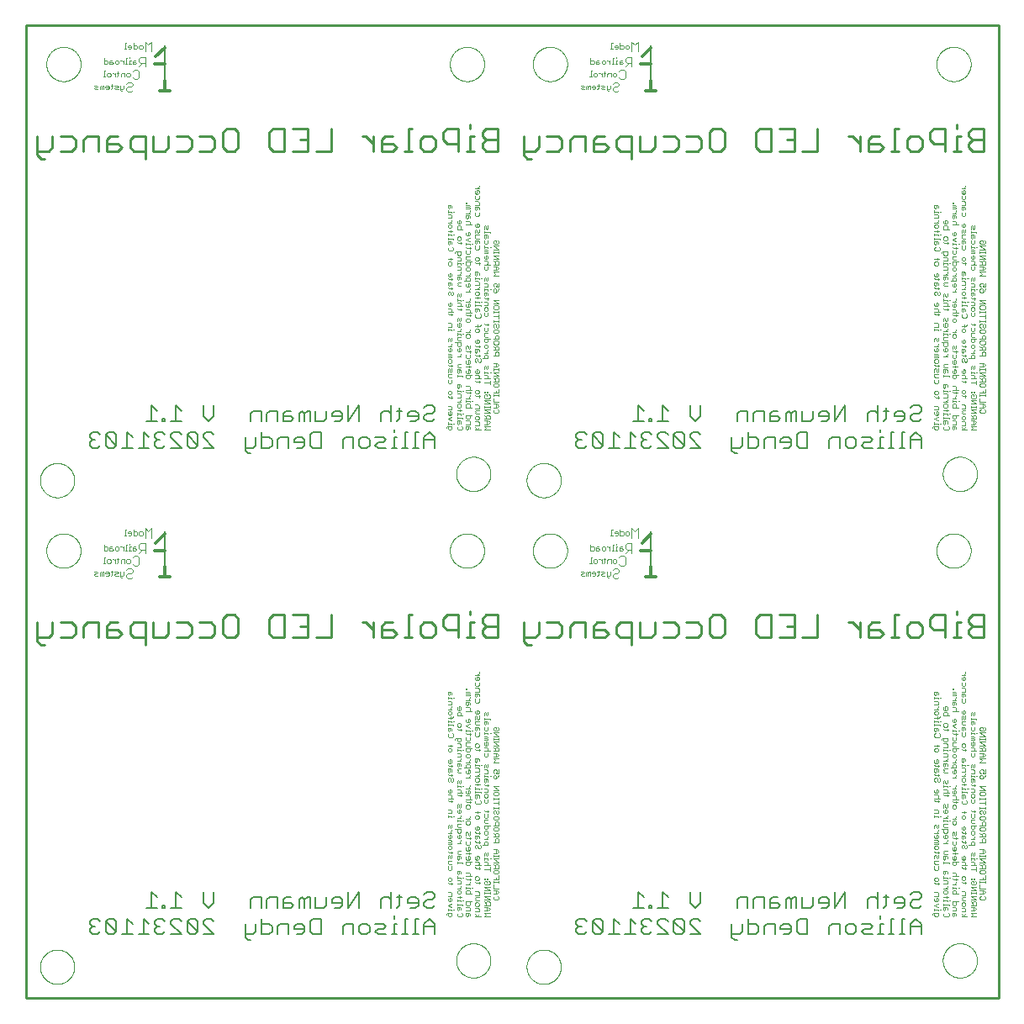
<source format=gbo>
G75*
%MOIN*%
%OFA0B0*%
%FSLAX25Y25*%
%IPPOS*%
%LPD*%
%AMOC8*
5,1,8,0,0,1.08239X$1,22.5*
%
%ADD10C,0.01000*%
%ADD11C,0.00700*%
%ADD12C,0.00000*%
%ADD13C,0.00200*%
%ADD14C,0.01200*%
%ADD15C,0.00500*%
%ADD16C,0.00300*%
D10*
X0016333Y0016333D02*
X0016333Y0402160D01*
X0402160Y0402160D01*
X0402160Y0016333D01*
X0016333Y0016333D01*
X0022345Y0156331D02*
X0023847Y0156331D01*
X0022345Y0156331D02*
X0020844Y0157832D01*
X0020844Y0165338D01*
X0020844Y0159333D02*
X0025348Y0159333D01*
X0026849Y0160835D01*
X0026849Y0165338D01*
X0030052Y0165338D02*
X0034556Y0165338D01*
X0036057Y0163837D01*
X0036057Y0160835D01*
X0034556Y0159333D01*
X0030052Y0159333D01*
X0039260Y0159333D02*
X0039260Y0163837D01*
X0040761Y0165338D01*
X0045265Y0165338D01*
X0045265Y0159333D01*
X0048468Y0159333D02*
X0048468Y0163837D01*
X0049969Y0165338D01*
X0052972Y0165338D01*
X0052972Y0162336D02*
X0048468Y0162336D01*
X0048468Y0159333D02*
X0052972Y0159333D01*
X0054473Y0160835D01*
X0052972Y0162336D01*
X0057676Y0163837D02*
X0059177Y0165338D01*
X0063681Y0165338D01*
X0063681Y0156331D01*
X0063681Y0159333D02*
X0059177Y0159333D01*
X0057676Y0160835D01*
X0057676Y0163837D01*
X0066884Y0165338D02*
X0066884Y0159333D01*
X0071387Y0159333D01*
X0072889Y0160835D01*
X0072889Y0165338D01*
X0076091Y0165338D02*
X0080595Y0165338D01*
X0082096Y0163837D01*
X0082096Y0160835D01*
X0080595Y0159333D01*
X0076091Y0159333D01*
X0085299Y0159333D02*
X0089803Y0159333D01*
X0091304Y0160835D01*
X0091304Y0163837D01*
X0089803Y0165338D01*
X0085299Y0165338D01*
X0094507Y0166840D02*
X0094507Y0160835D01*
X0096008Y0159333D01*
X0099011Y0159333D01*
X0100512Y0160835D01*
X0100512Y0166840D01*
X0099011Y0168341D01*
X0096008Y0168341D01*
X0094507Y0166840D01*
X0112923Y0166840D02*
X0112923Y0160835D01*
X0114424Y0159333D01*
X0118928Y0159333D01*
X0118928Y0168341D01*
X0114424Y0168341D01*
X0112923Y0166840D01*
X0122131Y0168341D02*
X0128136Y0168341D01*
X0128136Y0159333D01*
X0122131Y0159333D01*
X0125133Y0163837D02*
X0128136Y0163837D01*
X0131339Y0159333D02*
X0137344Y0159333D01*
X0137344Y0168341D01*
X0149721Y0165338D02*
X0151222Y0165338D01*
X0154225Y0162336D01*
X0154225Y0165338D02*
X0154225Y0159333D01*
X0157427Y0159333D02*
X0157427Y0163837D01*
X0158929Y0165338D01*
X0161931Y0165338D01*
X0161931Y0162336D02*
X0157427Y0162336D01*
X0157427Y0159333D02*
X0161931Y0159333D01*
X0163433Y0160835D01*
X0161931Y0162336D01*
X0166569Y0159333D02*
X0169571Y0159333D01*
X0168070Y0159333D02*
X0168070Y0168341D01*
X0169571Y0168341D01*
X0172774Y0163837D02*
X0174275Y0165338D01*
X0177278Y0165338D01*
X0178779Y0163837D01*
X0178779Y0160835D01*
X0177278Y0159333D01*
X0174275Y0159333D01*
X0172774Y0160835D01*
X0172774Y0163837D01*
X0181982Y0163837D02*
X0183483Y0162336D01*
X0187987Y0162336D01*
X0187987Y0159333D02*
X0187987Y0168341D01*
X0183483Y0168341D01*
X0181982Y0166840D01*
X0181982Y0163837D01*
X0191123Y0159333D02*
X0194125Y0159333D01*
X0192624Y0159333D02*
X0192624Y0165338D01*
X0194125Y0165338D01*
X0197328Y0165338D02*
X0198829Y0163837D01*
X0203333Y0163837D01*
X0203333Y0159333D02*
X0198829Y0159333D01*
X0197328Y0160835D01*
X0197328Y0162336D01*
X0198829Y0163837D01*
X0197328Y0165338D02*
X0197328Y0166840D01*
X0198829Y0168341D01*
X0203333Y0168341D01*
X0203333Y0159333D01*
X0213758Y0159333D02*
X0218261Y0159333D01*
X0219763Y0160835D01*
X0219763Y0165338D01*
X0222965Y0165338D02*
X0227469Y0165338D01*
X0228971Y0163837D01*
X0228971Y0160835D01*
X0227469Y0159333D01*
X0222965Y0159333D01*
X0216760Y0156331D02*
X0215259Y0156331D01*
X0213758Y0157832D01*
X0213758Y0165338D01*
X0232173Y0163837D02*
X0232173Y0159333D01*
X0232173Y0163837D02*
X0233675Y0165338D01*
X0238178Y0165338D01*
X0238178Y0159333D01*
X0241381Y0159333D02*
X0241381Y0163837D01*
X0242882Y0165338D01*
X0245885Y0165338D01*
X0245885Y0162336D02*
X0241381Y0162336D01*
X0241381Y0159333D02*
X0245885Y0159333D01*
X0247386Y0160835D01*
X0245885Y0162336D01*
X0250589Y0163837D02*
X0252090Y0165338D01*
X0256594Y0165338D01*
X0256594Y0156331D01*
X0256594Y0159333D02*
X0252090Y0159333D01*
X0250589Y0160835D01*
X0250589Y0163837D01*
X0259797Y0165338D02*
X0259797Y0159333D01*
X0264301Y0159333D01*
X0265802Y0160835D01*
X0265802Y0165338D01*
X0269005Y0165338D02*
X0273509Y0165338D01*
X0275010Y0163837D01*
X0275010Y0160835D01*
X0273509Y0159333D01*
X0269005Y0159333D01*
X0278213Y0159333D02*
X0282716Y0159333D01*
X0284218Y0160835D01*
X0284218Y0163837D01*
X0282716Y0165338D01*
X0278213Y0165338D01*
X0287420Y0166840D02*
X0287420Y0160835D01*
X0288922Y0159333D01*
X0291924Y0159333D01*
X0293426Y0160835D01*
X0293426Y0166840D01*
X0291924Y0168341D01*
X0288922Y0168341D01*
X0287420Y0166840D01*
X0305836Y0166840D02*
X0305836Y0160835D01*
X0307337Y0159333D01*
X0311841Y0159333D01*
X0311841Y0168341D01*
X0307337Y0168341D01*
X0305836Y0166840D01*
X0315044Y0168341D02*
X0321049Y0168341D01*
X0321049Y0159333D01*
X0315044Y0159333D01*
X0318047Y0163837D02*
X0321049Y0163837D01*
X0324252Y0159333D02*
X0330257Y0159333D01*
X0330257Y0168341D01*
X0342634Y0165338D02*
X0344136Y0165338D01*
X0347138Y0162336D01*
X0347138Y0165338D02*
X0347138Y0159333D01*
X0350341Y0159333D02*
X0354845Y0159333D01*
X0356346Y0160835D01*
X0354845Y0162336D01*
X0350341Y0162336D01*
X0350341Y0163837D02*
X0350341Y0159333D01*
X0350341Y0163837D02*
X0351842Y0165338D01*
X0354845Y0165338D01*
X0360983Y0168341D02*
X0360983Y0159333D01*
X0359482Y0159333D02*
X0362485Y0159333D01*
X0365687Y0160835D02*
X0365687Y0163837D01*
X0367189Y0165338D01*
X0370191Y0165338D01*
X0371692Y0163837D01*
X0371692Y0160835D01*
X0370191Y0159333D01*
X0367189Y0159333D01*
X0365687Y0160835D01*
X0362485Y0168341D02*
X0360983Y0168341D01*
X0374895Y0166840D02*
X0374895Y0163837D01*
X0376396Y0162336D01*
X0380900Y0162336D01*
X0380900Y0159333D02*
X0380900Y0168341D01*
X0376396Y0168341D01*
X0374895Y0166840D01*
X0384036Y0159333D02*
X0387039Y0159333D01*
X0385538Y0159333D02*
X0385538Y0165338D01*
X0387039Y0165338D01*
X0390242Y0165338D02*
X0391743Y0163837D01*
X0396247Y0163837D01*
X0396247Y0159333D02*
X0391743Y0159333D01*
X0390242Y0160835D01*
X0390242Y0162336D01*
X0391743Y0163837D01*
X0390242Y0165338D02*
X0390242Y0166840D01*
X0391743Y0168341D01*
X0396247Y0168341D01*
X0396247Y0159333D01*
X0385538Y0168341D02*
X0385538Y0169842D01*
X0256594Y0349244D02*
X0256594Y0358252D01*
X0252090Y0358252D01*
X0250589Y0356751D01*
X0250589Y0353748D01*
X0252090Y0352247D01*
X0256594Y0352247D01*
X0259797Y0352247D02*
X0259797Y0358252D01*
X0265802Y0358252D02*
X0265802Y0353748D01*
X0264301Y0352247D01*
X0259797Y0352247D01*
X0269005Y0352247D02*
X0273509Y0352247D01*
X0275010Y0353748D01*
X0275010Y0356751D01*
X0273509Y0358252D01*
X0269005Y0358252D01*
X0278213Y0358252D02*
X0282716Y0358252D01*
X0284218Y0356751D01*
X0284218Y0353748D01*
X0282716Y0352247D01*
X0278213Y0352247D01*
X0287420Y0353748D02*
X0287420Y0359753D01*
X0288922Y0361254D01*
X0291924Y0361254D01*
X0293426Y0359753D01*
X0293426Y0353748D01*
X0291924Y0352247D01*
X0288922Y0352247D01*
X0287420Y0353748D01*
X0305836Y0353748D02*
X0305836Y0359753D01*
X0307337Y0361254D01*
X0311841Y0361254D01*
X0311841Y0352247D01*
X0307337Y0352247D01*
X0305836Y0353748D01*
X0315044Y0352247D02*
X0321049Y0352247D01*
X0321049Y0361254D01*
X0315044Y0361254D01*
X0318047Y0356751D02*
X0321049Y0356751D01*
X0324252Y0352247D02*
X0330257Y0352247D01*
X0330257Y0361254D01*
X0342634Y0358252D02*
X0344136Y0358252D01*
X0347138Y0355249D01*
X0347138Y0352247D02*
X0347138Y0358252D01*
X0350341Y0356751D02*
X0350341Y0352247D01*
X0354845Y0352247D01*
X0356346Y0353748D01*
X0354845Y0355249D01*
X0350341Y0355249D01*
X0350341Y0356751D02*
X0351842Y0358252D01*
X0354845Y0358252D01*
X0359482Y0352247D02*
X0362485Y0352247D01*
X0360983Y0352247D02*
X0360983Y0361254D01*
X0362485Y0361254D01*
X0365687Y0356751D02*
X0367189Y0358252D01*
X0370191Y0358252D01*
X0371692Y0356751D01*
X0371692Y0353748D01*
X0370191Y0352247D01*
X0367189Y0352247D01*
X0365687Y0353748D01*
X0365687Y0356751D01*
X0374895Y0356751D02*
X0376396Y0355249D01*
X0380900Y0355249D01*
X0380900Y0352247D02*
X0380900Y0361254D01*
X0376396Y0361254D01*
X0374895Y0359753D01*
X0374895Y0356751D01*
X0384036Y0352247D02*
X0387039Y0352247D01*
X0385538Y0352247D02*
X0385538Y0358252D01*
X0387039Y0358252D01*
X0390242Y0358252D02*
X0390242Y0359753D01*
X0391743Y0361254D01*
X0396247Y0361254D01*
X0396247Y0352247D01*
X0391743Y0352247D01*
X0390242Y0353748D01*
X0390242Y0355249D01*
X0391743Y0356751D01*
X0396247Y0356751D01*
X0391743Y0356751D02*
X0390242Y0358252D01*
X0385538Y0361254D02*
X0385538Y0362756D01*
X0247386Y0353748D02*
X0245885Y0355249D01*
X0241381Y0355249D01*
X0241381Y0356751D02*
X0241381Y0352247D01*
X0245885Y0352247D01*
X0247386Y0353748D01*
X0245885Y0358252D02*
X0242882Y0358252D01*
X0241381Y0356751D01*
X0238178Y0358252D02*
X0238178Y0352247D01*
X0238178Y0358252D02*
X0233675Y0358252D01*
X0232173Y0356751D01*
X0232173Y0352247D01*
X0228971Y0353748D02*
X0227469Y0352247D01*
X0222965Y0352247D01*
X0219763Y0353748D02*
X0219763Y0358252D01*
X0222965Y0358252D02*
X0227469Y0358252D01*
X0228971Y0356751D01*
X0228971Y0353748D01*
X0219763Y0353748D02*
X0218261Y0352247D01*
X0213758Y0352247D01*
X0213758Y0350745D02*
X0215259Y0349244D01*
X0216760Y0349244D01*
X0213758Y0350745D02*
X0213758Y0358252D01*
X0203333Y0356751D02*
X0198829Y0356751D01*
X0197328Y0355249D01*
X0197328Y0353748D01*
X0198829Y0352247D01*
X0203333Y0352247D01*
X0203333Y0361254D01*
X0198829Y0361254D01*
X0197328Y0359753D01*
X0197328Y0358252D01*
X0198829Y0356751D01*
X0194125Y0358252D02*
X0192624Y0358252D01*
X0192624Y0352247D01*
X0194125Y0352247D02*
X0191123Y0352247D01*
X0187987Y0352247D02*
X0187987Y0361254D01*
X0183483Y0361254D01*
X0181982Y0359753D01*
X0181982Y0356751D01*
X0183483Y0355249D01*
X0187987Y0355249D01*
X0192624Y0361254D02*
X0192624Y0362756D01*
X0178779Y0356751D02*
X0178779Y0353748D01*
X0177278Y0352247D01*
X0174275Y0352247D01*
X0172774Y0353748D01*
X0172774Y0356751D01*
X0174275Y0358252D01*
X0177278Y0358252D01*
X0178779Y0356751D01*
X0169571Y0361254D02*
X0168070Y0361254D01*
X0168070Y0352247D01*
X0169571Y0352247D02*
X0166569Y0352247D01*
X0163433Y0353748D02*
X0161931Y0355249D01*
X0157427Y0355249D01*
X0157427Y0356751D02*
X0157427Y0352247D01*
X0161931Y0352247D01*
X0163433Y0353748D01*
X0161931Y0358252D02*
X0158929Y0358252D01*
X0157427Y0356751D01*
X0154225Y0358252D02*
X0154225Y0352247D01*
X0154225Y0355249D02*
X0151222Y0358252D01*
X0149721Y0358252D01*
X0137344Y0361254D02*
X0137344Y0352247D01*
X0131339Y0352247D01*
X0128136Y0352247D02*
X0122131Y0352247D01*
X0118928Y0352247D02*
X0114424Y0352247D01*
X0112923Y0353748D01*
X0112923Y0359753D01*
X0114424Y0361254D01*
X0118928Y0361254D01*
X0118928Y0352247D01*
X0125133Y0356751D02*
X0128136Y0356751D01*
X0128136Y0361254D02*
X0128136Y0352247D01*
X0128136Y0361254D02*
X0122131Y0361254D01*
X0100512Y0359753D02*
X0100512Y0353748D01*
X0099011Y0352247D01*
X0096008Y0352247D01*
X0094507Y0353748D01*
X0094507Y0359753D01*
X0096008Y0361254D01*
X0099011Y0361254D01*
X0100512Y0359753D01*
X0091304Y0356751D02*
X0091304Y0353748D01*
X0089803Y0352247D01*
X0085299Y0352247D01*
X0082096Y0353748D02*
X0082096Y0356751D01*
X0080595Y0358252D01*
X0076091Y0358252D01*
X0072889Y0358252D02*
X0072889Y0353748D01*
X0071387Y0352247D01*
X0066884Y0352247D01*
X0066884Y0358252D01*
X0063681Y0358252D02*
X0059177Y0358252D01*
X0057676Y0356751D01*
X0057676Y0353748D01*
X0059177Y0352247D01*
X0063681Y0352247D01*
X0063681Y0349244D02*
X0063681Y0358252D01*
X0076091Y0352247D02*
X0080595Y0352247D01*
X0082096Y0353748D01*
X0085299Y0358252D02*
X0089803Y0358252D01*
X0091304Y0356751D01*
X0054473Y0353748D02*
X0052972Y0355249D01*
X0048468Y0355249D01*
X0048468Y0356751D02*
X0048468Y0352247D01*
X0052972Y0352247D01*
X0054473Y0353748D01*
X0052972Y0358252D02*
X0049969Y0358252D01*
X0048468Y0356751D01*
X0045265Y0358252D02*
X0045265Y0352247D01*
X0045265Y0358252D02*
X0040761Y0358252D01*
X0039260Y0356751D01*
X0039260Y0352247D01*
X0036057Y0353748D02*
X0036057Y0356751D01*
X0034556Y0358252D01*
X0030052Y0358252D01*
X0026849Y0358252D02*
X0026849Y0353748D01*
X0025348Y0352247D01*
X0020844Y0352247D01*
X0020844Y0350745D02*
X0022345Y0349244D01*
X0023847Y0349244D01*
X0020844Y0350745D02*
X0020844Y0358252D01*
X0030052Y0352247D02*
X0034556Y0352247D01*
X0036057Y0353748D01*
X0192624Y0169842D02*
X0192624Y0168341D01*
D11*
X0178483Y0234597D02*
X0178483Y0238800D01*
X0176382Y0240902D01*
X0174280Y0238800D01*
X0174280Y0234597D01*
X0172038Y0234597D02*
X0169936Y0234597D01*
X0170987Y0234597D02*
X0170987Y0240902D01*
X0172038Y0240902D01*
X0174280Y0237749D02*
X0178483Y0237749D01*
X0177432Y0245097D02*
X0178483Y0246148D01*
X0177432Y0245097D02*
X0175331Y0245097D01*
X0174280Y0246148D01*
X0174280Y0247199D01*
X0175331Y0248249D01*
X0177432Y0248249D01*
X0178483Y0249300D01*
X0178483Y0250351D01*
X0177432Y0251402D01*
X0175331Y0251402D01*
X0174280Y0250351D01*
X0172038Y0248249D02*
X0170987Y0249300D01*
X0168885Y0249300D01*
X0167834Y0248249D01*
X0167834Y0247199D01*
X0172038Y0247199D01*
X0172038Y0248249D02*
X0172038Y0246148D01*
X0170987Y0245097D01*
X0168885Y0245097D01*
X0167741Y0240902D02*
X0166690Y0240902D01*
X0166690Y0234597D01*
X0167741Y0234597D02*
X0165639Y0234597D01*
X0163444Y0234597D02*
X0161342Y0234597D01*
X0162393Y0234597D02*
X0162393Y0238800D01*
X0163444Y0238800D01*
X0162393Y0240902D02*
X0162393Y0241953D01*
X0163491Y0245097D02*
X0164541Y0246148D01*
X0164541Y0250351D01*
X0163491Y0249300D02*
X0165592Y0249300D01*
X0161295Y0248249D02*
X0160244Y0249300D01*
X0158143Y0249300D01*
X0157092Y0248249D01*
X0157092Y0245097D01*
X0161295Y0245097D02*
X0161295Y0251402D01*
X0148404Y0251402D02*
X0148404Y0245097D01*
X0144201Y0245097D02*
X0144201Y0251402D01*
X0141959Y0248249D02*
X0140908Y0249300D01*
X0138806Y0249300D01*
X0137755Y0248249D01*
X0137755Y0247199D01*
X0141959Y0247199D01*
X0141959Y0248249D02*
X0141959Y0246148D01*
X0140908Y0245097D01*
X0138806Y0245097D01*
X0135513Y0246148D02*
X0134462Y0245097D01*
X0131310Y0245097D01*
X0131310Y0249300D01*
X0129068Y0249300D02*
X0129068Y0245097D01*
X0126966Y0245097D02*
X0126966Y0248249D01*
X0125915Y0249300D01*
X0124864Y0248249D01*
X0124864Y0245097D01*
X0122622Y0246148D02*
X0121571Y0247199D01*
X0118419Y0247199D01*
X0118419Y0248249D02*
X0118419Y0245097D01*
X0121571Y0245097D01*
X0122622Y0246148D01*
X0121571Y0249300D02*
X0119470Y0249300D01*
X0118419Y0248249D01*
X0116177Y0249300D02*
X0113024Y0249300D01*
X0111973Y0248249D01*
X0111973Y0245097D01*
X0109731Y0245097D02*
X0109731Y0249300D01*
X0106579Y0249300D01*
X0105528Y0248249D01*
X0105528Y0245097D01*
X0109825Y0240902D02*
X0109825Y0234597D01*
X0112977Y0234597D01*
X0114028Y0235648D01*
X0114028Y0237749D01*
X0112977Y0238800D01*
X0109825Y0238800D01*
X0107583Y0238800D02*
X0107583Y0235648D01*
X0106532Y0234597D01*
X0103379Y0234597D01*
X0103379Y0233546D02*
X0104430Y0232495D01*
X0105481Y0232495D01*
X0103379Y0233546D02*
X0103379Y0238800D01*
X0090983Y0239851D02*
X0089932Y0240902D01*
X0087831Y0240902D01*
X0086780Y0239851D01*
X0086780Y0238800D01*
X0090983Y0234597D01*
X0086780Y0234597D01*
X0084538Y0235648D02*
X0084538Y0239851D01*
X0083487Y0240902D01*
X0081385Y0240902D01*
X0080334Y0239851D01*
X0084538Y0235648D01*
X0083487Y0234597D01*
X0081385Y0234597D01*
X0080334Y0235648D01*
X0080334Y0239851D01*
X0078092Y0239851D02*
X0077041Y0240902D01*
X0074940Y0240902D01*
X0073889Y0239851D01*
X0073889Y0238800D01*
X0078092Y0234597D01*
X0073889Y0234597D01*
X0071647Y0235648D02*
X0070596Y0234597D01*
X0068494Y0234597D01*
X0067443Y0235648D01*
X0067443Y0236699D01*
X0068494Y0237749D01*
X0069545Y0237749D01*
X0068494Y0237749D02*
X0067443Y0238800D01*
X0067443Y0239851D01*
X0068494Y0240902D01*
X0070596Y0240902D01*
X0071647Y0239851D01*
X0071647Y0245097D02*
X0070596Y0245097D01*
X0070596Y0246148D01*
X0071647Y0246148D01*
X0071647Y0245097D01*
X0073889Y0245097D02*
X0078092Y0245097D01*
X0075991Y0245097D02*
X0075991Y0251402D01*
X0078092Y0249300D01*
X0086780Y0247199D02*
X0086780Y0251402D01*
X0090983Y0251402D02*
X0090983Y0247199D01*
X0088882Y0245097D01*
X0086780Y0247199D01*
X0068424Y0249300D02*
X0066322Y0251402D01*
X0066322Y0245097D01*
X0068424Y0245097D02*
X0064220Y0245097D01*
X0063100Y0240902D02*
X0063100Y0234597D01*
X0065201Y0234597D02*
X0060998Y0234597D01*
X0058756Y0234597D02*
X0054552Y0234597D01*
X0056654Y0234597D02*
X0056654Y0240902D01*
X0058756Y0238800D01*
X0063100Y0240902D02*
X0065201Y0238800D01*
X0052310Y0239851D02*
X0052310Y0235648D01*
X0048107Y0239851D01*
X0048107Y0235648D01*
X0049158Y0234597D01*
X0051259Y0234597D01*
X0052310Y0235648D01*
X0052310Y0239851D02*
X0051259Y0240902D01*
X0049158Y0240902D01*
X0048107Y0239851D01*
X0045865Y0239851D02*
X0044814Y0240902D01*
X0042712Y0240902D01*
X0041661Y0239851D01*
X0041661Y0238800D01*
X0042712Y0237749D01*
X0041661Y0236699D01*
X0041661Y0235648D01*
X0042712Y0234597D01*
X0044814Y0234597D01*
X0045865Y0235648D01*
X0043763Y0237749D02*
X0042712Y0237749D01*
X0116270Y0237749D02*
X0116270Y0234597D01*
X0116270Y0237749D02*
X0117321Y0238800D01*
X0120474Y0238800D01*
X0120474Y0234597D01*
X0122716Y0236699D02*
X0126919Y0236699D01*
X0126919Y0237749D02*
X0126919Y0235648D01*
X0125868Y0234597D01*
X0123767Y0234597D01*
X0122716Y0236699D02*
X0122716Y0237749D01*
X0123767Y0238800D01*
X0125868Y0238800D01*
X0126919Y0237749D01*
X0129161Y0235648D02*
X0129161Y0239851D01*
X0130212Y0240902D01*
X0133365Y0240902D01*
X0133365Y0234597D01*
X0130212Y0234597D01*
X0129161Y0235648D01*
X0135513Y0246148D02*
X0135513Y0249300D01*
X0129068Y0249300D02*
X0128017Y0249300D01*
X0126966Y0248249D01*
X0116177Y0249300D02*
X0116177Y0245097D01*
X0142052Y0237749D02*
X0142052Y0234597D01*
X0142052Y0237749D02*
X0143103Y0238800D01*
X0146256Y0238800D01*
X0146256Y0234597D01*
X0148498Y0235648D02*
X0148498Y0237749D01*
X0149549Y0238800D01*
X0151650Y0238800D01*
X0152701Y0237749D01*
X0152701Y0235648D01*
X0151650Y0234597D01*
X0149549Y0234597D01*
X0148498Y0235648D01*
X0154943Y0235648D02*
X0155994Y0236699D01*
X0158096Y0236699D01*
X0159147Y0237749D01*
X0158096Y0238800D01*
X0154943Y0238800D01*
X0154943Y0235648D02*
X0155994Y0234597D01*
X0159147Y0234597D01*
X0144201Y0245097D02*
X0148404Y0251402D01*
X0234575Y0239851D02*
X0234575Y0238800D01*
X0235626Y0237749D01*
X0234575Y0236699D01*
X0234575Y0235648D01*
X0235626Y0234597D01*
X0237727Y0234597D01*
X0238778Y0235648D01*
X0241020Y0235648D02*
X0242071Y0234597D01*
X0244173Y0234597D01*
X0245224Y0235648D01*
X0241020Y0239851D01*
X0241020Y0235648D01*
X0241020Y0239851D02*
X0242071Y0240902D01*
X0244173Y0240902D01*
X0245224Y0239851D01*
X0245224Y0235648D01*
X0247466Y0234597D02*
X0251669Y0234597D01*
X0249567Y0234597D02*
X0249567Y0240902D01*
X0251669Y0238800D01*
X0253911Y0234597D02*
X0258115Y0234597D01*
X0256013Y0234597D02*
X0256013Y0240902D01*
X0258115Y0238800D01*
X0260357Y0238800D02*
X0261408Y0237749D01*
X0260357Y0236699D01*
X0260357Y0235648D01*
X0261408Y0234597D01*
X0263509Y0234597D01*
X0264560Y0235648D01*
X0266802Y0234597D02*
X0271006Y0234597D01*
X0266802Y0238800D01*
X0266802Y0239851D01*
X0267853Y0240902D01*
X0269955Y0240902D01*
X0271006Y0239851D01*
X0273248Y0239851D02*
X0277451Y0235648D01*
X0276400Y0234597D01*
X0274299Y0234597D01*
X0273248Y0235648D01*
X0273248Y0239851D01*
X0274299Y0240902D01*
X0276400Y0240902D01*
X0277451Y0239851D01*
X0277451Y0235648D01*
X0279693Y0234597D02*
X0283897Y0234597D01*
X0279693Y0238800D01*
X0279693Y0239851D01*
X0280744Y0240902D01*
X0282846Y0240902D01*
X0283897Y0239851D01*
X0281795Y0245097D02*
X0279693Y0247199D01*
X0279693Y0251402D01*
X0283897Y0251402D02*
X0283897Y0247199D01*
X0281795Y0245097D01*
X0271006Y0245097D02*
X0266802Y0245097D01*
X0268904Y0245097D02*
X0268904Y0251402D01*
X0271006Y0249300D01*
X0264560Y0246148D02*
X0264560Y0245097D01*
X0263509Y0245097D01*
X0263509Y0246148D01*
X0264560Y0246148D01*
X0261337Y0245097D02*
X0257134Y0245097D01*
X0259236Y0245097D02*
X0259236Y0251402D01*
X0261337Y0249300D01*
X0261408Y0240902D02*
X0260357Y0239851D01*
X0260357Y0238800D01*
X0261408Y0237749D02*
X0262458Y0237749D01*
X0264560Y0239851D02*
X0263509Y0240902D01*
X0261408Y0240902D01*
X0238778Y0239851D02*
X0237727Y0240902D01*
X0235626Y0240902D01*
X0234575Y0239851D01*
X0235626Y0237749D02*
X0236676Y0237749D01*
X0296293Y0238800D02*
X0296293Y0233546D01*
X0297344Y0232495D01*
X0298394Y0232495D01*
X0299445Y0234597D02*
X0296293Y0234597D01*
X0299445Y0234597D02*
X0300496Y0235648D01*
X0300496Y0238800D01*
X0302738Y0238800D02*
X0305891Y0238800D01*
X0306942Y0237749D01*
X0306942Y0235648D01*
X0305891Y0234597D01*
X0302738Y0234597D01*
X0302738Y0240902D01*
X0302645Y0245097D02*
X0302645Y0249300D01*
X0299492Y0249300D01*
X0298441Y0248249D01*
X0298441Y0245097D01*
X0304887Y0245097D02*
X0304887Y0248249D01*
X0305938Y0249300D01*
X0309090Y0249300D01*
X0309090Y0245097D01*
X0311332Y0245097D02*
X0314485Y0245097D01*
X0315536Y0246148D01*
X0314485Y0247199D01*
X0311332Y0247199D01*
X0311332Y0248249D02*
X0311332Y0245097D01*
X0311332Y0248249D02*
X0312383Y0249300D01*
X0314485Y0249300D01*
X0317778Y0248249D02*
X0317778Y0245097D01*
X0319879Y0245097D02*
X0319879Y0248249D01*
X0318829Y0249300D01*
X0317778Y0248249D01*
X0319879Y0248249D02*
X0320930Y0249300D01*
X0321981Y0249300D01*
X0321981Y0245097D01*
X0324223Y0245097D02*
X0324223Y0249300D01*
X0324223Y0245097D02*
X0327376Y0245097D01*
X0328427Y0246148D01*
X0328427Y0249300D01*
X0330669Y0248249D02*
X0330669Y0247199D01*
X0334872Y0247199D01*
X0334872Y0248249D02*
X0333821Y0249300D01*
X0331720Y0249300D01*
X0330669Y0248249D01*
X0331720Y0245097D02*
X0333821Y0245097D01*
X0334872Y0246148D01*
X0334872Y0248249D01*
X0337114Y0245097D02*
X0337114Y0251402D01*
X0341318Y0251402D02*
X0337114Y0245097D01*
X0341318Y0245097D02*
X0341318Y0251402D01*
X0350005Y0248249D02*
X0350005Y0245097D01*
X0350005Y0248249D02*
X0351056Y0249300D01*
X0353158Y0249300D01*
X0354209Y0248249D01*
X0356404Y0249300D02*
X0358506Y0249300D01*
X0357455Y0250351D02*
X0357455Y0246148D01*
X0356404Y0245097D01*
X0354209Y0245097D02*
X0354209Y0251402D01*
X0360748Y0248249D02*
X0360748Y0247199D01*
X0364951Y0247199D01*
X0364951Y0248249D02*
X0363900Y0249300D01*
X0361799Y0249300D01*
X0360748Y0248249D01*
X0361799Y0245097D02*
X0363900Y0245097D01*
X0364951Y0246148D01*
X0364951Y0248249D01*
X0367193Y0247199D02*
X0367193Y0246148D01*
X0368244Y0245097D01*
X0370346Y0245097D01*
X0371397Y0246148D01*
X0370346Y0248249D02*
X0368244Y0248249D01*
X0367193Y0247199D01*
X0367193Y0250351D02*
X0368244Y0251402D01*
X0370346Y0251402D01*
X0371397Y0250351D01*
X0371397Y0249300D01*
X0370346Y0248249D01*
X0369295Y0240902D02*
X0367193Y0238800D01*
X0367193Y0234597D01*
X0364951Y0234597D02*
X0362849Y0234597D01*
X0363900Y0234597D02*
X0363900Y0240902D01*
X0364951Y0240902D01*
X0367193Y0237749D02*
X0371397Y0237749D01*
X0371397Y0238800D02*
X0369295Y0240902D01*
X0371397Y0238800D02*
X0371397Y0234597D01*
X0360654Y0234597D02*
X0358552Y0234597D01*
X0359603Y0234597D02*
X0359603Y0240902D01*
X0360654Y0240902D01*
X0356357Y0238800D02*
X0355306Y0238800D01*
X0355306Y0234597D01*
X0356357Y0234597D02*
X0354255Y0234597D01*
X0352060Y0234597D02*
X0348908Y0234597D01*
X0347857Y0235648D01*
X0348908Y0236699D01*
X0351009Y0236699D01*
X0352060Y0237749D01*
X0351009Y0238800D01*
X0347857Y0238800D01*
X0345615Y0237749D02*
X0345615Y0235648D01*
X0344564Y0234597D01*
X0342462Y0234597D01*
X0341411Y0235648D01*
X0341411Y0237749D01*
X0342462Y0238800D01*
X0344564Y0238800D01*
X0345615Y0237749D01*
X0339169Y0238800D02*
X0339169Y0234597D01*
X0339169Y0238800D02*
X0336017Y0238800D01*
X0334966Y0237749D01*
X0334966Y0234597D01*
X0326278Y0234597D02*
X0323126Y0234597D01*
X0322075Y0235648D01*
X0322075Y0239851D01*
X0323126Y0240902D01*
X0326278Y0240902D01*
X0326278Y0234597D01*
X0319833Y0235648D02*
X0319833Y0237749D01*
X0318782Y0238800D01*
X0316680Y0238800D01*
X0315629Y0237749D01*
X0315629Y0236699D01*
X0319833Y0236699D01*
X0319833Y0235648D02*
X0318782Y0234597D01*
X0316680Y0234597D01*
X0313387Y0234597D02*
X0313387Y0238800D01*
X0310235Y0238800D01*
X0309184Y0237749D01*
X0309184Y0234597D01*
X0355306Y0240902D02*
X0355306Y0241953D01*
X0354209Y0058489D02*
X0354209Y0052183D01*
X0356404Y0052183D02*
X0357455Y0053234D01*
X0357455Y0057438D01*
X0358506Y0056387D02*
X0356404Y0056387D01*
X0354209Y0055336D02*
X0353158Y0056387D01*
X0351056Y0056387D01*
X0350005Y0055336D01*
X0350005Y0052183D01*
X0355306Y0049040D02*
X0355306Y0047989D01*
X0355306Y0045887D02*
X0355306Y0041683D01*
X0356357Y0041683D02*
X0354255Y0041683D01*
X0352060Y0041683D02*
X0348908Y0041683D01*
X0347857Y0042734D01*
X0348908Y0043785D01*
X0351009Y0043785D01*
X0352060Y0044836D01*
X0351009Y0045887D01*
X0347857Y0045887D01*
X0345615Y0044836D02*
X0345615Y0042734D01*
X0344564Y0041683D01*
X0342462Y0041683D01*
X0341411Y0042734D01*
X0341411Y0044836D01*
X0342462Y0045887D01*
X0344564Y0045887D01*
X0345615Y0044836D01*
X0339169Y0045887D02*
X0339169Y0041683D01*
X0334966Y0041683D02*
X0334966Y0044836D01*
X0336017Y0045887D01*
X0339169Y0045887D01*
X0337114Y0052183D02*
X0337114Y0058489D01*
X0334872Y0055336D02*
X0333821Y0056387D01*
X0331720Y0056387D01*
X0330669Y0055336D01*
X0330669Y0054285D01*
X0334872Y0054285D01*
X0334872Y0053234D02*
X0334872Y0055336D01*
X0334872Y0053234D02*
X0333821Y0052183D01*
X0331720Y0052183D01*
X0328427Y0053234D02*
X0328427Y0056387D01*
X0328427Y0053234D02*
X0327376Y0052183D01*
X0324223Y0052183D01*
X0324223Y0056387D01*
X0321981Y0056387D02*
X0320930Y0056387D01*
X0319879Y0055336D01*
X0318829Y0056387D01*
X0317778Y0055336D01*
X0317778Y0052183D01*
X0319879Y0052183D02*
X0319879Y0055336D01*
X0321981Y0056387D02*
X0321981Y0052183D01*
X0323126Y0047989D02*
X0326278Y0047989D01*
X0326278Y0041683D01*
X0323126Y0041683D01*
X0322075Y0042734D01*
X0322075Y0046938D01*
X0323126Y0047989D01*
X0319833Y0044836D02*
X0318782Y0045887D01*
X0316680Y0045887D01*
X0315629Y0044836D01*
X0315629Y0043785D01*
X0319833Y0043785D01*
X0319833Y0042734D02*
X0319833Y0044836D01*
X0319833Y0042734D02*
X0318782Y0041683D01*
X0316680Y0041683D01*
X0313387Y0041683D02*
X0313387Y0045887D01*
X0310235Y0045887D01*
X0309184Y0044836D01*
X0309184Y0041683D01*
X0306942Y0042734D02*
X0306942Y0044836D01*
X0305891Y0045887D01*
X0302738Y0045887D01*
X0302738Y0047989D02*
X0302738Y0041683D01*
X0305891Y0041683D01*
X0306942Y0042734D01*
X0300496Y0042734D02*
X0299445Y0041683D01*
X0296293Y0041683D01*
X0296293Y0040632D02*
X0297344Y0039582D01*
X0298394Y0039582D01*
X0296293Y0040632D02*
X0296293Y0045887D01*
X0300496Y0045887D02*
X0300496Y0042734D01*
X0298441Y0052183D02*
X0298441Y0055336D01*
X0299492Y0056387D01*
X0302645Y0056387D01*
X0302645Y0052183D01*
X0304887Y0052183D02*
X0304887Y0055336D01*
X0305938Y0056387D01*
X0309090Y0056387D01*
X0309090Y0052183D01*
X0311332Y0052183D02*
X0314485Y0052183D01*
X0315536Y0053234D01*
X0314485Y0054285D01*
X0311332Y0054285D01*
X0311332Y0055336D02*
X0311332Y0052183D01*
X0311332Y0055336D02*
X0312383Y0056387D01*
X0314485Y0056387D01*
X0337114Y0052183D02*
X0341318Y0058489D01*
X0341318Y0052183D01*
X0355306Y0045887D02*
X0356357Y0045887D01*
X0359603Y0047989D02*
X0359603Y0041683D01*
X0360654Y0041683D02*
X0358552Y0041683D01*
X0362849Y0041683D02*
X0364951Y0041683D01*
X0363900Y0041683D02*
X0363900Y0047989D01*
X0364951Y0047989D01*
X0367193Y0045887D02*
X0367193Y0041683D01*
X0367193Y0044836D02*
X0371397Y0044836D01*
X0371397Y0045887D02*
X0369295Y0047989D01*
X0367193Y0045887D01*
X0371397Y0045887D02*
X0371397Y0041683D01*
X0360654Y0047989D02*
X0359603Y0047989D01*
X0361799Y0052183D02*
X0363900Y0052183D01*
X0364951Y0053234D01*
X0364951Y0055336D01*
X0363900Y0056387D01*
X0361799Y0056387D01*
X0360748Y0055336D01*
X0360748Y0054285D01*
X0364951Y0054285D01*
X0367193Y0054285D02*
X0367193Y0053234D01*
X0368244Y0052183D01*
X0370346Y0052183D01*
X0371397Y0053234D01*
X0370346Y0055336D02*
X0368244Y0055336D01*
X0367193Y0054285D01*
X0367193Y0057438D02*
X0368244Y0058489D01*
X0370346Y0058489D01*
X0371397Y0057438D01*
X0371397Y0056387D01*
X0370346Y0055336D01*
X0283897Y0054285D02*
X0281795Y0052183D01*
X0279693Y0054285D01*
X0279693Y0058489D01*
X0283897Y0058489D02*
X0283897Y0054285D01*
X0282846Y0047989D02*
X0283897Y0046938D01*
X0282846Y0047989D02*
X0280744Y0047989D01*
X0279693Y0046938D01*
X0279693Y0045887D01*
X0283897Y0041683D01*
X0279693Y0041683D01*
X0277451Y0042734D02*
X0273248Y0046938D01*
X0273248Y0042734D01*
X0274299Y0041683D01*
X0276400Y0041683D01*
X0277451Y0042734D01*
X0277451Y0046938D01*
X0276400Y0047989D01*
X0274299Y0047989D01*
X0273248Y0046938D01*
X0271006Y0046938D02*
X0269955Y0047989D01*
X0267853Y0047989D01*
X0266802Y0046938D01*
X0266802Y0045887D01*
X0271006Y0041683D01*
X0266802Y0041683D01*
X0264560Y0042734D02*
X0263509Y0041683D01*
X0261408Y0041683D01*
X0260357Y0042734D01*
X0260357Y0043785D01*
X0261408Y0044836D01*
X0262458Y0044836D01*
X0261408Y0044836D02*
X0260357Y0045887D01*
X0260357Y0046938D01*
X0261408Y0047989D01*
X0263509Y0047989D01*
X0264560Y0046938D01*
X0264560Y0052183D02*
X0263509Y0052183D01*
X0263509Y0053234D01*
X0264560Y0053234D01*
X0264560Y0052183D01*
X0266802Y0052183D02*
X0271006Y0052183D01*
X0268904Y0052183D02*
X0268904Y0058489D01*
X0271006Y0056387D01*
X0261337Y0056387D02*
X0259236Y0058489D01*
X0259236Y0052183D01*
X0261337Y0052183D02*
X0257134Y0052183D01*
X0256013Y0047989D02*
X0256013Y0041683D01*
X0258115Y0041683D02*
X0253911Y0041683D01*
X0251669Y0041683D02*
X0247466Y0041683D01*
X0249567Y0041683D02*
X0249567Y0047989D01*
X0251669Y0045887D01*
X0256013Y0047989D02*
X0258115Y0045887D01*
X0245224Y0046938D02*
X0245224Y0042734D01*
X0241020Y0046938D01*
X0241020Y0042734D01*
X0242071Y0041683D01*
X0244173Y0041683D01*
X0245224Y0042734D01*
X0245224Y0046938D02*
X0244173Y0047989D01*
X0242071Y0047989D01*
X0241020Y0046938D01*
X0238778Y0046938D02*
X0237727Y0047989D01*
X0235626Y0047989D01*
X0234575Y0046938D01*
X0234575Y0045887D01*
X0235626Y0044836D01*
X0234575Y0043785D01*
X0234575Y0042734D01*
X0235626Y0041683D01*
X0237727Y0041683D01*
X0238778Y0042734D01*
X0236676Y0044836D02*
X0235626Y0044836D01*
X0178483Y0044836D02*
X0174280Y0044836D01*
X0174280Y0045887D02*
X0174280Y0041683D01*
X0172038Y0041683D02*
X0169936Y0041683D01*
X0170987Y0041683D02*
X0170987Y0047989D01*
X0172038Y0047989D01*
X0174280Y0045887D02*
X0176382Y0047989D01*
X0178483Y0045887D01*
X0178483Y0041683D01*
X0177432Y0052183D02*
X0178483Y0053234D01*
X0177432Y0052183D02*
X0175331Y0052183D01*
X0174280Y0053234D01*
X0174280Y0054285D01*
X0175331Y0055336D01*
X0177432Y0055336D01*
X0178483Y0056387D01*
X0178483Y0057438D01*
X0177432Y0058489D01*
X0175331Y0058489D01*
X0174280Y0057438D01*
X0172038Y0055336D02*
X0172038Y0053234D01*
X0170987Y0052183D01*
X0168885Y0052183D01*
X0167834Y0054285D02*
X0172038Y0054285D01*
X0172038Y0055336D02*
X0170987Y0056387D01*
X0168885Y0056387D01*
X0167834Y0055336D01*
X0167834Y0054285D01*
X0165592Y0056387D02*
X0163491Y0056387D01*
X0164541Y0057438D02*
X0164541Y0053234D01*
X0163491Y0052183D01*
X0161295Y0052183D02*
X0161295Y0058489D01*
X0160244Y0056387D02*
X0161295Y0055336D01*
X0160244Y0056387D02*
X0158143Y0056387D01*
X0157092Y0055336D01*
X0157092Y0052183D01*
X0162393Y0049040D02*
X0162393Y0047989D01*
X0162393Y0045887D02*
X0162393Y0041683D01*
X0163444Y0041683D02*
X0161342Y0041683D01*
X0159147Y0041683D02*
X0155994Y0041683D01*
X0154943Y0042734D01*
X0155994Y0043785D01*
X0158096Y0043785D01*
X0159147Y0044836D01*
X0158096Y0045887D01*
X0154943Y0045887D01*
X0152701Y0044836D02*
X0152701Y0042734D01*
X0151650Y0041683D01*
X0149549Y0041683D01*
X0148498Y0042734D01*
X0148498Y0044836D01*
X0149549Y0045887D01*
X0151650Y0045887D01*
X0152701Y0044836D01*
X0146256Y0045887D02*
X0146256Y0041683D01*
X0142052Y0041683D02*
X0142052Y0044836D01*
X0143103Y0045887D01*
X0146256Y0045887D01*
X0144201Y0052183D02*
X0144201Y0058489D01*
X0141959Y0055336D02*
X0141959Y0053234D01*
X0140908Y0052183D01*
X0138806Y0052183D01*
X0137755Y0054285D02*
X0141959Y0054285D01*
X0141959Y0055336D02*
X0140908Y0056387D01*
X0138806Y0056387D01*
X0137755Y0055336D01*
X0137755Y0054285D01*
X0135513Y0053234D02*
X0134462Y0052183D01*
X0131310Y0052183D01*
X0131310Y0056387D01*
X0129068Y0056387D02*
X0129068Y0052183D01*
X0126966Y0052183D02*
X0126966Y0055336D01*
X0125915Y0056387D01*
X0124864Y0055336D01*
X0124864Y0052183D01*
X0122622Y0053234D02*
X0121571Y0054285D01*
X0118419Y0054285D01*
X0118419Y0055336D02*
X0118419Y0052183D01*
X0121571Y0052183D01*
X0122622Y0053234D01*
X0121571Y0056387D02*
X0119470Y0056387D01*
X0118419Y0055336D01*
X0116177Y0056387D02*
X0113024Y0056387D01*
X0111973Y0055336D01*
X0111973Y0052183D01*
X0109731Y0052183D02*
X0109731Y0056387D01*
X0106579Y0056387D01*
X0105528Y0055336D01*
X0105528Y0052183D01*
X0109825Y0047989D02*
X0109825Y0041683D01*
X0112977Y0041683D01*
X0114028Y0042734D01*
X0114028Y0044836D01*
X0112977Y0045887D01*
X0109825Y0045887D01*
X0107583Y0045887D02*
X0107583Y0042734D01*
X0106532Y0041683D01*
X0103379Y0041683D01*
X0103379Y0040632D02*
X0104430Y0039582D01*
X0105481Y0039582D01*
X0103379Y0040632D02*
X0103379Y0045887D01*
X0090983Y0046938D02*
X0089932Y0047989D01*
X0087831Y0047989D01*
X0086780Y0046938D01*
X0086780Y0045887D01*
X0090983Y0041683D01*
X0086780Y0041683D01*
X0084538Y0042734D02*
X0080334Y0046938D01*
X0080334Y0042734D01*
X0081385Y0041683D01*
X0083487Y0041683D01*
X0084538Y0042734D01*
X0084538Y0046938D01*
X0083487Y0047989D01*
X0081385Y0047989D01*
X0080334Y0046938D01*
X0078092Y0046938D02*
X0077041Y0047989D01*
X0074940Y0047989D01*
X0073889Y0046938D01*
X0073889Y0045887D01*
X0078092Y0041683D01*
X0073889Y0041683D01*
X0071647Y0042734D02*
X0070596Y0041683D01*
X0068494Y0041683D01*
X0067443Y0042734D01*
X0067443Y0043785D01*
X0068494Y0044836D01*
X0069545Y0044836D01*
X0068494Y0044836D02*
X0067443Y0045887D01*
X0067443Y0046938D01*
X0068494Y0047989D01*
X0070596Y0047989D01*
X0071647Y0046938D01*
X0071647Y0052183D02*
X0070596Y0052183D01*
X0070596Y0053234D01*
X0071647Y0053234D01*
X0071647Y0052183D01*
X0073889Y0052183D02*
X0078092Y0052183D01*
X0075991Y0052183D02*
X0075991Y0058489D01*
X0078092Y0056387D01*
X0086780Y0054285D02*
X0086780Y0058489D01*
X0090983Y0058489D02*
X0090983Y0054285D01*
X0088882Y0052183D01*
X0086780Y0054285D01*
X0068424Y0052183D02*
X0064220Y0052183D01*
X0066322Y0052183D02*
X0066322Y0058489D01*
X0068424Y0056387D01*
X0063100Y0047989D02*
X0063100Y0041683D01*
X0065201Y0041683D02*
X0060998Y0041683D01*
X0058756Y0041683D02*
X0054552Y0041683D01*
X0056654Y0041683D02*
X0056654Y0047989D01*
X0058756Y0045887D01*
X0063100Y0047989D02*
X0065201Y0045887D01*
X0052310Y0046938D02*
X0052310Y0042734D01*
X0048107Y0046938D01*
X0048107Y0042734D01*
X0049158Y0041683D01*
X0051259Y0041683D01*
X0052310Y0042734D01*
X0052310Y0046938D02*
X0051259Y0047989D01*
X0049158Y0047989D01*
X0048107Y0046938D01*
X0045865Y0046938D02*
X0044814Y0047989D01*
X0042712Y0047989D01*
X0041661Y0046938D01*
X0041661Y0045887D01*
X0042712Y0044836D01*
X0041661Y0043785D01*
X0041661Y0042734D01*
X0042712Y0041683D01*
X0044814Y0041683D01*
X0045865Y0042734D01*
X0043763Y0044836D02*
X0042712Y0044836D01*
X0116270Y0044836D02*
X0116270Y0041683D01*
X0116270Y0044836D02*
X0117321Y0045887D01*
X0120474Y0045887D01*
X0120474Y0041683D01*
X0122716Y0043785D02*
X0126919Y0043785D01*
X0126919Y0042734D02*
X0126919Y0044836D01*
X0125868Y0045887D01*
X0123767Y0045887D01*
X0122716Y0044836D01*
X0122716Y0043785D01*
X0123767Y0041683D02*
X0125868Y0041683D01*
X0126919Y0042734D01*
X0129161Y0042734D02*
X0130212Y0041683D01*
X0133365Y0041683D01*
X0133365Y0047989D01*
X0130212Y0047989D01*
X0129161Y0046938D01*
X0129161Y0042734D01*
X0135513Y0053234D02*
X0135513Y0056387D01*
X0129068Y0056387D02*
X0128017Y0056387D01*
X0126966Y0055336D01*
X0116177Y0056387D02*
X0116177Y0052183D01*
X0144201Y0052183D02*
X0148404Y0058489D01*
X0148404Y0052183D01*
X0162393Y0045887D02*
X0163444Y0045887D01*
X0166690Y0047989D02*
X0166690Y0041683D01*
X0167741Y0041683D02*
X0165639Y0041683D01*
X0166690Y0047989D02*
X0167741Y0047989D01*
D12*
X0187033Y0031333D02*
X0187035Y0031500D01*
X0187041Y0031667D01*
X0187051Y0031833D01*
X0187066Y0032000D01*
X0187084Y0032165D01*
X0187107Y0032331D01*
X0187133Y0032496D01*
X0187164Y0032660D01*
X0187198Y0032823D01*
X0187237Y0032985D01*
X0187279Y0033147D01*
X0187326Y0033307D01*
X0187376Y0033466D01*
X0187431Y0033624D01*
X0187489Y0033780D01*
X0187551Y0033935D01*
X0187616Y0034089D01*
X0187686Y0034240D01*
X0187759Y0034390D01*
X0187836Y0034538D01*
X0187916Y0034685D01*
X0188000Y0034829D01*
X0188088Y0034971D01*
X0188179Y0035111D01*
X0188273Y0035248D01*
X0188371Y0035384D01*
X0188472Y0035517D01*
X0188577Y0035647D01*
X0188684Y0035775D01*
X0188795Y0035900D01*
X0188908Y0036022D01*
X0189025Y0036141D01*
X0189144Y0036258D01*
X0189266Y0036371D01*
X0189391Y0036482D01*
X0189519Y0036589D01*
X0189649Y0036694D01*
X0189782Y0036795D01*
X0189918Y0036893D01*
X0190055Y0036987D01*
X0190195Y0037078D01*
X0190337Y0037166D01*
X0190481Y0037250D01*
X0190628Y0037330D01*
X0190776Y0037407D01*
X0190926Y0037480D01*
X0191077Y0037550D01*
X0191231Y0037615D01*
X0191386Y0037677D01*
X0191542Y0037735D01*
X0191700Y0037790D01*
X0191859Y0037840D01*
X0192019Y0037887D01*
X0192181Y0037929D01*
X0192343Y0037968D01*
X0192506Y0038002D01*
X0192670Y0038033D01*
X0192835Y0038059D01*
X0193001Y0038082D01*
X0193166Y0038100D01*
X0193333Y0038115D01*
X0193499Y0038125D01*
X0193666Y0038131D01*
X0193833Y0038133D01*
X0194000Y0038131D01*
X0194167Y0038125D01*
X0194333Y0038115D01*
X0194500Y0038100D01*
X0194665Y0038082D01*
X0194831Y0038059D01*
X0194996Y0038033D01*
X0195160Y0038002D01*
X0195323Y0037968D01*
X0195485Y0037929D01*
X0195647Y0037887D01*
X0195807Y0037840D01*
X0195966Y0037790D01*
X0196124Y0037735D01*
X0196280Y0037677D01*
X0196435Y0037615D01*
X0196589Y0037550D01*
X0196740Y0037480D01*
X0196890Y0037407D01*
X0197038Y0037330D01*
X0197185Y0037250D01*
X0197329Y0037166D01*
X0197471Y0037078D01*
X0197611Y0036987D01*
X0197748Y0036893D01*
X0197884Y0036795D01*
X0198017Y0036694D01*
X0198147Y0036589D01*
X0198275Y0036482D01*
X0198400Y0036371D01*
X0198522Y0036258D01*
X0198641Y0036141D01*
X0198758Y0036022D01*
X0198871Y0035900D01*
X0198982Y0035775D01*
X0199089Y0035647D01*
X0199194Y0035517D01*
X0199295Y0035384D01*
X0199393Y0035248D01*
X0199487Y0035111D01*
X0199578Y0034971D01*
X0199666Y0034829D01*
X0199750Y0034685D01*
X0199830Y0034538D01*
X0199907Y0034390D01*
X0199980Y0034240D01*
X0200050Y0034089D01*
X0200115Y0033935D01*
X0200177Y0033780D01*
X0200235Y0033624D01*
X0200290Y0033466D01*
X0200340Y0033307D01*
X0200387Y0033147D01*
X0200429Y0032985D01*
X0200468Y0032823D01*
X0200502Y0032660D01*
X0200533Y0032496D01*
X0200559Y0032331D01*
X0200582Y0032165D01*
X0200600Y0032000D01*
X0200615Y0031833D01*
X0200625Y0031667D01*
X0200631Y0031500D01*
X0200633Y0031333D01*
X0200631Y0031166D01*
X0200625Y0030999D01*
X0200615Y0030833D01*
X0200600Y0030666D01*
X0200582Y0030501D01*
X0200559Y0030335D01*
X0200533Y0030170D01*
X0200502Y0030006D01*
X0200468Y0029843D01*
X0200429Y0029681D01*
X0200387Y0029519D01*
X0200340Y0029359D01*
X0200290Y0029200D01*
X0200235Y0029042D01*
X0200177Y0028886D01*
X0200115Y0028731D01*
X0200050Y0028577D01*
X0199980Y0028426D01*
X0199907Y0028276D01*
X0199830Y0028128D01*
X0199750Y0027981D01*
X0199666Y0027837D01*
X0199578Y0027695D01*
X0199487Y0027555D01*
X0199393Y0027418D01*
X0199295Y0027282D01*
X0199194Y0027149D01*
X0199089Y0027019D01*
X0198982Y0026891D01*
X0198871Y0026766D01*
X0198758Y0026644D01*
X0198641Y0026525D01*
X0198522Y0026408D01*
X0198400Y0026295D01*
X0198275Y0026184D01*
X0198147Y0026077D01*
X0198017Y0025972D01*
X0197884Y0025871D01*
X0197748Y0025773D01*
X0197611Y0025679D01*
X0197471Y0025588D01*
X0197329Y0025500D01*
X0197185Y0025416D01*
X0197038Y0025336D01*
X0196890Y0025259D01*
X0196740Y0025186D01*
X0196589Y0025116D01*
X0196435Y0025051D01*
X0196280Y0024989D01*
X0196124Y0024931D01*
X0195966Y0024876D01*
X0195807Y0024826D01*
X0195647Y0024779D01*
X0195485Y0024737D01*
X0195323Y0024698D01*
X0195160Y0024664D01*
X0194996Y0024633D01*
X0194831Y0024607D01*
X0194665Y0024584D01*
X0194500Y0024566D01*
X0194333Y0024551D01*
X0194167Y0024541D01*
X0194000Y0024535D01*
X0193833Y0024533D01*
X0193666Y0024535D01*
X0193499Y0024541D01*
X0193333Y0024551D01*
X0193166Y0024566D01*
X0193001Y0024584D01*
X0192835Y0024607D01*
X0192670Y0024633D01*
X0192506Y0024664D01*
X0192343Y0024698D01*
X0192181Y0024737D01*
X0192019Y0024779D01*
X0191859Y0024826D01*
X0191700Y0024876D01*
X0191542Y0024931D01*
X0191386Y0024989D01*
X0191231Y0025051D01*
X0191077Y0025116D01*
X0190926Y0025186D01*
X0190776Y0025259D01*
X0190628Y0025336D01*
X0190481Y0025416D01*
X0190337Y0025500D01*
X0190195Y0025588D01*
X0190055Y0025679D01*
X0189918Y0025773D01*
X0189782Y0025871D01*
X0189649Y0025972D01*
X0189519Y0026077D01*
X0189391Y0026184D01*
X0189266Y0026295D01*
X0189144Y0026408D01*
X0189025Y0026525D01*
X0188908Y0026644D01*
X0188795Y0026766D01*
X0188684Y0026891D01*
X0188577Y0027019D01*
X0188472Y0027149D01*
X0188371Y0027282D01*
X0188273Y0027418D01*
X0188179Y0027555D01*
X0188088Y0027695D01*
X0188000Y0027837D01*
X0187916Y0027981D01*
X0187836Y0028128D01*
X0187759Y0028276D01*
X0187686Y0028426D01*
X0187616Y0028577D01*
X0187551Y0028731D01*
X0187489Y0028886D01*
X0187431Y0029042D01*
X0187376Y0029200D01*
X0187326Y0029359D01*
X0187279Y0029519D01*
X0187237Y0029681D01*
X0187198Y0029843D01*
X0187164Y0030006D01*
X0187133Y0030170D01*
X0187107Y0030335D01*
X0187084Y0030501D01*
X0187066Y0030666D01*
X0187051Y0030833D01*
X0187041Y0030999D01*
X0187035Y0031166D01*
X0187033Y0031333D01*
X0214947Y0028833D02*
X0214949Y0029000D01*
X0214955Y0029167D01*
X0214965Y0029333D01*
X0214980Y0029500D01*
X0214998Y0029665D01*
X0215021Y0029831D01*
X0215047Y0029996D01*
X0215078Y0030160D01*
X0215112Y0030323D01*
X0215151Y0030485D01*
X0215193Y0030647D01*
X0215240Y0030807D01*
X0215290Y0030966D01*
X0215345Y0031124D01*
X0215403Y0031280D01*
X0215465Y0031435D01*
X0215530Y0031589D01*
X0215600Y0031740D01*
X0215673Y0031890D01*
X0215750Y0032038D01*
X0215830Y0032185D01*
X0215914Y0032329D01*
X0216002Y0032471D01*
X0216093Y0032611D01*
X0216187Y0032748D01*
X0216285Y0032884D01*
X0216386Y0033017D01*
X0216491Y0033147D01*
X0216598Y0033275D01*
X0216709Y0033400D01*
X0216822Y0033522D01*
X0216939Y0033641D01*
X0217058Y0033758D01*
X0217180Y0033871D01*
X0217305Y0033982D01*
X0217433Y0034089D01*
X0217563Y0034194D01*
X0217696Y0034295D01*
X0217832Y0034393D01*
X0217969Y0034487D01*
X0218109Y0034578D01*
X0218251Y0034666D01*
X0218395Y0034750D01*
X0218542Y0034830D01*
X0218690Y0034907D01*
X0218840Y0034980D01*
X0218991Y0035050D01*
X0219145Y0035115D01*
X0219300Y0035177D01*
X0219456Y0035235D01*
X0219614Y0035290D01*
X0219773Y0035340D01*
X0219933Y0035387D01*
X0220095Y0035429D01*
X0220257Y0035468D01*
X0220420Y0035502D01*
X0220584Y0035533D01*
X0220749Y0035559D01*
X0220915Y0035582D01*
X0221080Y0035600D01*
X0221247Y0035615D01*
X0221413Y0035625D01*
X0221580Y0035631D01*
X0221747Y0035633D01*
X0221914Y0035631D01*
X0222081Y0035625D01*
X0222247Y0035615D01*
X0222414Y0035600D01*
X0222579Y0035582D01*
X0222745Y0035559D01*
X0222910Y0035533D01*
X0223074Y0035502D01*
X0223237Y0035468D01*
X0223399Y0035429D01*
X0223561Y0035387D01*
X0223721Y0035340D01*
X0223880Y0035290D01*
X0224038Y0035235D01*
X0224194Y0035177D01*
X0224349Y0035115D01*
X0224503Y0035050D01*
X0224654Y0034980D01*
X0224804Y0034907D01*
X0224952Y0034830D01*
X0225099Y0034750D01*
X0225243Y0034666D01*
X0225385Y0034578D01*
X0225525Y0034487D01*
X0225662Y0034393D01*
X0225798Y0034295D01*
X0225931Y0034194D01*
X0226061Y0034089D01*
X0226189Y0033982D01*
X0226314Y0033871D01*
X0226436Y0033758D01*
X0226555Y0033641D01*
X0226672Y0033522D01*
X0226785Y0033400D01*
X0226896Y0033275D01*
X0227003Y0033147D01*
X0227108Y0033017D01*
X0227209Y0032884D01*
X0227307Y0032748D01*
X0227401Y0032611D01*
X0227492Y0032471D01*
X0227580Y0032329D01*
X0227664Y0032185D01*
X0227744Y0032038D01*
X0227821Y0031890D01*
X0227894Y0031740D01*
X0227964Y0031589D01*
X0228029Y0031435D01*
X0228091Y0031280D01*
X0228149Y0031124D01*
X0228204Y0030966D01*
X0228254Y0030807D01*
X0228301Y0030647D01*
X0228343Y0030485D01*
X0228382Y0030323D01*
X0228416Y0030160D01*
X0228447Y0029996D01*
X0228473Y0029831D01*
X0228496Y0029665D01*
X0228514Y0029500D01*
X0228529Y0029333D01*
X0228539Y0029167D01*
X0228545Y0029000D01*
X0228547Y0028833D01*
X0228545Y0028666D01*
X0228539Y0028499D01*
X0228529Y0028333D01*
X0228514Y0028166D01*
X0228496Y0028001D01*
X0228473Y0027835D01*
X0228447Y0027670D01*
X0228416Y0027506D01*
X0228382Y0027343D01*
X0228343Y0027181D01*
X0228301Y0027019D01*
X0228254Y0026859D01*
X0228204Y0026700D01*
X0228149Y0026542D01*
X0228091Y0026386D01*
X0228029Y0026231D01*
X0227964Y0026077D01*
X0227894Y0025926D01*
X0227821Y0025776D01*
X0227744Y0025628D01*
X0227664Y0025481D01*
X0227580Y0025337D01*
X0227492Y0025195D01*
X0227401Y0025055D01*
X0227307Y0024918D01*
X0227209Y0024782D01*
X0227108Y0024649D01*
X0227003Y0024519D01*
X0226896Y0024391D01*
X0226785Y0024266D01*
X0226672Y0024144D01*
X0226555Y0024025D01*
X0226436Y0023908D01*
X0226314Y0023795D01*
X0226189Y0023684D01*
X0226061Y0023577D01*
X0225931Y0023472D01*
X0225798Y0023371D01*
X0225662Y0023273D01*
X0225525Y0023179D01*
X0225385Y0023088D01*
X0225243Y0023000D01*
X0225099Y0022916D01*
X0224952Y0022836D01*
X0224804Y0022759D01*
X0224654Y0022686D01*
X0224503Y0022616D01*
X0224349Y0022551D01*
X0224194Y0022489D01*
X0224038Y0022431D01*
X0223880Y0022376D01*
X0223721Y0022326D01*
X0223561Y0022279D01*
X0223399Y0022237D01*
X0223237Y0022198D01*
X0223074Y0022164D01*
X0222910Y0022133D01*
X0222745Y0022107D01*
X0222579Y0022084D01*
X0222414Y0022066D01*
X0222247Y0022051D01*
X0222081Y0022041D01*
X0221914Y0022035D01*
X0221747Y0022033D01*
X0221580Y0022035D01*
X0221413Y0022041D01*
X0221247Y0022051D01*
X0221080Y0022066D01*
X0220915Y0022084D01*
X0220749Y0022107D01*
X0220584Y0022133D01*
X0220420Y0022164D01*
X0220257Y0022198D01*
X0220095Y0022237D01*
X0219933Y0022279D01*
X0219773Y0022326D01*
X0219614Y0022376D01*
X0219456Y0022431D01*
X0219300Y0022489D01*
X0219145Y0022551D01*
X0218991Y0022616D01*
X0218840Y0022686D01*
X0218690Y0022759D01*
X0218542Y0022836D01*
X0218395Y0022916D01*
X0218251Y0023000D01*
X0218109Y0023088D01*
X0217969Y0023179D01*
X0217832Y0023273D01*
X0217696Y0023371D01*
X0217563Y0023472D01*
X0217433Y0023577D01*
X0217305Y0023684D01*
X0217180Y0023795D01*
X0217058Y0023908D01*
X0216939Y0024025D01*
X0216822Y0024144D01*
X0216709Y0024266D01*
X0216598Y0024391D01*
X0216491Y0024519D01*
X0216386Y0024649D01*
X0216285Y0024782D01*
X0216187Y0024918D01*
X0216093Y0025055D01*
X0216002Y0025195D01*
X0215914Y0025337D01*
X0215830Y0025481D01*
X0215750Y0025628D01*
X0215673Y0025776D01*
X0215600Y0025926D01*
X0215530Y0026077D01*
X0215465Y0026231D01*
X0215403Y0026386D01*
X0215345Y0026542D01*
X0215290Y0026700D01*
X0215240Y0026859D01*
X0215193Y0027019D01*
X0215151Y0027181D01*
X0215112Y0027343D01*
X0215078Y0027506D01*
X0215047Y0027670D01*
X0215021Y0027835D01*
X0214998Y0028001D01*
X0214980Y0028166D01*
X0214965Y0028333D01*
X0214955Y0028499D01*
X0214949Y0028666D01*
X0214947Y0028833D01*
X0217447Y0193833D02*
X0217449Y0194000D01*
X0217455Y0194167D01*
X0217465Y0194333D01*
X0217480Y0194500D01*
X0217498Y0194665D01*
X0217521Y0194831D01*
X0217547Y0194996D01*
X0217578Y0195160D01*
X0217612Y0195323D01*
X0217651Y0195485D01*
X0217693Y0195647D01*
X0217740Y0195807D01*
X0217790Y0195966D01*
X0217845Y0196124D01*
X0217903Y0196280D01*
X0217965Y0196435D01*
X0218030Y0196589D01*
X0218100Y0196740D01*
X0218173Y0196890D01*
X0218250Y0197038D01*
X0218330Y0197185D01*
X0218414Y0197329D01*
X0218502Y0197471D01*
X0218593Y0197611D01*
X0218687Y0197748D01*
X0218785Y0197884D01*
X0218886Y0198017D01*
X0218991Y0198147D01*
X0219098Y0198275D01*
X0219209Y0198400D01*
X0219322Y0198522D01*
X0219439Y0198641D01*
X0219558Y0198758D01*
X0219680Y0198871D01*
X0219805Y0198982D01*
X0219933Y0199089D01*
X0220063Y0199194D01*
X0220196Y0199295D01*
X0220332Y0199393D01*
X0220469Y0199487D01*
X0220609Y0199578D01*
X0220751Y0199666D01*
X0220895Y0199750D01*
X0221042Y0199830D01*
X0221190Y0199907D01*
X0221340Y0199980D01*
X0221491Y0200050D01*
X0221645Y0200115D01*
X0221800Y0200177D01*
X0221956Y0200235D01*
X0222114Y0200290D01*
X0222273Y0200340D01*
X0222433Y0200387D01*
X0222595Y0200429D01*
X0222757Y0200468D01*
X0222920Y0200502D01*
X0223084Y0200533D01*
X0223249Y0200559D01*
X0223415Y0200582D01*
X0223580Y0200600D01*
X0223747Y0200615D01*
X0223913Y0200625D01*
X0224080Y0200631D01*
X0224247Y0200633D01*
X0224414Y0200631D01*
X0224581Y0200625D01*
X0224747Y0200615D01*
X0224914Y0200600D01*
X0225079Y0200582D01*
X0225245Y0200559D01*
X0225410Y0200533D01*
X0225574Y0200502D01*
X0225737Y0200468D01*
X0225899Y0200429D01*
X0226061Y0200387D01*
X0226221Y0200340D01*
X0226380Y0200290D01*
X0226538Y0200235D01*
X0226694Y0200177D01*
X0226849Y0200115D01*
X0227003Y0200050D01*
X0227154Y0199980D01*
X0227304Y0199907D01*
X0227452Y0199830D01*
X0227599Y0199750D01*
X0227743Y0199666D01*
X0227885Y0199578D01*
X0228025Y0199487D01*
X0228162Y0199393D01*
X0228298Y0199295D01*
X0228431Y0199194D01*
X0228561Y0199089D01*
X0228689Y0198982D01*
X0228814Y0198871D01*
X0228936Y0198758D01*
X0229055Y0198641D01*
X0229172Y0198522D01*
X0229285Y0198400D01*
X0229396Y0198275D01*
X0229503Y0198147D01*
X0229608Y0198017D01*
X0229709Y0197884D01*
X0229807Y0197748D01*
X0229901Y0197611D01*
X0229992Y0197471D01*
X0230080Y0197329D01*
X0230164Y0197185D01*
X0230244Y0197038D01*
X0230321Y0196890D01*
X0230394Y0196740D01*
X0230464Y0196589D01*
X0230529Y0196435D01*
X0230591Y0196280D01*
X0230649Y0196124D01*
X0230704Y0195966D01*
X0230754Y0195807D01*
X0230801Y0195647D01*
X0230843Y0195485D01*
X0230882Y0195323D01*
X0230916Y0195160D01*
X0230947Y0194996D01*
X0230973Y0194831D01*
X0230996Y0194665D01*
X0231014Y0194500D01*
X0231029Y0194333D01*
X0231039Y0194167D01*
X0231045Y0194000D01*
X0231047Y0193833D01*
X0231045Y0193666D01*
X0231039Y0193499D01*
X0231029Y0193333D01*
X0231014Y0193166D01*
X0230996Y0193001D01*
X0230973Y0192835D01*
X0230947Y0192670D01*
X0230916Y0192506D01*
X0230882Y0192343D01*
X0230843Y0192181D01*
X0230801Y0192019D01*
X0230754Y0191859D01*
X0230704Y0191700D01*
X0230649Y0191542D01*
X0230591Y0191386D01*
X0230529Y0191231D01*
X0230464Y0191077D01*
X0230394Y0190926D01*
X0230321Y0190776D01*
X0230244Y0190628D01*
X0230164Y0190481D01*
X0230080Y0190337D01*
X0229992Y0190195D01*
X0229901Y0190055D01*
X0229807Y0189918D01*
X0229709Y0189782D01*
X0229608Y0189649D01*
X0229503Y0189519D01*
X0229396Y0189391D01*
X0229285Y0189266D01*
X0229172Y0189144D01*
X0229055Y0189025D01*
X0228936Y0188908D01*
X0228814Y0188795D01*
X0228689Y0188684D01*
X0228561Y0188577D01*
X0228431Y0188472D01*
X0228298Y0188371D01*
X0228162Y0188273D01*
X0228025Y0188179D01*
X0227885Y0188088D01*
X0227743Y0188000D01*
X0227599Y0187916D01*
X0227452Y0187836D01*
X0227304Y0187759D01*
X0227154Y0187686D01*
X0227003Y0187616D01*
X0226849Y0187551D01*
X0226694Y0187489D01*
X0226538Y0187431D01*
X0226380Y0187376D01*
X0226221Y0187326D01*
X0226061Y0187279D01*
X0225899Y0187237D01*
X0225737Y0187198D01*
X0225574Y0187164D01*
X0225410Y0187133D01*
X0225245Y0187107D01*
X0225079Y0187084D01*
X0224914Y0187066D01*
X0224747Y0187051D01*
X0224581Y0187041D01*
X0224414Y0187035D01*
X0224247Y0187033D01*
X0224080Y0187035D01*
X0223913Y0187041D01*
X0223747Y0187051D01*
X0223580Y0187066D01*
X0223415Y0187084D01*
X0223249Y0187107D01*
X0223084Y0187133D01*
X0222920Y0187164D01*
X0222757Y0187198D01*
X0222595Y0187237D01*
X0222433Y0187279D01*
X0222273Y0187326D01*
X0222114Y0187376D01*
X0221956Y0187431D01*
X0221800Y0187489D01*
X0221645Y0187551D01*
X0221491Y0187616D01*
X0221340Y0187686D01*
X0221190Y0187759D01*
X0221042Y0187836D01*
X0220895Y0187916D01*
X0220751Y0188000D01*
X0220609Y0188088D01*
X0220469Y0188179D01*
X0220332Y0188273D01*
X0220196Y0188371D01*
X0220063Y0188472D01*
X0219933Y0188577D01*
X0219805Y0188684D01*
X0219680Y0188795D01*
X0219558Y0188908D01*
X0219439Y0189025D01*
X0219322Y0189144D01*
X0219209Y0189266D01*
X0219098Y0189391D01*
X0218991Y0189519D01*
X0218886Y0189649D01*
X0218785Y0189782D01*
X0218687Y0189918D01*
X0218593Y0190055D01*
X0218502Y0190195D01*
X0218414Y0190337D01*
X0218330Y0190481D01*
X0218250Y0190628D01*
X0218173Y0190776D01*
X0218100Y0190926D01*
X0218030Y0191077D01*
X0217965Y0191231D01*
X0217903Y0191386D01*
X0217845Y0191542D01*
X0217790Y0191700D01*
X0217740Y0191859D01*
X0217693Y0192019D01*
X0217651Y0192181D01*
X0217612Y0192343D01*
X0217578Y0192506D01*
X0217547Y0192670D01*
X0217521Y0192835D01*
X0217498Y0193001D01*
X0217480Y0193166D01*
X0217465Y0193333D01*
X0217455Y0193499D01*
X0217449Y0193666D01*
X0217447Y0193833D01*
X0184533Y0193833D02*
X0184535Y0194000D01*
X0184541Y0194167D01*
X0184551Y0194333D01*
X0184566Y0194500D01*
X0184584Y0194665D01*
X0184607Y0194831D01*
X0184633Y0194996D01*
X0184664Y0195160D01*
X0184698Y0195323D01*
X0184737Y0195485D01*
X0184779Y0195647D01*
X0184826Y0195807D01*
X0184876Y0195966D01*
X0184931Y0196124D01*
X0184989Y0196280D01*
X0185051Y0196435D01*
X0185116Y0196589D01*
X0185186Y0196740D01*
X0185259Y0196890D01*
X0185336Y0197038D01*
X0185416Y0197185D01*
X0185500Y0197329D01*
X0185588Y0197471D01*
X0185679Y0197611D01*
X0185773Y0197748D01*
X0185871Y0197884D01*
X0185972Y0198017D01*
X0186077Y0198147D01*
X0186184Y0198275D01*
X0186295Y0198400D01*
X0186408Y0198522D01*
X0186525Y0198641D01*
X0186644Y0198758D01*
X0186766Y0198871D01*
X0186891Y0198982D01*
X0187019Y0199089D01*
X0187149Y0199194D01*
X0187282Y0199295D01*
X0187418Y0199393D01*
X0187555Y0199487D01*
X0187695Y0199578D01*
X0187837Y0199666D01*
X0187981Y0199750D01*
X0188128Y0199830D01*
X0188276Y0199907D01*
X0188426Y0199980D01*
X0188577Y0200050D01*
X0188731Y0200115D01*
X0188886Y0200177D01*
X0189042Y0200235D01*
X0189200Y0200290D01*
X0189359Y0200340D01*
X0189519Y0200387D01*
X0189681Y0200429D01*
X0189843Y0200468D01*
X0190006Y0200502D01*
X0190170Y0200533D01*
X0190335Y0200559D01*
X0190501Y0200582D01*
X0190666Y0200600D01*
X0190833Y0200615D01*
X0190999Y0200625D01*
X0191166Y0200631D01*
X0191333Y0200633D01*
X0191500Y0200631D01*
X0191667Y0200625D01*
X0191833Y0200615D01*
X0192000Y0200600D01*
X0192165Y0200582D01*
X0192331Y0200559D01*
X0192496Y0200533D01*
X0192660Y0200502D01*
X0192823Y0200468D01*
X0192985Y0200429D01*
X0193147Y0200387D01*
X0193307Y0200340D01*
X0193466Y0200290D01*
X0193624Y0200235D01*
X0193780Y0200177D01*
X0193935Y0200115D01*
X0194089Y0200050D01*
X0194240Y0199980D01*
X0194390Y0199907D01*
X0194538Y0199830D01*
X0194685Y0199750D01*
X0194829Y0199666D01*
X0194971Y0199578D01*
X0195111Y0199487D01*
X0195248Y0199393D01*
X0195384Y0199295D01*
X0195517Y0199194D01*
X0195647Y0199089D01*
X0195775Y0198982D01*
X0195900Y0198871D01*
X0196022Y0198758D01*
X0196141Y0198641D01*
X0196258Y0198522D01*
X0196371Y0198400D01*
X0196482Y0198275D01*
X0196589Y0198147D01*
X0196694Y0198017D01*
X0196795Y0197884D01*
X0196893Y0197748D01*
X0196987Y0197611D01*
X0197078Y0197471D01*
X0197166Y0197329D01*
X0197250Y0197185D01*
X0197330Y0197038D01*
X0197407Y0196890D01*
X0197480Y0196740D01*
X0197550Y0196589D01*
X0197615Y0196435D01*
X0197677Y0196280D01*
X0197735Y0196124D01*
X0197790Y0195966D01*
X0197840Y0195807D01*
X0197887Y0195647D01*
X0197929Y0195485D01*
X0197968Y0195323D01*
X0198002Y0195160D01*
X0198033Y0194996D01*
X0198059Y0194831D01*
X0198082Y0194665D01*
X0198100Y0194500D01*
X0198115Y0194333D01*
X0198125Y0194167D01*
X0198131Y0194000D01*
X0198133Y0193833D01*
X0198131Y0193666D01*
X0198125Y0193499D01*
X0198115Y0193333D01*
X0198100Y0193166D01*
X0198082Y0193001D01*
X0198059Y0192835D01*
X0198033Y0192670D01*
X0198002Y0192506D01*
X0197968Y0192343D01*
X0197929Y0192181D01*
X0197887Y0192019D01*
X0197840Y0191859D01*
X0197790Y0191700D01*
X0197735Y0191542D01*
X0197677Y0191386D01*
X0197615Y0191231D01*
X0197550Y0191077D01*
X0197480Y0190926D01*
X0197407Y0190776D01*
X0197330Y0190628D01*
X0197250Y0190481D01*
X0197166Y0190337D01*
X0197078Y0190195D01*
X0196987Y0190055D01*
X0196893Y0189918D01*
X0196795Y0189782D01*
X0196694Y0189649D01*
X0196589Y0189519D01*
X0196482Y0189391D01*
X0196371Y0189266D01*
X0196258Y0189144D01*
X0196141Y0189025D01*
X0196022Y0188908D01*
X0195900Y0188795D01*
X0195775Y0188684D01*
X0195647Y0188577D01*
X0195517Y0188472D01*
X0195384Y0188371D01*
X0195248Y0188273D01*
X0195111Y0188179D01*
X0194971Y0188088D01*
X0194829Y0188000D01*
X0194685Y0187916D01*
X0194538Y0187836D01*
X0194390Y0187759D01*
X0194240Y0187686D01*
X0194089Y0187616D01*
X0193935Y0187551D01*
X0193780Y0187489D01*
X0193624Y0187431D01*
X0193466Y0187376D01*
X0193307Y0187326D01*
X0193147Y0187279D01*
X0192985Y0187237D01*
X0192823Y0187198D01*
X0192660Y0187164D01*
X0192496Y0187133D01*
X0192331Y0187107D01*
X0192165Y0187084D01*
X0192000Y0187066D01*
X0191833Y0187051D01*
X0191667Y0187041D01*
X0191500Y0187035D01*
X0191333Y0187033D01*
X0191166Y0187035D01*
X0190999Y0187041D01*
X0190833Y0187051D01*
X0190666Y0187066D01*
X0190501Y0187084D01*
X0190335Y0187107D01*
X0190170Y0187133D01*
X0190006Y0187164D01*
X0189843Y0187198D01*
X0189681Y0187237D01*
X0189519Y0187279D01*
X0189359Y0187326D01*
X0189200Y0187376D01*
X0189042Y0187431D01*
X0188886Y0187489D01*
X0188731Y0187551D01*
X0188577Y0187616D01*
X0188426Y0187686D01*
X0188276Y0187759D01*
X0188128Y0187836D01*
X0187981Y0187916D01*
X0187837Y0188000D01*
X0187695Y0188088D01*
X0187555Y0188179D01*
X0187418Y0188273D01*
X0187282Y0188371D01*
X0187149Y0188472D01*
X0187019Y0188577D01*
X0186891Y0188684D01*
X0186766Y0188795D01*
X0186644Y0188908D01*
X0186525Y0189025D01*
X0186408Y0189144D01*
X0186295Y0189266D01*
X0186184Y0189391D01*
X0186077Y0189519D01*
X0185972Y0189649D01*
X0185871Y0189782D01*
X0185773Y0189918D01*
X0185679Y0190055D01*
X0185588Y0190195D01*
X0185500Y0190337D01*
X0185416Y0190481D01*
X0185336Y0190628D01*
X0185259Y0190776D01*
X0185186Y0190926D01*
X0185116Y0191077D01*
X0185051Y0191231D01*
X0184989Y0191386D01*
X0184931Y0191542D01*
X0184876Y0191700D01*
X0184826Y0191859D01*
X0184779Y0192019D01*
X0184737Y0192181D01*
X0184698Y0192343D01*
X0184664Y0192506D01*
X0184633Y0192670D01*
X0184607Y0192835D01*
X0184584Y0193001D01*
X0184566Y0193166D01*
X0184551Y0193333D01*
X0184541Y0193499D01*
X0184535Y0193666D01*
X0184533Y0193833D01*
X0187033Y0224247D02*
X0187035Y0224414D01*
X0187041Y0224581D01*
X0187051Y0224747D01*
X0187066Y0224914D01*
X0187084Y0225079D01*
X0187107Y0225245D01*
X0187133Y0225410D01*
X0187164Y0225574D01*
X0187198Y0225737D01*
X0187237Y0225899D01*
X0187279Y0226061D01*
X0187326Y0226221D01*
X0187376Y0226380D01*
X0187431Y0226538D01*
X0187489Y0226694D01*
X0187551Y0226849D01*
X0187616Y0227003D01*
X0187686Y0227154D01*
X0187759Y0227304D01*
X0187836Y0227452D01*
X0187916Y0227599D01*
X0188000Y0227743D01*
X0188088Y0227885D01*
X0188179Y0228025D01*
X0188273Y0228162D01*
X0188371Y0228298D01*
X0188472Y0228431D01*
X0188577Y0228561D01*
X0188684Y0228689D01*
X0188795Y0228814D01*
X0188908Y0228936D01*
X0189025Y0229055D01*
X0189144Y0229172D01*
X0189266Y0229285D01*
X0189391Y0229396D01*
X0189519Y0229503D01*
X0189649Y0229608D01*
X0189782Y0229709D01*
X0189918Y0229807D01*
X0190055Y0229901D01*
X0190195Y0229992D01*
X0190337Y0230080D01*
X0190481Y0230164D01*
X0190628Y0230244D01*
X0190776Y0230321D01*
X0190926Y0230394D01*
X0191077Y0230464D01*
X0191231Y0230529D01*
X0191386Y0230591D01*
X0191542Y0230649D01*
X0191700Y0230704D01*
X0191859Y0230754D01*
X0192019Y0230801D01*
X0192181Y0230843D01*
X0192343Y0230882D01*
X0192506Y0230916D01*
X0192670Y0230947D01*
X0192835Y0230973D01*
X0193001Y0230996D01*
X0193166Y0231014D01*
X0193333Y0231029D01*
X0193499Y0231039D01*
X0193666Y0231045D01*
X0193833Y0231047D01*
X0194000Y0231045D01*
X0194167Y0231039D01*
X0194333Y0231029D01*
X0194500Y0231014D01*
X0194665Y0230996D01*
X0194831Y0230973D01*
X0194996Y0230947D01*
X0195160Y0230916D01*
X0195323Y0230882D01*
X0195485Y0230843D01*
X0195647Y0230801D01*
X0195807Y0230754D01*
X0195966Y0230704D01*
X0196124Y0230649D01*
X0196280Y0230591D01*
X0196435Y0230529D01*
X0196589Y0230464D01*
X0196740Y0230394D01*
X0196890Y0230321D01*
X0197038Y0230244D01*
X0197185Y0230164D01*
X0197329Y0230080D01*
X0197471Y0229992D01*
X0197611Y0229901D01*
X0197748Y0229807D01*
X0197884Y0229709D01*
X0198017Y0229608D01*
X0198147Y0229503D01*
X0198275Y0229396D01*
X0198400Y0229285D01*
X0198522Y0229172D01*
X0198641Y0229055D01*
X0198758Y0228936D01*
X0198871Y0228814D01*
X0198982Y0228689D01*
X0199089Y0228561D01*
X0199194Y0228431D01*
X0199295Y0228298D01*
X0199393Y0228162D01*
X0199487Y0228025D01*
X0199578Y0227885D01*
X0199666Y0227743D01*
X0199750Y0227599D01*
X0199830Y0227452D01*
X0199907Y0227304D01*
X0199980Y0227154D01*
X0200050Y0227003D01*
X0200115Y0226849D01*
X0200177Y0226694D01*
X0200235Y0226538D01*
X0200290Y0226380D01*
X0200340Y0226221D01*
X0200387Y0226061D01*
X0200429Y0225899D01*
X0200468Y0225737D01*
X0200502Y0225574D01*
X0200533Y0225410D01*
X0200559Y0225245D01*
X0200582Y0225079D01*
X0200600Y0224914D01*
X0200615Y0224747D01*
X0200625Y0224581D01*
X0200631Y0224414D01*
X0200633Y0224247D01*
X0200631Y0224080D01*
X0200625Y0223913D01*
X0200615Y0223747D01*
X0200600Y0223580D01*
X0200582Y0223415D01*
X0200559Y0223249D01*
X0200533Y0223084D01*
X0200502Y0222920D01*
X0200468Y0222757D01*
X0200429Y0222595D01*
X0200387Y0222433D01*
X0200340Y0222273D01*
X0200290Y0222114D01*
X0200235Y0221956D01*
X0200177Y0221800D01*
X0200115Y0221645D01*
X0200050Y0221491D01*
X0199980Y0221340D01*
X0199907Y0221190D01*
X0199830Y0221042D01*
X0199750Y0220895D01*
X0199666Y0220751D01*
X0199578Y0220609D01*
X0199487Y0220469D01*
X0199393Y0220332D01*
X0199295Y0220196D01*
X0199194Y0220063D01*
X0199089Y0219933D01*
X0198982Y0219805D01*
X0198871Y0219680D01*
X0198758Y0219558D01*
X0198641Y0219439D01*
X0198522Y0219322D01*
X0198400Y0219209D01*
X0198275Y0219098D01*
X0198147Y0218991D01*
X0198017Y0218886D01*
X0197884Y0218785D01*
X0197748Y0218687D01*
X0197611Y0218593D01*
X0197471Y0218502D01*
X0197329Y0218414D01*
X0197185Y0218330D01*
X0197038Y0218250D01*
X0196890Y0218173D01*
X0196740Y0218100D01*
X0196589Y0218030D01*
X0196435Y0217965D01*
X0196280Y0217903D01*
X0196124Y0217845D01*
X0195966Y0217790D01*
X0195807Y0217740D01*
X0195647Y0217693D01*
X0195485Y0217651D01*
X0195323Y0217612D01*
X0195160Y0217578D01*
X0194996Y0217547D01*
X0194831Y0217521D01*
X0194665Y0217498D01*
X0194500Y0217480D01*
X0194333Y0217465D01*
X0194167Y0217455D01*
X0194000Y0217449D01*
X0193833Y0217447D01*
X0193666Y0217449D01*
X0193499Y0217455D01*
X0193333Y0217465D01*
X0193166Y0217480D01*
X0193001Y0217498D01*
X0192835Y0217521D01*
X0192670Y0217547D01*
X0192506Y0217578D01*
X0192343Y0217612D01*
X0192181Y0217651D01*
X0192019Y0217693D01*
X0191859Y0217740D01*
X0191700Y0217790D01*
X0191542Y0217845D01*
X0191386Y0217903D01*
X0191231Y0217965D01*
X0191077Y0218030D01*
X0190926Y0218100D01*
X0190776Y0218173D01*
X0190628Y0218250D01*
X0190481Y0218330D01*
X0190337Y0218414D01*
X0190195Y0218502D01*
X0190055Y0218593D01*
X0189918Y0218687D01*
X0189782Y0218785D01*
X0189649Y0218886D01*
X0189519Y0218991D01*
X0189391Y0219098D01*
X0189266Y0219209D01*
X0189144Y0219322D01*
X0189025Y0219439D01*
X0188908Y0219558D01*
X0188795Y0219680D01*
X0188684Y0219805D01*
X0188577Y0219933D01*
X0188472Y0220063D01*
X0188371Y0220196D01*
X0188273Y0220332D01*
X0188179Y0220469D01*
X0188088Y0220609D01*
X0188000Y0220751D01*
X0187916Y0220895D01*
X0187836Y0221042D01*
X0187759Y0221190D01*
X0187686Y0221340D01*
X0187616Y0221491D01*
X0187551Y0221645D01*
X0187489Y0221800D01*
X0187431Y0221956D01*
X0187376Y0222114D01*
X0187326Y0222273D01*
X0187279Y0222433D01*
X0187237Y0222595D01*
X0187198Y0222757D01*
X0187164Y0222920D01*
X0187133Y0223084D01*
X0187107Y0223249D01*
X0187084Y0223415D01*
X0187066Y0223580D01*
X0187051Y0223747D01*
X0187041Y0223913D01*
X0187035Y0224080D01*
X0187033Y0224247D01*
X0214947Y0221747D02*
X0214949Y0221914D01*
X0214955Y0222081D01*
X0214965Y0222247D01*
X0214980Y0222414D01*
X0214998Y0222579D01*
X0215021Y0222745D01*
X0215047Y0222910D01*
X0215078Y0223074D01*
X0215112Y0223237D01*
X0215151Y0223399D01*
X0215193Y0223561D01*
X0215240Y0223721D01*
X0215290Y0223880D01*
X0215345Y0224038D01*
X0215403Y0224194D01*
X0215465Y0224349D01*
X0215530Y0224503D01*
X0215600Y0224654D01*
X0215673Y0224804D01*
X0215750Y0224952D01*
X0215830Y0225099D01*
X0215914Y0225243D01*
X0216002Y0225385D01*
X0216093Y0225525D01*
X0216187Y0225662D01*
X0216285Y0225798D01*
X0216386Y0225931D01*
X0216491Y0226061D01*
X0216598Y0226189D01*
X0216709Y0226314D01*
X0216822Y0226436D01*
X0216939Y0226555D01*
X0217058Y0226672D01*
X0217180Y0226785D01*
X0217305Y0226896D01*
X0217433Y0227003D01*
X0217563Y0227108D01*
X0217696Y0227209D01*
X0217832Y0227307D01*
X0217969Y0227401D01*
X0218109Y0227492D01*
X0218251Y0227580D01*
X0218395Y0227664D01*
X0218542Y0227744D01*
X0218690Y0227821D01*
X0218840Y0227894D01*
X0218991Y0227964D01*
X0219145Y0228029D01*
X0219300Y0228091D01*
X0219456Y0228149D01*
X0219614Y0228204D01*
X0219773Y0228254D01*
X0219933Y0228301D01*
X0220095Y0228343D01*
X0220257Y0228382D01*
X0220420Y0228416D01*
X0220584Y0228447D01*
X0220749Y0228473D01*
X0220915Y0228496D01*
X0221080Y0228514D01*
X0221247Y0228529D01*
X0221413Y0228539D01*
X0221580Y0228545D01*
X0221747Y0228547D01*
X0221914Y0228545D01*
X0222081Y0228539D01*
X0222247Y0228529D01*
X0222414Y0228514D01*
X0222579Y0228496D01*
X0222745Y0228473D01*
X0222910Y0228447D01*
X0223074Y0228416D01*
X0223237Y0228382D01*
X0223399Y0228343D01*
X0223561Y0228301D01*
X0223721Y0228254D01*
X0223880Y0228204D01*
X0224038Y0228149D01*
X0224194Y0228091D01*
X0224349Y0228029D01*
X0224503Y0227964D01*
X0224654Y0227894D01*
X0224804Y0227821D01*
X0224952Y0227744D01*
X0225099Y0227664D01*
X0225243Y0227580D01*
X0225385Y0227492D01*
X0225525Y0227401D01*
X0225662Y0227307D01*
X0225798Y0227209D01*
X0225931Y0227108D01*
X0226061Y0227003D01*
X0226189Y0226896D01*
X0226314Y0226785D01*
X0226436Y0226672D01*
X0226555Y0226555D01*
X0226672Y0226436D01*
X0226785Y0226314D01*
X0226896Y0226189D01*
X0227003Y0226061D01*
X0227108Y0225931D01*
X0227209Y0225798D01*
X0227307Y0225662D01*
X0227401Y0225525D01*
X0227492Y0225385D01*
X0227580Y0225243D01*
X0227664Y0225099D01*
X0227744Y0224952D01*
X0227821Y0224804D01*
X0227894Y0224654D01*
X0227964Y0224503D01*
X0228029Y0224349D01*
X0228091Y0224194D01*
X0228149Y0224038D01*
X0228204Y0223880D01*
X0228254Y0223721D01*
X0228301Y0223561D01*
X0228343Y0223399D01*
X0228382Y0223237D01*
X0228416Y0223074D01*
X0228447Y0222910D01*
X0228473Y0222745D01*
X0228496Y0222579D01*
X0228514Y0222414D01*
X0228529Y0222247D01*
X0228539Y0222081D01*
X0228545Y0221914D01*
X0228547Y0221747D01*
X0228545Y0221580D01*
X0228539Y0221413D01*
X0228529Y0221247D01*
X0228514Y0221080D01*
X0228496Y0220915D01*
X0228473Y0220749D01*
X0228447Y0220584D01*
X0228416Y0220420D01*
X0228382Y0220257D01*
X0228343Y0220095D01*
X0228301Y0219933D01*
X0228254Y0219773D01*
X0228204Y0219614D01*
X0228149Y0219456D01*
X0228091Y0219300D01*
X0228029Y0219145D01*
X0227964Y0218991D01*
X0227894Y0218840D01*
X0227821Y0218690D01*
X0227744Y0218542D01*
X0227664Y0218395D01*
X0227580Y0218251D01*
X0227492Y0218109D01*
X0227401Y0217969D01*
X0227307Y0217832D01*
X0227209Y0217696D01*
X0227108Y0217563D01*
X0227003Y0217433D01*
X0226896Y0217305D01*
X0226785Y0217180D01*
X0226672Y0217058D01*
X0226555Y0216939D01*
X0226436Y0216822D01*
X0226314Y0216709D01*
X0226189Y0216598D01*
X0226061Y0216491D01*
X0225931Y0216386D01*
X0225798Y0216285D01*
X0225662Y0216187D01*
X0225525Y0216093D01*
X0225385Y0216002D01*
X0225243Y0215914D01*
X0225099Y0215830D01*
X0224952Y0215750D01*
X0224804Y0215673D01*
X0224654Y0215600D01*
X0224503Y0215530D01*
X0224349Y0215465D01*
X0224194Y0215403D01*
X0224038Y0215345D01*
X0223880Y0215290D01*
X0223721Y0215240D01*
X0223561Y0215193D01*
X0223399Y0215151D01*
X0223237Y0215112D01*
X0223074Y0215078D01*
X0222910Y0215047D01*
X0222745Y0215021D01*
X0222579Y0214998D01*
X0222414Y0214980D01*
X0222247Y0214965D01*
X0222081Y0214955D01*
X0221914Y0214949D01*
X0221747Y0214947D01*
X0221580Y0214949D01*
X0221413Y0214955D01*
X0221247Y0214965D01*
X0221080Y0214980D01*
X0220915Y0214998D01*
X0220749Y0215021D01*
X0220584Y0215047D01*
X0220420Y0215078D01*
X0220257Y0215112D01*
X0220095Y0215151D01*
X0219933Y0215193D01*
X0219773Y0215240D01*
X0219614Y0215290D01*
X0219456Y0215345D01*
X0219300Y0215403D01*
X0219145Y0215465D01*
X0218991Y0215530D01*
X0218840Y0215600D01*
X0218690Y0215673D01*
X0218542Y0215750D01*
X0218395Y0215830D01*
X0218251Y0215914D01*
X0218109Y0216002D01*
X0217969Y0216093D01*
X0217832Y0216187D01*
X0217696Y0216285D01*
X0217563Y0216386D01*
X0217433Y0216491D01*
X0217305Y0216598D01*
X0217180Y0216709D01*
X0217058Y0216822D01*
X0216939Y0216939D01*
X0216822Y0217058D01*
X0216709Y0217180D01*
X0216598Y0217305D01*
X0216491Y0217433D01*
X0216386Y0217563D01*
X0216285Y0217696D01*
X0216187Y0217832D01*
X0216093Y0217969D01*
X0216002Y0218109D01*
X0215914Y0218251D01*
X0215830Y0218395D01*
X0215750Y0218542D01*
X0215673Y0218690D01*
X0215600Y0218840D01*
X0215530Y0218991D01*
X0215465Y0219145D01*
X0215403Y0219300D01*
X0215345Y0219456D01*
X0215290Y0219614D01*
X0215240Y0219773D01*
X0215193Y0219933D01*
X0215151Y0220095D01*
X0215112Y0220257D01*
X0215078Y0220420D01*
X0215047Y0220584D01*
X0215021Y0220749D01*
X0214998Y0220915D01*
X0214980Y0221080D01*
X0214965Y0221247D01*
X0214955Y0221413D01*
X0214949Y0221580D01*
X0214947Y0221747D01*
X0217447Y0386747D02*
X0217449Y0386914D01*
X0217455Y0387081D01*
X0217465Y0387247D01*
X0217480Y0387414D01*
X0217498Y0387579D01*
X0217521Y0387745D01*
X0217547Y0387910D01*
X0217578Y0388074D01*
X0217612Y0388237D01*
X0217651Y0388399D01*
X0217693Y0388561D01*
X0217740Y0388721D01*
X0217790Y0388880D01*
X0217845Y0389038D01*
X0217903Y0389194D01*
X0217965Y0389349D01*
X0218030Y0389503D01*
X0218100Y0389654D01*
X0218173Y0389804D01*
X0218250Y0389952D01*
X0218330Y0390099D01*
X0218414Y0390243D01*
X0218502Y0390385D01*
X0218593Y0390525D01*
X0218687Y0390662D01*
X0218785Y0390798D01*
X0218886Y0390931D01*
X0218991Y0391061D01*
X0219098Y0391189D01*
X0219209Y0391314D01*
X0219322Y0391436D01*
X0219439Y0391555D01*
X0219558Y0391672D01*
X0219680Y0391785D01*
X0219805Y0391896D01*
X0219933Y0392003D01*
X0220063Y0392108D01*
X0220196Y0392209D01*
X0220332Y0392307D01*
X0220469Y0392401D01*
X0220609Y0392492D01*
X0220751Y0392580D01*
X0220895Y0392664D01*
X0221042Y0392744D01*
X0221190Y0392821D01*
X0221340Y0392894D01*
X0221491Y0392964D01*
X0221645Y0393029D01*
X0221800Y0393091D01*
X0221956Y0393149D01*
X0222114Y0393204D01*
X0222273Y0393254D01*
X0222433Y0393301D01*
X0222595Y0393343D01*
X0222757Y0393382D01*
X0222920Y0393416D01*
X0223084Y0393447D01*
X0223249Y0393473D01*
X0223415Y0393496D01*
X0223580Y0393514D01*
X0223747Y0393529D01*
X0223913Y0393539D01*
X0224080Y0393545D01*
X0224247Y0393547D01*
X0224414Y0393545D01*
X0224581Y0393539D01*
X0224747Y0393529D01*
X0224914Y0393514D01*
X0225079Y0393496D01*
X0225245Y0393473D01*
X0225410Y0393447D01*
X0225574Y0393416D01*
X0225737Y0393382D01*
X0225899Y0393343D01*
X0226061Y0393301D01*
X0226221Y0393254D01*
X0226380Y0393204D01*
X0226538Y0393149D01*
X0226694Y0393091D01*
X0226849Y0393029D01*
X0227003Y0392964D01*
X0227154Y0392894D01*
X0227304Y0392821D01*
X0227452Y0392744D01*
X0227599Y0392664D01*
X0227743Y0392580D01*
X0227885Y0392492D01*
X0228025Y0392401D01*
X0228162Y0392307D01*
X0228298Y0392209D01*
X0228431Y0392108D01*
X0228561Y0392003D01*
X0228689Y0391896D01*
X0228814Y0391785D01*
X0228936Y0391672D01*
X0229055Y0391555D01*
X0229172Y0391436D01*
X0229285Y0391314D01*
X0229396Y0391189D01*
X0229503Y0391061D01*
X0229608Y0390931D01*
X0229709Y0390798D01*
X0229807Y0390662D01*
X0229901Y0390525D01*
X0229992Y0390385D01*
X0230080Y0390243D01*
X0230164Y0390099D01*
X0230244Y0389952D01*
X0230321Y0389804D01*
X0230394Y0389654D01*
X0230464Y0389503D01*
X0230529Y0389349D01*
X0230591Y0389194D01*
X0230649Y0389038D01*
X0230704Y0388880D01*
X0230754Y0388721D01*
X0230801Y0388561D01*
X0230843Y0388399D01*
X0230882Y0388237D01*
X0230916Y0388074D01*
X0230947Y0387910D01*
X0230973Y0387745D01*
X0230996Y0387579D01*
X0231014Y0387414D01*
X0231029Y0387247D01*
X0231039Y0387081D01*
X0231045Y0386914D01*
X0231047Y0386747D01*
X0231045Y0386580D01*
X0231039Y0386413D01*
X0231029Y0386247D01*
X0231014Y0386080D01*
X0230996Y0385915D01*
X0230973Y0385749D01*
X0230947Y0385584D01*
X0230916Y0385420D01*
X0230882Y0385257D01*
X0230843Y0385095D01*
X0230801Y0384933D01*
X0230754Y0384773D01*
X0230704Y0384614D01*
X0230649Y0384456D01*
X0230591Y0384300D01*
X0230529Y0384145D01*
X0230464Y0383991D01*
X0230394Y0383840D01*
X0230321Y0383690D01*
X0230244Y0383542D01*
X0230164Y0383395D01*
X0230080Y0383251D01*
X0229992Y0383109D01*
X0229901Y0382969D01*
X0229807Y0382832D01*
X0229709Y0382696D01*
X0229608Y0382563D01*
X0229503Y0382433D01*
X0229396Y0382305D01*
X0229285Y0382180D01*
X0229172Y0382058D01*
X0229055Y0381939D01*
X0228936Y0381822D01*
X0228814Y0381709D01*
X0228689Y0381598D01*
X0228561Y0381491D01*
X0228431Y0381386D01*
X0228298Y0381285D01*
X0228162Y0381187D01*
X0228025Y0381093D01*
X0227885Y0381002D01*
X0227743Y0380914D01*
X0227599Y0380830D01*
X0227452Y0380750D01*
X0227304Y0380673D01*
X0227154Y0380600D01*
X0227003Y0380530D01*
X0226849Y0380465D01*
X0226694Y0380403D01*
X0226538Y0380345D01*
X0226380Y0380290D01*
X0226221Y0380240D01*
X0226061Y0380193D01*
X0225899Y0380151D01*
X0225737Y0380112D01*
X0225574Y0380078D01*
X0225410Y0380047D01*
X0225245Y0380021D01*
X0225079Y0379998D01*
X0224914Y0379980D01*
X0224747Y0379965D01*
X0224581Y0379955D01*
X0224414Y0379949D01*
X0224247Y0379947D01*
X0224080Y0379949D01*
X0223913Y0379955D01*
X0223747Y0379965D01*
X0223580Y0379980D01*
X0223415Y0379998D01*
X0223249Y0380021D01*
X0223084Y0380047D01*
X0222920Y0380078D01*
X0222757Y0380112D01*
X0222595Y0380151D01*
X0222433Y0380193D01*
X0222273Y0380240D01*
X0222114Y0380290D01*
X0221956Y0380345D01*
X0221800Y0380403D01*
X0221645Y0380465D01*
X0221491Y0380530D01*
X0221340Y0380600D01*
X0221190Y0380673D01*
X0221042Y0380750D01*
X0220895Y0380830D01*
X0220751Y0380914D01*
X0220609Y0381002D01*
X0220469Y0381093D01*
X0220332Y0381187D01*
X0220196Y0381285D01*
X0220063Y0381386D01*
X0219933Y0381491D01*
X0219805Y0381598D01*
X0219680Y0381709D01*
X0219558Y0381822D01*
X0219439Y0381939D01*
X0219322Y0382058D01*
X0219209Y0382180D01*
X0219098Y0382305D01*
X0218991Y0382433D01*
X0218886Y0382563D01*
X0218785Y0382696D01*
X0218687Y0382832D01*
X0218593Y0382969D01*
X0218502Y0383109D01*
X0218414Y0383251D01*
X0218330Y0383395D01*
X0218250Y0383542D01*
X0218173Y0383690D01*
X0218100Y0383840D01*
X0218030Y0383991D01*
X0217965Y0384145D01*
X0217903Y0384300D01*
X0217845Y0384456D01*
X0217790Y0384614D01*
X0217740Y0384773D01*
X0217693Y0384933D01*
X0217651Y0385095D01*
X0217612Y0385257D01*
X0217578Y0385420D01*
X0217547Y0385584D01*
X0217521Y0385749D01*
X0217498Y0385915D01*
X0217480Y0386080D01*
X0217465Y0386247D01*
X0217455Y0386413D01*
X0217449Y0386580D01*
X0217447Y0386747D01*
X0184533Y0386747D02*
X0184535Y0386914D01*
X0184541Y0387081D01*
X0184551Y0387247D01*
X0184566Y0387414D01*
X0184584Y0387579D01*
X0184607Y0387745D01*
X0184633Y0387910D01*
X0184664Y0388074D01*
X0184698Y0388237D01*
X0184737Y0388399D01*
X0184779Y0388561D01*
X0184826Y0388721D01*
X0184876Y0388880D01*
X0184931Y0389038D01*
X0184989Y0389194D01*
X0185051Y0389349D01*
X0185116Y0389503D01*
X0185186Y0389654D01*
X0185259Y0389804D01*
X0185336Y0389952D01*
X0185416Y0390099D01*
X0185500Y0390243D01*
X0185588Y0390385D01*
X0185679Y0390525D01*
X0185773Y0390662D01*
X0185871Y0390798D01*
X0185972Y0390931D01*
X0186077Y0391061D01*
X0186184Y0391189D01*
X0186295Y0391314D01*
X0186408Y0391436D01*
X0186525Y0391555D01*
X0186644Y0391672D01*
X0186766Y0391785D01*
X0186891Y0391896D01*
X0187019Y0392003D01*
X0187149Y0392108D01*
X0187282Y0392209D01*
X0187418Y0392307D01*
X0187555Y0392401D01*
X0187695Y0392492D01*
X0187837Y0392580D01*
X0187981Y0392664D01*
X0188128Y0392744D01*
X0188276Y0392821D01*
X0188426Y0392894D01*
X0188577Y0392964D01*
X0188731Y0393029D01*
X0188886Y0393091D01*
X0189042Y0393149D01*
X0189200Y0393204D01*
X0189359Y0393254D01*
X0189519Y0393301D01*
X0189681Y0393343D01*
X0189843Y0393382D01*
X0190006Y0393416D01*
X0190170Y0393447D01*
X0190335Y0393473D01*
X0190501Y0393496D01*
X0190666Y0393514D01*
X0190833Y0393529D01*
X0190999Y0393539D01*
X0191166Y0393545D01*
X0191333Y0393547D01*
X0191500Y0393545D01*
X0191667Y0393539D01*
X0191833Y0393529D01*
X0192000Y0393514D01*
X0192165Y0393496D01*
X0192331Y0393473D01*
X0192496Y0393447D01*
X0192660Y0393416D01*
X0192823Y0393382D01*
X0192985Y0393343D01*
X0193147Y0393301D01*
X0193307Y0393254D01*
X0193466Y0393204D01*
X0193624Y0393149D01*
X0193780Y0393091D01*
X0193935Y0393029D01*
X0194089Y0392964D01*
X0194240Y0392894D01*
X0194390Y0392821D01*
X0194538Y0392744D01*
X0194685Y0392664D01*
X0194829Y0392580D01*
X0194971Y0392492D01*
X0195111Y0392401D01*
X0195248Y0392307D01*
X0195384Y0392209D01*
X0195517Y0392108D01*
X0195647Y0392003D01*
X0195775Y0391896D01*
X0195900Y0391785D01*
X0196022Y0391672D01*
X0196141Y0391555D01*
X0196258Y0391436D01*
X0196371Y0391314D01*
X0196482Y0391189D01*
X0196589Y0391061D01*
X0196694Y0390931D01*
X0196795Y0390798D01*
X0196893Y0390662D01*
X0196987Y0390525D01*
X0197078Y0390385D01*
X0197166Y0390243D01*
X0197250Y0390099D01*
X0197330Y0389952D01*
X0197407Y0389804D01*
X0197480Y0389654D01*
X0197550Y0389503D01*
X0197615Y0389349D01*
X0197677Y0389194D01*
X0197735Y0389038D01*
X0197790Y0388880D01*
X0197840Y0388721D01*
X0197887Y0388561D01*
X0197929Y0388399D01*
X0197968Y0388237D01*
X0198002Y0388074D01*
X0198033Y0387910D01*
X0198059Y0387745D01*
X0198082Y0387579D01*
X0198100Y0387414D01*
X0198115Y0387247D01*
X0198125Y0387081D01*
X0198131Y0386914D01*
X0198133Y0386747D01*
X0198131Y0386580D01*
X0198125Y0386413D01*
X0198115Y0386247D01*
X0198100Y0386080D01*
X0198082Y0385915D01*
X0198059Y0385749D01*
X0198033Y0385584D01*
X0198002Y0385420D01*
X0197968Y0385257D01*
X0197929Y0385095D01*
X0197887Y0384933D01*
X0197840Y0384773D01*
X0197790Y0384614D01*
X0197735Y0384456D01*
X0197677Y0384300D01*
X0197615Y0384145D01*
X0197550Y0383991D01*
X0197480Y0383840D01*
X0197407Y0383690D01*
X0197330Y0383542D01*
X0197250Y0383395D01*
X0197166Y0383251D01*
X0197078Y0383109D01*
X0196987Y0382969D01*
X0196893Y0382832D01*
X0196795Y0382696D01*
X0196694Y0382563D01*
X0196589Y0382433D01*
X0196482Y0382305D01*
X0196371Y0382180D01*
X0196258Y0382058D01*
X0196141Y0381939D01*
X0196022Y0381822D01*
X0195900Y0381709D01*
X0195775Y0381598D01*
X0195647Y0381491D01*
X0195517Y0381386D01*
X0195384Y0381285D01*
X0195248Y0381187D01*
X0195111Y0381093D01*
X0194971Y0381002D01*
X0194829Y0380914D01*
X0194685Y0380830D01*
X0194538Y0380750D01*
X0194390Y0380673D01*
X0194240Y0380600D01*
X0194089Y0380530D01*
X0193935Y0380465D01*
X0193780Y0380403D01*
X0193624Y0380345D01*
X0193466Y0380290D01*
X0193307Y0380240D01*
X0193147Y0380193D01*
X0192985Y0380151D01*
X0192823Y0380112D01*
X0192660Y0380078D01*
X0192496Y0380047D01*
X0192331Y0380021D01*
X0192165Y0379998D01*
X0192000Y0379980D01*
X0191833Y0379965D01*
X0191667Y0379955D01*
X0191500Y0379949D01*
X0191333Y0379947D01*
X0191166Y0379949D01*
X0190999Y0379955D01*
X0190833Y0379965D01*
X0190666Y0379980D01*
X0190501Y0379998D01*
X0190335Y0380021D01*
X0190170Y0380047D01*
X0190006Y0380078D01*
X0189843Y0380112D01*
X0189681Y0380151D01*
X0189519Y0380193D01*
X0189359Y0380240D01*
X0189200Y0380290D01*
X0189042Y0380345D01*
X0188886Y0380403D01*
X0188731Y0380465D01*
X0188577Y0380530D01*
X0188426Y0380600D01*
X0188276Y0380673D01*
X0188128Y0380750D01*
X0187981Y0380830D01*
X0187837Y0380914D01*
X0187695Y0381002D01*
X0187555Y0381093D01*
X0187418Y0381187D01*
X0187282Y0381285D01*
X0187149Y0381386D01*
X0187019Y0381491D01*
X0186891Y0381598D01*
X0186766Y0381709D01*
X0186644Y0381822D01*
X0186525Y0381939D01*
X0186408Y0382058D01*
X0186295Y0382180D01*
X0186184Y0382305D01*
X0186077Y0382433D01*
X0185972Y0382563D01*
X0185871Y0382696D01*
X0185773Y0382832D01*
X0185679Y0382969D01*
X0185588Y0383109D01*
X0185500Y0383251D01*
X0185416Y0383395D01*
X0185336Y0383542D01*
X0185259Y0383690D01*
X0185186Y0383840D01*
X0185116Y0383991D01*
X0185051Y0384145D01*
X0184989Y0384300D01*
X0184931Y0384456D01*
X0184876Y0384614D01*
X0184826Y0384773D01*
X0184779Y0384933D01*
X0184737Y0385095D01*
X0184698Y0385257D01*
X0184664Y0385420D01*
X0184633Y0385584D01*
X0184607Y0385749D01*
X0184584Y0385915D01*
X0184566Y0386080D01*
X0184551Y0386247D01*
X0184541Y0386413D01*
X0184535Y0386580D01*
X0184533Y0386747D01*
X0024533Y0386747D02*
X0024535Y0386914D01*
X0024541Y0387081D01*
X0024551Y0387247D01*
X0024566Y0387414D01*
X0024584Y0387579D01*
X0024607Y0387745D01*
X0024633Y0387910D01*
X0024664Y0388074D01*
X0024698Y0388237D01*
X0024737Y0388399D01*
X0024779Y0388561D01*
X0024826Y0388721D01*
X0024876Y0388880D01*
X0024931Y0389038D01*
X0024989Y0389194D01*
X0025051Y0389349D01*
X0025116Y0389503D01*
X0025186Y0389654D01*
X0025259Y0389804D01*
X0025336Y0389952D01*
X0025416Y0390099D01*
X0025500Y0390243D01*
X0025588Y0390385D01*
X0025679Y0390525D01*
X0025773Y0390662D01*
X0025871Y0390798D01*
X0025972Y0390931D01*
X0026077Y0391061D01*
X0026184Y0391189D01*
X0026295Y0391314D01*
X0026408Y0391436D01*
X0026525Y0391555D01*
X0026644Y0391672D01*
X0026766Y0391785D01*
X0026891Y0391896D01*
X0027019Y0392003D01*
X0027149Y0392108D01*
X0027282Y0392209D01*
X0027418Y0392307D01*
X0027555Y0392401D01*
X0027695Y0392492D01*
X0027837Y0392580D01*
X0027981Y0392664D01*
X0028128Y0392744D01*
X0028276Y0392821D01*
X0028426Y0392894D01*
X0028577Y0392964D01*
X0028731Y0393029D01*
X0028886Y0393091D01*
X0029042Y0393149D01*
X0029200Y0393204D01*
X0029359Y0393254D01*
X0029519Y0393301D01*
X0029681Y0393343D01*
X0029843Y0393382D01*
X0030006Y0393416D01*
X0030170Y0393447D01*
X0030335Y0393473D01*
X0030501Y0393496D01*
X0030666Y0393514D01*
X0030833Y0393529D01*
X0030999Y0393539D01*
X0031166Y0393545D01*
X0031333Y0393547D01*
X0031500Y0393545D01*
X0031667Y0393539D01*
X0031833Y0393529D01*
X0032000Y0393514D01*
X0032165Y0393496D01*
X0032331Y0393473D01*
X0032496Y0393447D01*
X0032660Y0393416D01*
X0032823Y0393382D01*
X0032985Y0393343D01*
X0033147Y0393301D01*
X0033307Y0393254D01*
X0033466Y0393204D01*
X0033624Y0393149D01*
X0033780Y0393091D01*
X0033935Y0393029D01*
X0034089Y0392964D01*
X0034240Y0392894D01*
X0034390Y0392821D01*
X0034538Y0392744D01*
X0034685Y0392664D01*
X0034829Y0392580D01*
X0034971Y0392492D01*
X0035111Y0392401D01*
X0035248Y0392307D01*
X0035384Y0392209D01*
X0035517Y0392108D01*
X0035647Y0392003D01*
X0035775Y0391896D01*
X0035900Y0391785D01*
X0036022Y0391672D01*
X0036141Y0391555D01*
X0036258Y0391436D01*
X0036371Y0391314D01*
X0036482Y0391189D01*
X0036589Y0391061D01*
X0036694Y0390931D01*
X0036795Y0390798D01*
X0036893Y0390662D01*
X0036987Y0390525D01*
X0037078Y0390385D01*
X0037166Y0390243D01*
X0037250Y0390099D01*
X0037330Y0389952D01*
X0037407Y0389804D01*
X0037480Y0389654D01*
X0037550Y0389503D01*
X0037615Y0389349D01*
X0037677Y0389194D01*
X0037735Y0389038D01*
X0037790Y0388880D01*
X0037840Y0388721D01*
X0037887Y0388561D01*
X0037929Y0388399D01*
X0037968Y0388237D01*
X0038002Y0388074D01*
X0038033Y0387910D01*
X0038059Y0387745D01*
X0038082Y0387579D01*
X0038100Y0387414D01*
X0038115Y0387247D01*
X0038125Y0387081D01*
X0038131Y0386914D01*
X0038133Y0386747D01*
X0038131Y0386580D01*
X0038125Y0386413D01*
X0038115Y0386247D01*
X0038100Y0386080D01*
X0038082Y0385915D01*
X0038059Y0385749D01*
X0038033Y0385584D01*
X0038002Y0385420D01*
X0037968Y0385257D01*
X0037929Y0385095D01*
X0037887Y0384933D01*
X0037840Y0384773D01*
X0037790Y0384614D01*
X0037735Y0384456D01*
X0037677Y0384300D01*
X0037615Y0384145D01*
X0037550Y0383991D01*
X0037480Y0383840D01*
X0037407Y0383690D01*
X0037330Y0383542D01*
X0037250Y0383395D01*
X0037166Y0383251D01*
X0037078Y0383109D01*
X0036987Y0382969D01*
X0036893Y0382832D01*
X0036795Y0382696D01*
X0036694Y0382563D01*
X0036589Y0382433D01*
X0036482Y0382305D01*
X0036371Y0382180D01*
X0036258Y0382058D01*
X0036141Y0381939D01*
X0036022Y0381822D01*
X0035900Y0381709D01*
X0035775Y0381598D01*
X0035647Y0381491D01*
X0035517Y0381386D01*
X0035384Y0381285D01*
X0035248Y0381187D01*
X0035111Y0381093D01*
X0034971Y0381002D01*
X0034829Y0380914D01*
X0034685Y0380830D01*
X0034538Y0380750D01*
X0034390Y0380673D01*
X0034240Y0380600D01*
X0034089Y0380530D01*
X0033935Y0380465D01*
X0033780Y0380403D01*
X0033624Y0380345D01*
X0033466Y0380290D01*
X0033307Y0380240D01*
X0033147Y0380193D01*
X0032985Y0380151D01*
X0032823Y0380112D01*
X0032660Y0380078D01*
X0032496Y0380047D01*
X0032331Y0380021D01*
X0032165Y0379998D01*
X0032000Y0379980D01*
X0031833Y0379965D01*
X0031667Y0379955D01*
X0031500Y0379949D01*
X0031333Y0379947D01*
X0031166Y0379949D01*
X0030999Y0379955D01*
X0030833Y0379965D01*
X0030666Y0379980D01*
X0030501Y0379998D01*
X0030335Y0380021D01*
X0030170Y0380047D01*
X0030006Y0380078D01*
X0029843Y0380112D01*
X0029681Y0380151D01*
X0029519Y0380193D01*
X0029359Y0380240D01*
X0029200Y0380290D01*
X0029042Y0380345D01*
X0028886Y0380403D01*
X0028731Y0380465D01*
X0028577Y0380530D01*
X0028426Y0380600D01*
X0028276Y0380673D01*
X0028128Y0380750D01*
X0027981Y0380830D01*
X0027837Y0380914D01*
X0027695Y0381002D01*
X0027555Y0381093D01*
X0027418Y0381187D01*
X0027282Y0381285D01*
X0027149Y0381386D01*
X0027019Y0381491D01*
X0026891Y0381598D01*
X0026766Y0381709D01*
X0026644Y0381822D01*
X0026525Y0381939D01*
X0026408Y0382058D01*
X0026295Y0382180D01*
X0026184Y0382305D01*
X0026077Y0382433D01*
X0025972Y0382563D01*
X0025871Y0382696D01*
X0025773Y0382832D01*
X0025679Y0382969D01*
X0025588Y0383109D01*
X0025500Y0383251D01*
X0025416Y0383395D01*
X0025336Y0383542D01*
X0025259Y0383690D01*
X0025186Y0383840D01*
X0025116Y0383991D01*
X0025051Y0384145D01*
X0024989Y0384300D01*
X0024931Y0384456D01*
X0024876Y0384614D01*
X0024826Y0384773D01*
X0024779Y0384933D01*
X0024737Y0385095D01*
X0024698Y0385257D01*
X0024664Y0385420D01*
X0024633Y0385584D01*
X0024607Y0385749D01*
X0024584Y0385915D01*
X0024566Y0386080D01*
X0024551Y0386247D01*
X0024541Y0386413D01*
X0024535Y0386580D01*
X0024533Y0386747D01*
X0022033Y0221747D02*
X0022035Y0221914D01*
X0022041Y0222081D01*
X0022051Y0222247D01*
X0022066Y0222414D01*
X0022084Y0222579D01*
X0022107Y0222745D01*
X0022133Y0222910D01*
X0022164Y0223074D01*
X0022198Y0223237D01*
X0022237Y0223399D01*
X0022279Y0223561D01*
X0022326Y0223721D01*
X0022376Y0223880D01*
X0022431Y0224038D01*
X0022489Y0224194D01*
X0022551Y0224349D01*
X0022616Y0224503D01*
X0022686Y0224654D01*
X0022759Y0224804D01*
X0022836Y0224952D01*
X0022916Y0225099D01*
X0023000Y0225243D01*
X0023088Y0225385D01*
X0023179Y0225525D01*
X0023273Y0225662D01*
X0023371Y0225798D01*
X0023472Y0225931D01*
X0023577Y0226061D01*
X0023684Y0226189D01*
X0023795Y0226314D01*
X0023908Y0226436D01*
X0024025Y0226555D01*
X0024144Y0226672D01*
X0024266Y0226785D01*
X0024391Y0226896D01*
X0024519Y0227003D01*
X0024649Y0227108D01*
X0024782Y0227209D01*
X0024918Y0227307D01*
X0025055Y0227401D01*
X0025195Y0227492D01*
X0025337Y0227580D01*
X0025481Y0227664D01*
X0025628Y0227744D01*
X0025776Y0227821D01*
X0025926Y0227894D01*
X0026077Y0227964D01*
X0026231Y0228029D01*
X0026386Y0228091D01*
X0026542Y0228149D01*
X0026700Y0228204D01*
X0026859Y0228254D01*
X0027019Y0228301D01*
X0027181Y0228343D01*
X0027343Y0228382D01*
X0027506Y0228416D01*
X0027670Y0228447D01*
X0027835Y0228473D01*
X0028001Y0228496D01*
X0028166Y0228514D01*
X0028333Y0228529D01*
X0028499Y0228539D01*
X0028666Y0228545D01*
X0028833Y0228547D01*
X0029000Y0228545D01*
X0029167Y0228539D01*
X0029333Y0228529D01*
X0029500Y0228514D01*
X0029665Y0228496D01*
X0029831Y0228473D01*
X0029996Y0228447D01*
X0030160Y0228416D01*
X0030323Y0228382D01*
X0030485Y0228343D01*
X0030647Y0228301D01*
X0030807Y0228254D01*
X0030966Y0228204D01*
X0031124Y0228149D01*
X0031280Y0228091D01*
X0031435Y0228029D01*
X0031589Y0227964D01*
X0031740Y0227894D01*
X0031890Y0227821D01*
X0032038Y0227744D01*
X0032185Y0227664D01*
X0032329Y0227580D01*
X0032471Y0227492D01*
X0032611Y0227401D01*
X0032748Y0227307D01*
X0032884Y0227209D01*
X0033017Y0227108D01*
X0033147Y0227003D01*
X0033275Y0226896D01*
X0033400Y0226785D01*
X0033522Y0226672D01*
X0033641Y0226555D01*
X0033758Y0226436D01*
X0033871Y0226314D01*
X0033982Y0226189D01*
X0034089Y0226061D01*
X0034194Y0225931D01*
X0034295Y0225798D01*
X0034393Y0225662D01*
X0034487Y0225525D01*
X0034578Y0225385D01*
X0034666Y0225243D01*
X0034750Y0225099D01*
X0034830Y0224952D01*
X0034907Y0224804D01*
X0034980Y0224654D01*
X0035050Y0224503D01*
X0035115Y0224349D01*
X0035177Y0224194D01*
X0035235Y0224038D01*
X0035290Y0223880D01*
X0035340Y0223721D01*
X0035387Y0223561D01*
X0035429Y0223399D01*
X0035468Y0223237D01*
X0035502Y0223074D01*
X0035533Y0222910D01*
X0035559Y0222745D01*
X0035582Y0222579D01*
X0035600Y0222414D01*
X0035615Y0222247D01*
X0035625Y0222081D01*
X0035631Y0221914D01*
X0035633Y0221747D01*
X0035631Y0221580D01*
X0035625Y0221413D01*
X0035615Y0221247D01*
X0035600Y0221080D01*
X0035582Y0220915D01*
X0035559Y0220749D01*
X0035533Y0220584D01*
X0035502Y0220420D01*
X0035468Y0220257D01*
X0035429Y0220095D01*
X0035387Y0219933D01*
X0035340Y0219773D01*
X0035290Y0219614D01*
X0035235Y0219456D01*
X0035177Y0219300D01*
X0035115Y0219145D01*
X0035050Y0218991D01*
X0034980Y0218840D01*
X0034907Y0218690D01*
X0034830Y0218542D01*
X0034750Y0218395D01*
X0034666Y0218251D01*
X0034578Y0218109D01*
X0034487Y0217969D01*
X0034393Y0217832D01*
X0034295Y0217696D01*
X0034194Y0217563D01*
X0034089Y0217433D01*
X0033982Y0217305D01*
X0033871Y0217180D01*
X0033758Y0217058D01*
X0033641Y0216939D01*
X0033522Y0216822D01*
X0033400Y0216709D01*
X0033275Y0216598D01*
X0033147Y0216491D01*
X0033017Y0216386D01*
X0032884Y0216285D01*
X0032748Y0216187D01*
X0032611Y0216093D01*
X0032471Y0216002D01*
X0032329Y0215914D01*
X0032185Y0215830D01*
X0032038Y0215750D01*
X0031890Y0215673D01*
X0031740Y0215600D01*
X0031589Y0215530D01*
X0031435Y0215465D01*
X0031280Y0215403D01*
X0031124Y0215345D01*
X0030966Y0215290D01*
X0030807Y0215240D01*
X0030647Y0215193D01*
X0030485Y0215151D01*
X0030323Y0215112D01*
X0030160Y0215078D01*
X0029996Y0215047D01*
X0029831Y0215021D01*
X0029665Y0214998D01*
X0029500Y0214980D01*
X0029333Y0214965D01*
X0029167Y0214955D01*
X0029000Y0214949D01*
X0028833Y0214947D01*
X0028666Y0214949D01*
X0028499Y0214955D01*
X0028333Y0214965D01*
X0028166Y0214980D01*
X0028001Y0214998D01*
X0027835Y0215021D01*
X0027670Y0215047D01*
X0027506Y0215078D01*
X0027343Y0215112D01*
X0027181Y0215151D01*
X0027019Y0215193D01*
X0026859Y0215240D01*
X0026700Y0215290D01*
X0026542Y0215345D01*
X0026386Y0215403D01*
X0026231Y0215465D01*
X0026077Y0215530D01*
X0025926Y0215600D01*
X0025776Y0215673D01*
X0025628Y0215750D01*
X0025481Y0215830D01*
X0025337Y0215914D01*
X0025195Y0216002D01*
X0025055Y0216093D01*
X0024918Y0216187D01*
X0024782Y0216285D01*
X0024649Y0216386D01*
X0024519Y0216491D01*
X0024391Y0216598D01*
X0024266Y0216709D01*
X0024144Y0216822D01*
X0024025Y0216939D01*
X0023908Y0217058D01*
X0023795Y0217180D01*
X0023684Y0217305D01*
X0023577Y0217433D01*
X0023472Y0217563D01*
X0023371Y0217696D01*
X0023273Y0217832D01*
X0023179Y0217969D01*
X0023088Y0218109D01*
X0023000Y0218251D01*
X0022916Y0218395D01*
X0022836Y0218542D01*
X0022759Y0218690D01*
X0022686Y0218840D01*
X0022616Y0218991D01*
X0022551Y0219145D01*
X0022489Y0219300D01*
X0022431Y0219456D01*
X0022376Y0219614D01*
X0022326Y0219773D01*
X0022279Y0219933D01*
X0022237Y0220095D01*
X0022198Y0220257D01*
X0022164Y0220420D01*
X0022133Y0220584D01*
X0022107Y0220749D01*
X0022084Y0220915D01*
X0022066Y0221080D01*
X0022051Y0221247D01*
X0022041Y0221413D01*
X0022035Y0221580D01*
X0022033Y0221747D01*
X0024533Y0193833D02*
X0024535Y0194000D01*
X0024541Y0194167D01*
X0024551Y0194333D01*
X0024566Y0194500D01*
X0024584Y0194665D01*
X0024607Y0194831D01*
X0024633Y0194996D01*
X0024664Y0195160D01*
X0024698Y0195323D01*
X0024737Y0195485D01*
X0024779Y0195647D01*
X0024826Y0195807D01*
X0024876Y0195966D01*
X0024931Y0196124D01*
X0024989Y0196280D01*
X0025051Y0196435D01*
X0025116Y0196589D01*
X0025186Y0196740D01*
X0025259Y0196890D01*
X0025336Y0197038D01*
X0025416Y0197185D01*
X0025500Y0197329D01*
X0025588Y0197471D01*
X0025679Y0197611D01*
X0025773Y0197748D01*
X0025871Y0197884D01*
X0025972Y0198017D01*
X0026077Y0198147D01*
X0026184Y0198275D01*
X0026295Y0198400D01*
X0026408Y0198522D01*
X0026525Y0198641D01*
X0026644Y0198758D01*
X0026766Y0198871D01*
X0026891Y0198982D01*
X0027019Y0199089D01*
X0027149Y0199194D01*
X0027282Y0199295D01*
X0027418Y0199393D01*
X0027555Y0199487D01*
X0027695Y0199578D01*
X0027837Y0199666D01*
X0027981Y0199750D01*
X0028128Y0199830D01*
X0028276Y0199907D01*
X0028426Y0199980D01*
X0028577Y0200050D01*
X0028731Y0200115D01*
X0028886Y0200177D01*
X0029042Y0200235D01*
X0029200Y0200290D01*
X0029359Y0200340D01*
X0029519Y0200387D01*
X0029681Y0200429D01*
X0029843Y0200468D01*
X0030006Y0200502D01*
X0030170Y0200533D01*
X0030335Y0200559D01*
X0030501Y0200582D01*
X0030666Y0200600D01*
X0030833Y0200615D01*
X0030999Y0200625D01*
X0031166Y0200631D01*
X0031333Y0200633D01*
X0031500Y0200631D01*
X0031667Y0200625D01*
X0031833Y0200615D01*
X0032000Y0200600D01*
X0032165Y0200582D01*
X0032331Y0200559D01*
X0032496Y0200533D01*
X0032660Y0200502D01*
X0032823Y0200468D01*
X0032985Y0200429D01*
X0033147Y0200387D01*
X0033307Y0200340D01*
X0033466Y0200290D01*
X0033624Y0200235D01*
X0033780Y0200177D01*
X0033935Y0200115D01*
X0034089Y0200050D01*
X0034240Y0199980D01*
X0034390Y0199907D01*
X0034538Y0199830D01*
X0034685Y0199750D01*
X0034829Y0199666D01*
X0034971Y0199578D01*
X0035111Y0199487D01*
X0035248Y0199393D01*
X0035384Y0199295D01*
X0035517Y0199194D01*
X0035647Y0199089D01*
X0035775Y0198982D01*
X0035900Y0198871D01*
X0036022Y0198758D01*
X0036141Y0198641D01*
X0036258Y0198522D01*
X0036371Y0198400D01*
X0036482Y0198275D01*
X0036589Y0198147D01*
X0036694Y0198017D01*
X0036795Y0197884D01*
X0036893Y0197748D01*
X0036987Y0197611D01*
X0037078Y0197471D01*
X0037166Y0197329D01*
X0037250Y0197185D01*
X0037330Y0197038D01*
X0037407Y0196890D01*
X0037480Y0196740D01*
X0037550Y0196589D01*
X0037615Y0196435D01*
X0037677Y0196280D01*
X0037735Y0196124D01*
X0037790Y0195966D01*
X0037840Y0195807D01*
X0037887Y0195647D01*
X0037929Y0195485D01*
X0037968Y0195323D01*
X0038002Y0195160D01*
X0038033Y0194996D01*
X0038059Y0194831D01*
X0038082Y0194665D01*
X0038100Y0194500D01*
X0038115Y0194333D01*
X0038125Y0194167D01*
X0038131Y0194000D01*
X0038133Y0193833D01*
X0038131Y0193666D01*
X0038125Y0193499D01*
X0038115Y0193333D01*
X0038100Y0193166D01*
X0038082Y0193001D01*
X0038059Y0192835D01*
X0038033Y0192670D01*
X0038002Y0192506D01*
X0037968Y0192343D01*
X0037929Y0192181D01*
X0037887Y0192019D01*
X0037840Y0191859D01*
X0037790Y0191700D01*
X0037735Y0191542D01*
X0037677Y0191386D01*
X0037615Y0191231D01*
X0037550Y0191077D01*
X0037480Y0190926D01*
X0037407Y0190776D01*
X0037330Y0190628D01*
X0037250Y0190481D01*
X0037166Y0190337D01*
X0037078Y0190195D01*
X0036987Y0190055D01*
X0036893Y0189918D01*
X0036795Y0189782D01*
X0036694Y0189649D01*
X0036589Y0189519D01*
X0036482Y0189391D01*
X0036371Y0189266D01*
X0036258Y0189144D01*
X0036141Y0189025D01*
X0036022Y0188908D01*
X0035900Y0188795D01*
X0035775Y0188684D01*
X0035647Y0188577D01*
X0035517Y0188472D01*
X0035384Y0188371D01*
X0035248Y0188273D01*
X0035111Y0188179D01*
X0034971Y0188088D01*
X0034829Y0188000D01*
X0034685Y0187916D01*
X0034538Y0187836D01*
X0034390Y0187759D01*
X0034240Y0187686D01*
X0034089Y0187616D01*
X0033935Y0187551D01*
X0033780Y0187489D01*
X0033624Y0187431D01*
X0033466Y0187376D01*
X0033307Y0187326D01*
X0033147Y0187279D01*
X0032985Y0187237D01*
X0032823Y0187198D01*
X0032660Y0187164D01*
X0032496Y0187133D01*
X0032331Y0187107D01*
X0032165Y0187084D01*
X0032000Y0187066D01*
X0031833Y0187051D01*
X0031667Y0187041D01*
X0031500Y0187035D01*
X0031333Y0187033D01*
X0031166Y0187035D01*
X0030999Y0187041D01*
X0030833Y0187051D01*
X0030666Y0187066D01*
X0030501Y0187084D01*
X0030335Y0187107D01*
X0030170Y0187133D01*
X0030006Y0187164D01*
X0029843Y0187198D01*
X0029681Y0187237D01*
X0029519Y0187279D01*
X0029359Y0187326D01*
X0029200Y0187376D01*
X0029042Y0187431D01*
X0028886Y0187489D01*
X0028731Y0187551D01*
X0028577Y0187616D01*
X0028426Y0187686D01*
X0028276Y0187759D01*
X0028128Y0187836D01*
X0027981Y0187916D01*
X0027837Y0188000D01*
X0027695Y0188088D01*
X0027555Y0188179D01*
X0027418Y0188273D01*
X0027282Y0188371D01*
X0027149Y0188472D01*
X0027019Y0188577D01*
X0026891Y0188684D01*
X0026766Y0188795D01*
X0026644Y0188908D01*
X0026525Y0189025D01*
X0026408Y0189144D01*
X0026295Y0189266D01*
X0026184Y0189391D01*
X0026077Y0189519D01*
X0025972Y0189649D01*
X0025871Y0189782D01*
X0025773Y0189918D01*
X0025679Y0190055D01*
X0025588Y0190195D01*
X0025500Y0190337D01*
X0025416Y0190481D01*
X0025336Y0190628D01*
X0025259Y0190776D01*
X0025186Y0190926D01*
X0025116Y0191077D01*
X0025051Y0191231D01*
X0024989Y0191386D01*
X0024931Y0191542D01*
X0024876Y0191700D01*
X0024826Y0191859D01*
X0024779Y0192019D01*
X0024737Y0192181D01*
X0024698Y0192343D01*
X0024664Y0192506D01*
X0024633Y0192670D01*
X0024607Y0192835D01*
X0024584Y0193001D01*
X0024566Y0193166D01*
X0024551Y0193333D01*
X0024541Y0193499D01*
X0024535Y0193666D01*
X0024533Y0193833D01*
X0022033Y0028833D02*
X0022035Y0029000D01*
X0022041Y0029167D01*
X0022051Y0029333D01*
X0022066Y0029500D01*
X0022084Y0029665D01*
X0022107Y0029831D01*
X0022133Y0029996D01*
X0022164Y0030160D01*
X0022198Y0030323D01*
X0022237Y0030485D01*
X0022279Y0030647D01*
X0022326Y0030807D01*
X0022376Y0030966D01*
X0022431Y0031124D01*
X0022489Y0031280D01*
X0022551Y0031435D01*
X0022616Y0031589D01*
X0022686Y0031740D01*
X0022759Y0031890D01*
X0022836Y0032038D01*
X0022916Y0032185D01*
X0023000Y0032329D01*
X0023088Y0032471D01*
X0023179Y0032611D01*
X0023273Y0032748D01*
X0023371Y0032884D01*
X0023472Y0033017D01*
X0023577Y0033147D01*
X0023684Y0033275D01*
X0023795Y0033400D01*
X0023908Y0033522D01*
X0024025Y0033641D01*
X0024144Y0033758D01*
X0024266Y0033871D01*
X0024391Y0033982D01*
X0024519Y0034089D01*
X0024649Y0034194D01*
X0024782Y0034295D01*
X0024918Y0034393D01*
X0025055Y0034487D01*
X0025195Y0034578D01*
X0025337Y0034666D01*
X0025481Y0034750D01*
X0025628Y0034830D01*
X0025776Y0034907D01*
X0025926Y0034980D01*
X0026077Y0035050D01*
X0026231Y0035115D01*
X0026386Y0035177D01*
X0026542Y0035235D01*
X0026700Y0035290D01*
X0026859Y0035340D01*
X0027019Y0035387D01*
X0027181Y0035429D01*
X0027343Y0035468D01*
X0027506Y0035502D01*
X0027670Y0035533D01*
X0027835Y0035559D01*
X0028001Y0035582D01*
X0028166Y0035600D01*
X0028333Y0035615D01*
X0028499Y0035625D01*
X0028666Y0035631D01*
X0028833Y0035633D01*
X0029000Y0035631D01*
X0029167Y0035625D01*
X0029333Y0035615D01*
X0029500Y0035600D01*
X0029665Y0035582D01*
X0029831Y0035559D01*
X0029996Y0035533D01*
X0030160Y0035502D01*
X0030323Y0035468D01*
X0030485Y0035429D01*
X0030647Y0035387D01*
X0030807Y0035340D01*
X0030966Y0035290D01*
X0031124Y0035235D01*
X0031280Y0035177D01*
X0031435Y0035115D01*
X0031589Y0035050D01*
X0031740Y0034980D01*
X0031890Y0034907D01*
X0032038Y0034830D01*
X0032185Y0034750D01*
X0032329Y0034666D01*
X0032471Y0034578D01*
X0032611Y0034487D01*
X0032748Y0034393D01*
X0032884Y0034295D01*
X0033017Y0034194D01*
X0033147Y0034089D01*
X0033275Y0033982D01*
X0033400Y0033871D01*
X0033522Y0033758D01*
X0033641Y0033641D01*
X0033758Y0033522D01*
X0033871Y0033400D01*
X0033982Y0033275D01*
X0034089Y0033147D01*
X0034194Y0033017D01*
X0034295Y0032884D01*
X0034393Y0032748D01*
X0034487Y0032611D01*
X0034578Y0032471D01*
X0034666Y0032329D01*
X0034750Y0032185D01*
X0034830Y0032038D01*
X0034907Y0031890D01*
X0034980Y0031740D01*
X0035050Y0031589D01*
X0035115Y0031435D01*
X0035177Y0031280D01*
X0035235Y0031124D01*
X0035290Y0030966D01*
X0035340Y0030807D01*
X0035387Y0030647D01*
X0035429Y0030485D01*
X0035468Y0030323D01*
X0035502Y0030160D01*
X0035533Y0029996D01*
X0035559Y0029831D01*
X0035582Y0029665D01*
X0035600Y0029500D01*
X0035615Y0029333D01*
X0035625Y0029167D01*
X0035631Y0029000D01*
X0035633Y0028833D01*
X0035631Y0028666D01*
X0035625Y0028499D01*
X0035615Y0028333D01*
X0035600Y0028166D01*
X0035582Y0028001D01*
X0035559Y0027835D01*
X0035533Y0027670D01*
X0035502Y0027506D01*
X0035468Y0027343D01*
X0035429Y0027181D01*
X0035387Y0027019D01*
X0035340Y0026859D01*
X0035290Y0026700D01*
X0035235Y0026542D01*
X0035177Y0026386D01*
X0035115Y0026231D01*
X0035050Y0026077D01*
X0034980Y0025926D01*
X0034907Y0025776D01*
X0034830Y0025628D01*
X0034750Y0025481D01*
X0034666Y0025337D01*
X0034578Y0025195D01*
X0034487Y0025055D01*
X0034393Y0024918D01*
X0034295Y0024782D01*
X0034194Y0024649D01*
X0034089Y0024519D01*
X0033982Y0024391D01*
X0033871Y0024266D01*
X0033758Y0024144D01*
X0033641Y0024025D01*
X0033522Y0023908D01*
X0033400Y0023795D01*
X0033275Y0023684D01*
X0033147Y0023577D01*
X0033017Y0023472D01*
X0032884Y0023371D01*
X0032748Y0023273D01*
X0032611Y0023179D01*
X0032471Y0023088D01*
X0032329Y0023000D01*
X0032185Y0022916D01*
X0032038Y0022836D01*
X0031890Y0022759D01*
X0031740Y0022686D01*
X0031589Y0022616D01*
X0031435Y0022551D01*
X0031280Y0022489D01*
X0031124Y0022431D01*
X0030966Y0022376D01*
X0030807Y0022326D01*
X0030647Y0022279D01*
X0030485Y0022237D01*
X0030323Y0022198D01*
X0030160Y0022164D01*
X0029996Y0022133D01*
X0029831Y0022107D01*
X0029665Y0022084D01*
X0029500Y0022066D01*
X0029333Y0022051D01*
X0029167Y0022041D01*
X0029000Y0022035D01*
X0028833Y0022033D01*
X0028666Y0022035D01*
X0028499Y0022041D01*
X0028333Y0022051D01*
X0028166Y0022066D01*
X0028001Y0022084D01*
X0027835Y0022107D01*
X0027670Y0022133D01*
X0027506Y0022164D01*
X0027343Y0022198D01*
X0027181Y0022237D01*
X0027019Y0022279D01*
X0026859Y0022326D01*
X0026700Y0022376D01*
X0026542Y0022431D01*
X0026386Y0022489D01*
X0026231Y0022551D01*
X0026077Y0022616D01*
X0025926Y0022686D01*
X0025776Y0022759D01*
X0025628Y0022836D01*
X0025481Y0022916D01*
X0025337Y0023000D01*
X0025195Y0023088D01*
X0025055Y0023179D01*
X0024918Y0023273D01*
X0024782Y0023371D01*
X0024649Y0023472D01*
X0024519Y0023577D01*
X0024391Y0023684D01*
X0024266Y0023795D01*
X0024144Y0023908D01*
X0024025Y0024025D01*
X0023908Y0024144D01*
X0023795Y0024266D01*
X0023684Y0024391D01*
X0023577Y0024519D01*
X0023472Y0024649D01*
X0023371Y0024782D01*
X0023273Y0024918D01*
X0023179Y0025055D01*
X0023088Y0025195D01*
X0023000Y0025337D01*
X0022916Y0025481D01*
X0022836Y0025628D01*
X0022759Y0025776D01*
X0022686Y0025926D01*
X0022616Y0026077D01*
X0022551Y0026231D01*
X0022489Y0026386D01*
X0022431Y0026542D01*
X0022376Y0026700D01*
X0022326Y0026859D01*
X0022279Y0027019D01*
X0022237Y0027181D01*
X0022198Y0027343D01*
X0022164Y0027506D01*
X0022133Y0027670D01*
X0022107Y0027835D01*
X0022084Y0028001D01*
X0022066Y0028166D01*
X0022051Y0028333D01*
X0022041Y0028499D01*
X0022035Y0028666D01*
X0022033Y0028833D01*
X0377447Y0193833D02*
X0377449Y0194000D01*
X0377455Y0194167D01*
X0377465Y0194333D01*
X0377480Y0194500D01*
X0377498Y0194665D01*
X0377521Y0194831D01*
X0377547Y0194996D01*
X0377578Y0195160D01*
X0377612Y0195323D01*
X0377651Y0195485D01*
X0377693Y0195647D01*
X0377740Y0195807D01*
X0377790Y0195966D01*
X0377845Y0196124D01*
X0377903Y0196280D01*
X0377965Y0196435D01*
X0378030Y0196589D01*
X0378100Y0196740D01*
X0378173Y0196890D01*
X0378250Y0197038D01*
X0378330Y0197185D01*
X0378414Y0197329D01*
X0378502Y0197471D01*
X0378593Y0197611D01*
X0378687Y0197748D01*
X0378785Y0197884D01*
X0378886Y0198017D01*
X0378991Y0198147D01*
X0379098Y0198275D01*
X0379209Y0198400D01*
X0379322Y0198522D01*
X0379439Y0198641D01*
X0379558Y0198758D01*
X0379680Y0198871D01*
X0379805Y0198982D01*
X0379933Y0199089D01*
X0380063Y0199194D01*
X0380196Y0199295D01*
X0380332Y0199393D01*
X0380469Y0199487D01*
X0380609Y0199578D01*
X0380751Y0199666D01*
X0380895Y0199750D01*
X0381042Y0199830D01*
X0381190Y0199907D01*
X0381340Y0199980D01*
X0381491Y0200050D01*
X0381645Y0200115D01*
X0381800Y0200177D01*
X0381956Y0200235D01*
X0382114Y0200290D01*
X0382273Y0200340D01*
X0382433Y0200387D01*
X0382595Y0200429D01*
X0382757Y0200468D01*
X0382920Y0200502D01*
X0383084Y0200533D01*
X0383249Y0200559D01*
X0383415Y0200582D01*
X0383580Y0200600D01*
X0383747Y0200615D01*
X0383913Y0200625D01*
X0384080Y0200631D01*
X0384247Y0200633D01*
X0384414Y0200631D01*
X0384581Y0200625D01*
X0384747Y0200615D01*
X0384914Y0200600D01*
X0385079Y0200582D01*
X0385245Y0200559D01*
X0385410Y0200533D01*
X0385574Y0200502D01*
X0385737Y0200468D01*
X0385899Y0200429D01*
X0386061Y0200387D01*
X0386221Y0200340D01*
X0386380Y0200290D01*
X0386538Y0200235D01*
X0386694Y0200177D01*
X0386849Y0200115D01*
X0387003Y0200050D01*
X0387154Y0199980D01*
X0387304Y0199907D01*
X0387452Y0199830D01*
X0387599Y0199750D01*
X0387743Y0199666D01*
X0387885Y0199578D01*
X0388025Y0199487D01*
X0388162Y0199393D01*
X0388298Y0199295D01*
X0388431Y0199194D01*
X0388561Y0199089D01*
X0388689Y0198982D01*
X0388814Y0198871D01*
X0388936Y0198758D01*
X0389055Y0198641D01*
X0389172Y0198522D01*
X0389285Y0198400D01*
X0389396Y0198275D01*
X0389503Y0198147D01*
X0389608Y0198017D01*
X0389709Y0197884D01*
X0389807Y0197748D01*
X0389901Y0197611D01*
X0389992Y0197471D01*
X0390080Y0197329D01*
X0390164Y0197185D01*
X0390244Y0197038D01*
X0390321Y0196890D01*
X0390394Y0196740D01*
X0390464Y0196589D01*
X0390529Y0196435D01*
X0390591Y0196280D01*
X0390649Y0196124D01*
X0390704Y0195966D01*
X0390754Y0195807D01*
X0390801Y0195647D01*
X0390843Y0195485D01*
X0390882Y0195323D01*
X0390916Y0195160D01*
X0390947Y0194996D01*
X0390973Y0194831D01*
X0390996Y0194665D01*
X0391014Y0194500D01*
X0391029Y0194333D01*
X0391039Y0194167D01*
X0391045Y0194000D01*
X0391047Y0193833D01*
X0391045Y0193666D01*
X0391039Y0193499D01*
X0391029Y0193333D01*
X0391014Y0193166D01*
X0390996Y0193001D01*
X0390973Y0192835D01*
X0390947Y0192670D01*
X0390916Y0192506D01*
X0390882Y0192343D01*
X0390843Y0192181D01*
X0390801Y0192019D01*
X0390754Y0191859D01*
X0390704Y0191700D01*
X0390649Y0191542D01*
X0390591Y0191386D01*
X0390529Y0191231D01*
X0390464Y0191077D01*
X0390394Y0190926D01*
X0390321Y0190776D01*
X0390244Y0190628D01*
X0390164Y0190481D01*
X0390080Y0190337D01*
X0389992Y0190195D01*
X0389901Y0190055D01*
X0389807Y0189918D01*
X0389709Y0189782D01*
X0389608Y0189649D01*
X0389503Y0189519D01*
X0389396Y0189391D01*
X0389285Y0189266D01*
X0389172Y0189144D01*
X0389055Y0189025D01*
X0388936Y0188908D01*
X0388814Y0188795D01*
X0388689Y0188684D01*
X0388561Y0188577D01*
X0388431Y0188472D01*
X0388298Y0188371D01*
X0388162Y0188273D01*
X0388025Y0188179D01*
X0387885Y0188088D01*
X0387743Y0188000D01*
X0387599Y0187916D01*
X0387452Y0187836D01*
X0387304Y0187759D01*
X0387154Y0187686D01*
X0387003Y0187616D01*
X0386849Y0187551D01*
X0386694Y0187489D01*
X0386538Y0187431D01*
X0386380Y0187376D01*
X0386221Y0187326D01*
X0386061Y0187279D01*
X0385899Y0187237D01*
X0385737Y0187198D01*
X0385574Y0187164D01*
X0385410Y0187133D01*
X0385245Y0187107D01*
X0385079Y0187084D01*
X0384914Y0187066D01*
X0384747Y0187051D01*
X0384581Y0187041D01*
X0384414Y0187035D01*
X0384247Y0187033D01*
X0384080Y0187035D01*
X0383913Y0187041D01*
X0383747Y0187051D01*
X0383580Y0187066D01*
X0383415Y0187084D01*
X0383249Y0187107D01*
X0383084Y0187133D01*
X0382920Y0187164D01*
X0382757Y0187198D01*
X0382595Y0187237D01*
X0382433Y0187279D01*
X0382273Y0187326D01*
X0382114Y0187376D01*
X0381956Y0187431D01*
X0381800Y0187489D01*
X0381645Y0187551D01*
X0381491Y0187616D01*
X0381340Y0187686D01*
X0381190Y0187759D01*
X0381042Y0187836D01*
X0380895Y0187916D01*
X0380751Y0188000D01*
X0380609Y0188088D01*
X0380469Y0188179D01*
X0380332Y0188273D01*
X0380196Y0188371D01*
X0380063Y0188472D01*
X0379933Y0188577D01*
X0379805Y0188684D01*
X0379680Y0188795D01*
X0379558Y0188908D01*
X0379439Y0189025D01*
X0379322Y0189144D01*
X0379209Y0189266D01*
X0379098Y0189391D01*
X0378991Y0189519D01*
X0378886Y0189649D01*
X0378785Y0189782D01*
X0378687Y0189918D01*
X0378593Y0190055D01*
X0378502Y0190195D01*
X0378414Y0190337D01*
X0378330Y0190481D01*
X0378250Y0190628D01*
X0378173Y0190776D01*
X0378100Y0190926D01*
X0378030Y0191077D01*
X0377965Y0191231D01*
X0377903Y0191386D01*
X0377845Y0191542D01*
X0377790Y0191700D01*
X0377740Y0191859D01*
X0377693Y0192019D01*
X0377651Y0192181D01*
X0377612Y0192343D01*
X0377578Y0192506D01*
X0377547Y0192670D01*
X0377521Y0192835D01*
X0377498Y0193001D01*
X0377480Y0193166D01*
X0377465Y0193333D01*
X0377455Y0193499D01*
X0377449Y0193666D01*
X0377447Y0193833D01*
X0379947Y0224247D02*
X0379949Y0224414D01*
X0379955Y0224581D01*
X0379965Y0224747D01*
X0379980Y0224914D01*
X0379998Y0225079D01*
X0380021Y0225245D01*
X0380047Y0225410D01*
X0380078Y0225574D01*
X0380112Y0225737D01*
X0380151Y0225899D01*
X0380193Y0226061D01*
X0380240Y0226221D01*
X0380290Y0226380D01*
X0380345Y0226538D01*
X0380403Y0226694D01*
X0380465Y0226849D01*
X0380530Y0227003D01*
X0380600Y0227154D01*
X0380673Y0227304D01*
X0380750Y0227452D01*
X0380830Y0227599D01*
X0380914Y0227743D01*
X0381002Y0227885D01*
X0381093Y0228025D01*
X0381187Y0228162D01*
X0381285Y0228298D01*
X0381386Y0228431D01*
X0381491Y0228561D01*
X0381598Y0228689D01*
X0381709Y0228814D01*
X0381822Y0228936D01*
X0381939Y0229055D01*
X0382058Y0229172D01*
X0382180Y0229285D01*
X0382305Y0229396D01*
X0382433Y0229503D01*
X0382563Y0229608D01*
X0382696Y0229709D01*
X0382832Y0229807D01*
X0382969Y0229901D01*
X0383109Y0229992D01*
X0383251Y0230080D01*
X0383395Y0230164D01*
X0383542Y0230244D01*
X0383690Y0230321D01*
X0383840Y0230394D01*
X0383991Y0230464D01*
X0384145Y0230529D01*
X0384300Y0230591D01*
X0384456Y0230649D01*
X0384614Y0230704D01*
X0384773Y0230754D01*
X0384933Y0230801D01*
X0385095Y0230843D01*
X0385257Y0230882D01*
X0385420Y0230916D01*
X0385584Y0230947D01*
X0385749Y0230973D01*
X0385915Y0230996D01*
X0386080Y0231014D01*
X0386247Y0231029D01*
X0386413Y0231039D01*
X0386580Y0231045D01*
X0386747Y0231047D01*
X0386914Y0231045D01*
X0387081Y0231039D01*
X0387247Y0231029D01*
X0387414Y0231014D01*
X0387579Y0230996D01*
X0387745Y0230973D01*
X0387910Y0230947D01*
X0388074Y0230916D01*
X0388237Y0230882D01*
X0388399Y0230843D01*
X0388561Y0230801D01*
X0388721Y0230754D01*
X0388880Y0230704D01*
X0389038Y0230649D01*
X0389194Y0230591D01*
X0389349Y0230529D01*
X0389503Y0230464D01*
X0389654Y0230394D01*
X0389804Y0230321D01*
X0389952Y0230244D01*
X0390099Y0230164D01*
X0390243Y0230080D01*
X0390385Y0229992D01*
X0390525Y0229901D01*
X0390662Y0229807D01*
X0390798Y0229709D01*
X0390931Y0229608D01*
X0391061Y0229503D01*
X0391189Y0229396D01*
X0391314Y0229285D01*
X0391436Y0229172D01*
X0391555Y0229055D01*
X0391672Y0228936D01*
X0391785Y0228814D01*
X0391896Y0228689D01*
X0392003Y0228561D01*
X0392108Y0228431D01*
X0392209Y0228298D01*
X0392307Y0228162D01*
X0392401Y0228025D01*
X0392492Y0227885D01*
X0392580Y0227743D01*
X0392664Y0227599D01*
X0392744Y0227452D01*
X0392821Y0227304D01*
X0392894Y0227154D01*
X0392964Y0227003D01*
X0393029Y0226849D01*
X0393091Y0226694D01*
X0393149Y0226538D01*
X0393204Y0226380D01*
X0393254Y0226221D01*
X0393301Y0226061D01*
X0393343Y0225899D01*
X0393382Y0225737D01*
X0393416Y0225574D01*
X0393447Y0225410D01*
X0393473Y0225245D01*
X0393496Y0225079D01*
X0393514Y0224914D01*
X0393529Y0224747D01*
X0393539Y0224581D01*
X0393545Y0224414D01*
X0393547Y0224247D01*
X0393545Y0224080D01*
X0393539Y0223913D01*
X0393529Y0223747D01*
X0393514Y0223580D01*
X0393496Y0223415D01*
X0393473Y0223249D01*
X0393447Y0223084D01*
X0393416Y0222920D01*
X0393382Y0222757D01*
X0393343Y0222595D01*
X0393301Y0222433D01*
X0393254Y0222273D01*
X0393204Y0222114D01*
X0393149Y0221956D01*
X0393091Y0221800D01*
X0393029Y0221645D01*
X0392964Y0221491D01*
X0392894Y0221340D01*
X0392821Y0221190D01*
X0392744Y0221042D01*
X0392664Y0220895D01*
X0392580Y0220751D01*
X0392492Y0220609D01*
X0392401Y0220469D01*
X0392307Y0220332D01*
X0392209Y0220196D01*
X0392108Y0220063D01*
X0392003Y0219933D01*
X0391896Y0219805D01*
X0391785Y0219680D01*
X0391672Y0219558D01*
X0391555Y0219439D01*
X0391436Y0219322D01*
X0391314Y0219209D01*
X0391189Y0219098D01*
X0391061Y0218991D01*
X0390931Y0218886D01*
X0390798Y0218785D01*
X0390662Y0218687D01*
X0390525Y0218593D01*
X0390385Y0218502D01*
X0390243Y0218414D01*
X0390099Y0218330D01*
X0389952Y0218250D01*
X0389804Y0218173D01*
X0389654Y0218100D01*
X0389503Y0218030D01*
X0389349Y0217965D01*
X0389194Y0217903D01*
X0389038Y0217845D01*
X0388880Y0217790D01*
X0388721Y0217740D01*
X0388561Y0217693D01*
X0388399Y0217651D01*
X0388237Y0217612D01*
X0388074Y0217578D01*
X0387910Y0217547D01*
X0387745Y0217521D01*
X0387579Y0217498D01*
X0387414Y0217480D01*
X0387247Y0217465D01*
X0387081Y0217455D01*
X0386914Y0217449D01*
X0386747Y0217447D01*
X0386580Y0217449D01*
X0386413Y0217455D01*
X0386247Y0217465D01*
X0386080Y0217480D01*
X0385915Y0217498D01*
X0385749Y0217521D01*
X0385584Y0217547D01*
X0385420Y0217578D01*
X0385257Y0217612D01*
X0385095Y0217651D01*
X0384933Y0217693D01*
X0384773Y0217740D01*
X0384614Y0217790D01*
X0384456Y0217845D01*
X0384300Y0217903D01*
X0384145Y0217965D01*
X0383991Y0218030D01*
X0383840Y0218100D01*
X0383690Y0218173D01*
X0383542Y0218250D01*
X0383395Y0218330D01*
X0383251Y0218414D01*
X0383109Y0218502D01*
X0382969Y0218593D01*
X0382832Y0218687D01*
X0382696Y0218785D01*
X0382563Y0218886D01*
X0382433Y0218991D01*
X0382305Y0219098D01*
X0382180Y0219209D01*
X0382058Y0219322D01*
X0381939Y0219439D01*
X0381822Y0219558D01*
X0381709Y0219680D01*
X0381598Y0219805D01*
X0381491Y0219933D01*
X0381386Y0220063D01*
X0381285Y0220196D01*
X0381187Y0220332D01*
X0381093Y0220469D01*
X0381002Y0220609D01*
X0380914Y0220751D01*
X0380830Y0220895D01*
X0380750Y0221042D01*
X0380673Y0221190D01*
X0380600Y0221340D01*
X0380530Y0221491D01*
X0380465Y0221645D01*
X0380403Y0221800D01*
X0380345Y0221956D01*
X0380290Y0222114D01*
X0380240Y0222273D01*
X0380193Y0222433D01*
X0380151Y0222595D01*
X0380112Y0222757D01*
X0380078Y0222920D01*
X0380047Y0223084D01*
X0380021Y0223249D01*
X0379998Y0223415D01*
X0379980Y0223580D01*
X0379965Y0223747D01*
X0379955Y0223913D01*
X0379949Y0224080D01*
X0379947Y0224247D01*
X0377447Y0386747D02*
X0377449Y0386914D01*
X0377455Y0387081D01*
X0377465Y0387247D01*
X0377480Y0387414D01*
X0377498Y0387579D01*
X0377521Y0387745D01*
X0377547Y0387910D01*
X0377578Y0388074D01*
X0377612Y0388237D01*
X0377651Y0388399D01*
X0377693Y0388561D01*
X0377740Y0388721D01*
X0377790Y0388880D01*
X0377845Y0389038D01*
X0377903Y0389194D01*
X0377965Y0389349D01*
X0378030Y0389503D01*
X0378100Y0389654D01*
X0378173Y0389804D01*
X0378250Y0389952D01*
X0378330Y0390099D01*
X0378414Y0390243D01*
X0378502Y0390385D01*
X0378593Y0390525D01*
X0378687Y0390662D01*
X0378785Y0390798D01*
X0378886Y0390931D01*
X0378991Y0391061D01*
X0379098Y0391189D01*
X0379209Y0391314D01*
X0379322Y0391436D01*
X0379439Y0391555D01*
X0379558Y0391672D01*
X0379680Y0391785D01*
X0379805Y0391896D01*
X0379933Y0392003D01*
X0380063Y0392108D01*
X0380196Y0392209D01*
X0380332Y0392307D01*
X0380469Y0392401D01*
X0380609Y0392492D01*
X0380751Y0392580D01*
X0380895Y0392664D01*
X0381042Y0392744D01*
X0381190Y0392821D01*
X0381340Y0392894D01*
X0381491Y0392964D01*
X0381645Y0393029D01*
X0381800Y0393091D01*
X0381956Y0393149D01*
X0382114Y0393204D01*
X0382273Y0393254D01*
X0382433Y0393301D01*
X0382595Y0393343D01*
X0382757Y0393382D01*
X0382920Y0393416D01*
X0383084Y0393447D01*
X0383249Y0393473D01*
X0383415Y0393496D01*
X0383580Y0393514D01*
X0383747Y0393529D01*
X0383913Y0393539D01*
X0384080Y0393545D01*
X0384247Y0393547D01*
X0384414Y0393545D01*
X0384581Y0393539D01*
X0384747Y0393529D01*
X0384914Y0393514D01*
X0385079Y0393496D01*
X0385245Y0393473D01*
X0385410Y0393447D01*
X0385574Y0393416D01*
X0385737Y0393382D01*
X0385899Y0393343D01*
X0386061Y0393301D01*
X0386221Y0393254D01*
X0386380Y0393204D01*
X0386538Y0393149D01*
X0386694Y0393091D01*
X0386849Y0393029D01*
X0387003Y0392964D01*
X0387154Y0392894D01*
X0387304Y0392821D01*
X0387452Y0392744D01*
X0387599Y0392664D01*
X0387743Y0392580D01*
X0387885Y0392492D01*
X0388025Y0392401D01*
X0388162Y0392307D01*
X0388298Y0392209D01*
X0388431Y0392108D01*
X0388561Y0392003D01*
X0388689Y0391896D01*
X0388814Y0391785D01*
X0388936Y0391672D01*
X0389055Y0391555D01*
X0389172Y0391436D01*
X0389285Y0391314D01*
X0389396Y0391189D01*
X0389503Y0391061D01*
X0389608Y0390931D01*
X0389709Y0390798D01*
X0389807Y0390662D01*
X0389901Y0390525D01*
X0389992Y0390385D01*
X0390080Y0390243D01*
X0390164Y0390099D01*
X0390244Y0389952D01*
X0390321Y0389804D01*
X0390394Y0389654D01*
X0390464Y0389503D01*
X0390529Y0389349D01*
X0390591Y0389194D01*
X0390649Y0389038D01*
X0390704Y0388880D01*
X0390754Y0388721D01*
X0390801Y0388561D01*
X0390843Y0388399D01*
X0390882Y0388237D01*
X0390916Y0388074D01*
X0390947Y0387910D01*
X0390973Y0387745D01*
X0390996Y0387579D01*
X0391014Y0387414D01*
X0391029Y0387247D01*
X0391039Y0387081D01*
X0391045Y0386914D01*
X0391047Y0386747D01*
X0391045Y0386580D01*
X0391039Y0386413D01*
X0391029Y0386247D01*
X0391014Y0386080D01*
X0390996Y0385915D01*
X0390973Y0385749D01*
X0390947Y0385584D01*
X0390916Y0385420D01*
X0390882Y0385257D01*
X0390843Y0385095D01*
X0390801Y0384933D01*
X0390754Y0384773D01*
X0390704Y0384614D01*
X0390649Y0384456D01*
X0390591Y0384300D01*
X0390529Y0384145D01*
X0390464Y0383991D01*
X0390394Y0383840D01*
X0390321Y0383690D01*
X0390244Y0383542D01*
X0390164Y0383395D01*
X0390080Y0383251D01*
X0389992Y0383109D01*
X0389901Y0382969D01*
X0389807Y0382832D01*
X0389709Y0382696D01*
X0389608Y0382563D01*
X0389503Y0382433D01*
X0389396Y0382305D01*
X0389285Y0382180D01*
X0389172Y0382058D01*
X0389055Y0381939D01*
X0388936Y0381822D01*
X0388814Y0381709D01*
X0388689Y0381598D01*
X0388561Y0381491D01*
X0388431Y0381386D01*
X0388298Y0381285D01*
X0388162Y0381187D01*
X0388025Y0381093D01*
X0387885Y0381002D01*
X0387743Y0380914D01*
X0387599Y0380830D01*
X0387452Y0380750D01*
X0387304Y0380673D01*
X0387154Y0380600D01*
X0387003Y0380530D01*
X0386849Y0380465D01*
X0386694Y0380403D01*
X0386538Y0380345D01*
X0386380Y0380290D01*
X0386221Y0380240D01*
X0386061Y0380193D01*
X0385899Y0380151D01*
X0385737Y0380112D01*
X0385574Y0380078D01*
X0385410Y0380047D01*
X0385245Y0380021D01*
X0385079Y0379998D01*
X0384914Y0379980D01*
X0384747Y0379965D01*
X0384581Y0379955D01*
X0384414Y0379949D01*
X0384247Y0379947D01*
X0384080Y0379949D01*
X0383913Y0379955D01*
X0383747Y0379965D01*
X0383580Y0379980D01*
X0383415Y0379998D01*
X0383249Y0380021D01*
X0383084Y0380047D01*
X0382920Y0380078D01*
X0382757Y0380112D01*
X0382595Y0380151D01*
X0382433Y0380193D01*
X0382273Y0380240D01*
X0382114Y0380290D01*
X0381956Y0380345D01*
X0381800Y0380403D01*
X0381645Y0380465D01*
X0381491Y0380530D01*
X0381340Y0380600D01*
X0381190Y0380673D01*
X0381042Y0380750D01*
X0380895Y0380830D01*
X0380751Y0380914D01*
X0380609Y0381002D01*
X0380469Y0381093D01*
X0380332Y0381187D01*
X0380196Y0381285D01*
X0380063Y0381386D01*
X0379933Y0381491D01*
X0379805Y0381598D01*
X0379680Y0381709D01*
X0379558Y0381822D01*
X0379439Y0381939D01*
X0379322Y0382058D01*
X0379209Y0382180D01*
X0379098Y0382305D01*
X0378991Y0382433D01*
X0378886Y0382563D01*
X0378785Y0382696D01*
X0378687Y0382832D01*
X0378593Y0382969D01*
X0378502Y0383109D01*
X0378414Y0383251D01*
X0378330Y0383395D01*
X0378250Y0383542D01*
X0378173Y0383690D01*
X0378100Y0383840D01*
X0378030Y0383991D01*
X0377965Y0384145D01*
X0377903Y0384300D01*
X0377845Y0384456D01*
X0377790Y0384614D01*
X0377740Y0384773D01*
X0377693Y0384933D01*
X0377651Y0385095D01*
X0377612Y0385257D01*
X0377578Y0385420D01*
X0377547Y0385584D01*
X0377521Y0385749D01*
X0377498Y0385915D01*
X0377480Y0386080D01*
X0377465Y0386247D01*
X0377455Y0386413D01*
X0377449Y0386580D01*
X0377447Y0386747D01*
X0379947Y0031333D02*
X0379949Y0031500D01*
X0379955Y0031667D01*
X0379965Y0031833D01*
X0379980Y0032000D01*
X0379998Y0032165D01*
X0380021Y0032331D01*
X0380047Y0032496D01*
X0380078Y0032660D01*
X0380112Y0032823D01*
X0380151Y0032985D01*
X0380193Y0033147D01*
X0380240Y0033307D01*
X0380290Y0033466D01*
X0380345Y0033624D01*
X0380403Y0033780D01*
X0380465Y0033935D01*
X0380530Y0034089D01*
X0380600Y0034240D01*
X0380673Y0034390D01*
X0380750Y0034538D01*
X0380830Y0034685D01*
X0380914Y0034829D01*
X0381002Y0034971D01*
X0381093Y0035111D01*
X0381187Y0035248D01*
X0381285Y0035384D01*
X0381386Y0035517D01*
X0381491Y0035647D01*
X0381598Y0035775D01*
X0381709Y0035900D01*
X0381822Y0036022D01*
X0381939Y0036141D01*
X0382058Y0036258D01*
X0382180Y0036371D01*
X0382305Y0036482D01*
X0382433Y0036589D01*
X0382563Y0036694D01*
X0382696Y0036795D01*
X0382832Y0036893D01*
X0382969Y0036987D01*
X0383109Y0037078D01*
X0383251Y0037166D01*
X0383395Y0037250D01*
X0383542Y0037330D01*
X0383690Y0037407D01*
X0383840Y0037480D01*
X0383991Y0037550D01*
X0384145Y0037615D01*
X0384300Y0037677D01*
X0384456Y0037735D01*
X0384614Y0037790D01*
X0384773Y0037840D01*
X0384933Y0037887D01*
X0385095Y0037929D01*
X0385257Y0037968D01*
X0385420Y0038002D01*
X0385584Y0038033D01*
X0385749Y0038059D01*
X0385915Y0038082D01*
X0386080Y0038100D01*
X0386247Y0038115D01*
X0386413Y0038125D01*
X0386580Y0038131D01*
X0386747Y0038133D01*
X0386914Y0038131D01*
X0387081Y0038125D01*
X0387247Y0038115D01*
X0387414Y0038100D01*
X0387579Y0038082D01*
X0387745Y0038059D01*
X0387910Y0038033D01*
X0388074Y0038002D01*
X0388237Y0037968D01*
X0388399Y0037929D01*
X0388561Y0037887D01*
X0388721Y0037840D01*
X0388880Y0037790D01*
X0389038Y0037735D01*
X0389194Y0037677D01*
X0389349Y0037615D01*
X0389503Y0037550D01*
X0389654Y0037480D01*
X0389804Y0037407D01*
X0389952Y0037330D01*
X0390099Y0037250D01*
X0390243Y0037166D01*
X0390385Y0037078D01*
X0390525Y0036987D01*
X0390662Y0036893D01*
X0390798Y0036795D01*
X0390931Y0036694D01*
X0391061Y0036589D01*
X0391189Y0036482D01*
X0391314Y0036371D01*
X0391436Y0036258D01*
X0391555Y0036141D01*
X0391672Y0036022D01*
X0391785Y0035900D01*
X0391896Y0035775D01*
X0392003Y0035647D01*
X0392108Y0035517D01*
X0392209Y0035384D01*
X0392307Y0035248D01*
X0392401Y0035111D01*
X0392492Y0034971D01*
X0392580Y0034829D01*
X0392664Y0034685D01*
X0392744Y0034538D01*
X0392821Y0034390D01*
X0392894Y0034240D01*
X0392964Y0034089D01*
X0393029Y0033935D01*
X0393091Y0033780D01*
X0393149Y0033624D01*
X0393204Y0033466D01*
X0393254Y0033307D01*
X0393301Y0033147D01*
X0393343Y0032985D01*
X0393382Y0032823D01*
X0393416Y0032660D01*
X0393447Y0032496D01*
X0393473Y0032331D01*
X0393496Y0032165D01*
X0393514Y0032000D01*
X0393529Y0031833D01*
X0393539Y0031667D01*
X0393545Y0031500D01*
X0393547Y0031333D01*
X0393545Y0031166D01*
X0393539Y0030999D01*
X0393529Y0030833D01*
X0393514Y0030666D01*
X0393496Y0030501D01*
X0393473Y0030335D01*
X0393447Y0030170D01*
X0393416Y0030006D01*
X0393382Y0029843D01*
X0393343Y0029681D01*
X0393301Y0029519D01*
X0393254Y0029359D01*
X0393204Y0029200D01*
X0393149Y0029042D01*
X0393091Y0028886D01*
X0393029Y0028731D01*
X0392964Y0028577D01*
X0392894Y0028426D01*
X0392821Y0028276D01*
X0392744Y0028128D01*
X0392664Y0027981D01*
X0392580Y0027837D01*
X0392492Y0027695D01*
X0392401Y0027555D01*
X0392307Y0027418D01*
X0392209Y0027282D01*
X0392108Y0027149D01*
X0392003Y0027019D01*
X0391896Y0026891D01*
X0391785Y0026766D01*
X0391672Y0026644D01*
X0391555Y0026525D01*
X0391436Y0026408D01*
X0391314Y0026295D01*
X0391189Y0026184D01*
X0391061Y0026077D01*
X0390931Y0025972D01*
X0390798Y0025871D01*
X0390662Y0025773D01*
X0390525Y0025679D01*
X0390385Y0025588D01*
X0390243Y0025500D01*
X0390099Y0025416D01*
X0389952Y0025336D01*
X0389804Y0025259D01*
X0389654Y0025186D01*
X0389503Y0025116D01*
X0389349Y0025051D01*
X0389194Y0024989D01*
X0389038Y0024931D01*
X0388880Y0024876D01*
X0388721Y0024826D01*
X0388561Y0024779D01*
X0388399Y0024737D01*
X0388237Y0024698D01*
X0388074Y0024664D01*
X0387910Y0024633D01*
X0387745Y0024607D01*
X0387579Y0024584D01*
X0387414Y0024566D01*
X0387247Y0024551D01*
X0387081Y0024541D01*
X0386914Y0024535D01*
X0386747Y0024533D01*
X0386580Y0024535D01*
X0386413Y0024541D01*
X0386247Y0024551D01*
X0386080Y0024566D01*
X0385915Y0024584D01*
X0385749Y0024607D01*
X0385584Y0024633D01*
X0385420Y0024664D01*
X0385257Y0024698D01*
X0385095Y0024737D01*
X0384933Y0024779D01*
X0384773Y0024826D01*
X0384614Y0024876D01*
X0384456Y0024931D01*
X0384300Y0024989D01*
X0384145Y0025051D01*
X0383991Y0025116D01*
X0383840Y0025186D01*
X0383690Y0025259D01*
X0383542Y0025336D01*
X0383395Y0025416D01*
X0383251Y0025500D01*
X0383109Y0025588D01*
X0382969Y0025679D01*
X0382832Y0025773D01*
X0382696Y0025871D01*
X0382563Y0025972D01*
X0382433Y0026077D01*
X0382305Y0026184D01*
X0382180Y0026295D01*
X0382058Y0026408D01*
X0381939Y0026525D01*
X0381822Y0026644D01*
X0381709Y0026766D01*
X0381598Y0026891D01*
X0381491Y0027019D01*
X0381386Y0027149D01*
X0381285Y0027282D01*
X0381187Y0027418D01*
X0381093Y0027555D01*
X0381002Y0027695D01*
X0380914Y0027837D01*
X0380830Y0027981D01*
X0380750Y0028128D01*
X0380673Y0028276D01*
X0380600Y0028426D01*
X0380530Y0028577D01*
X0380465Y0028731D01*
X0380403Y0028886D01*
X0380345Y0029042D01*
X0380290Y0029200D01*
X0380240Y0029359D01*
X0380193Y0029519D01*
X0380151Y0029681D01*
X0380112Y0029843D01*
X0380078Y0030006D01*
X0380047Y0030170D01*
X0380021Y0030335D01*
X0379998Y0030501D01*
X0379980Y0030666D01*
X0379965Y0030833D01*
X0379955Y0030999D01*
X0379949Y0031166D01*
X0379947Y0031333D01*
D13*
X0380614Y0048830D02*
X0380247Y0049197D01*
X0380247Y0049931D01*
X0380614Y0050298D01*
X0380247Y0049931D01*
X0380247Y0049197D01*
X0380614Y0048830D01*
X0382082Y0048830D01*
X0382449Y0049197D01*
X0382449Y0049931D01*
X0382082Y0050298D01*
X0382449Y0049931D01*
X0382449Y0049197D01*
X0382082Y0048830D01*
X0380614Y0048830D01*
X0380614Y0051040D02*
X0380981Y0051407D01*
X0380981Y0052508D01*
X0380981Y0051407D01*
X0380614Y0051040D01*
X0380247Y0051407D01*
X0380247Y0052508D01*
X0381348Y0052508D01*
X0381715Y0052141D01*
X0381715Y0051407D01*
X0381715Y0052141D01*
X0381348Y0052508D01*
X0380247Y0052508D01*
X0380247Y0051407D01*
X0380614Y0051040D01*
X0379216Y0051407D02*
X0378849Y0051407D01*
X0379216Y0051407D01*
X0378115Y0051407D02*
X0376647Y0051407D01*
X0378115Y0051407D01*
X0378115Y0051040D01*
X0378115Y0051407D01*
X0378115Y0052513D02*
X0376647Y0053247D01*
X0378115Y0053981D01*
X0376647Y0053247D01*
X0378115Y0052513D01*
X0376647Y0051774D02*
X0376647Y0051040D01*
X0376647Y0051774D01*
X0376647Y0050298D02*
X0376647Y0049197D01*
X0377014Y0048830D01*
X0377748Y0048830D01*
X0378115Y0049197D01*
X0378115Y0050298D01*
X0376280Y0050298D01*
X0375913Y0049931D01*
X0375913Y0049564D01*
X0375913Y0049931D01*
X0376280Y0050298D01*
X0378115Y0050298D01*
X0378115Y0049197D01*
X0377748Y0048830D01*
X0377014Y0048830D01*
X0376647Y0049197D01*
X0376647Y0050298D01*
X0377014Y0054723D02*
X0377748Y0054723D01*
X0378115Y0055090D01*
X0378115Y0055824D01*
X0377748Y0056191D01*
X0377381Y0056191D01*
X0377381Y0054723D01*
X0377381Y0056191D01*
X0377748Y0056191D01*
X0378115Y0055824D01*
X0378115Y0055090D01*
X0377748Y0054723D01*
X0377014Y0054723D01*
X0376647Y0055090D01*
X0376647Y0055824D01*
X0376647Y0055090D01*
X0377014Y0054723D01*
X0376647Y0056933D02*
X0378115Y0056933D01*
X0378115Y0058034D01*
X0377748Y0058401D01*
X0376647Y0058401D01*
X0377748Y0058401D01*
X0378115Y0058034D01*
X0378115Y0056933D01*
X0376647Y0056933D01*
X0380247Y0056563D02*
X0382082Y0056563D01*
X0382449Y0056930D01*
X0382082Y0056563D01*
X0380247Y0056563D01*
X0380247Y0055457D02*
X0380247Y0054723D01*
X0380247Y0055457D01*
X0380247Y0055090D02*
X0381715Y0055090D01*
X0381715Y0054723D01*
X0381715Y0055090D01*
X0380247Y0055090D01*
X0380247Y0053984D02*
X0380247Y0053250D01*
X0380247Y0053984D01*
X0380247Y0053617D02*
X0382449Y0053617D01*
X0382449Y0053250D01*
X0382449Y0053617D01*
X0380247Y0053617D01*
X0382449Y0055090D02*
X0382816Y0055090D01*
X0382449Y0055090D01*
X0383847Y0054718D02*
X0383847Y0053617D01*
X0384214Y0053250D01*
X0384948Y0053250D01*
X0385315Y0053617D01*
X0385315Y0054718D01*
X0385315Y0053617D01*
X0384948Y0053250D01*
X0384214Y0053250D01*
X0383847Y0053617D01*
X0383847Y0054718D01*
X0386049Y0054718D01*
X0383847Y0054718D01*
X0383847Y0052508D02*
X0384948Y0052508D01*
X0385315Y0052141D01*
X0385315Y0051040D01*
X0383847Y0051040D01*
X0385315Y0051040D01*
X0385315Y0052141D01*
X0384948Y0052508D01*
X0383847Y0052508D01*
X0383847Y0050298D02*
X0383847Y0049197D01*
X0384214Y0048830D01*
X0384581Y0049197D01*
X0384581Y0050298D01*
X0384581Y0049197D01*
X0384214Y0048830D01*
X0383847Y0049197D01*
X0383847Y0050298D01*
X0384948Y0050298D01*
X0385315Y0049931D01*
X0385315Y0049197D01*
X0385315Y0049931D01*
X0384948Y0050298D01*
X0383847Y0050298D01*
X0387447Y0049931D02*
X0388181Y0048830D01*
X0388915Y0049931D01*
X0388181Y0048830D01*
X0387447Y0049931D01*
X0387447Y0050671D02*
X0388915Y0050671D01*
X0388915Y0051772D01*
X0388548Y0052139D01*
X0387447Y0052139D01*
X0388548Y0052139D01*
X0388915Y0051772D01*
X0388915Y0050671D01*
X0387447Y0050671D01*
X0387447Y0048830D02*
X0389649Y0048830D01*
X0387447Y0048830D01*
X0391047Y0048830D02*
X0391781Y0049564D01*
X0391047Y0050298D01*
X0393249Y0050298D01*
X0391047Y0050298D01*
X0391781Y0049564D01*
X0391047Y0048830D01*
X0393249Y0048830D01*
X0391047Y0048830D01*
X0391047Y0051040D02*
X0392515Y0051040D01*
X0393249Y0051774D01*
X0392515Y0052508D01*
X0391047Y0052508D01*
X0392515Y0052508D01*
X0393249Y0051774D01*
X0392515Y0051040D01*
X0391047Y0051040D01*
X0392148Y0051040D02*
X0392148Y0052508D01*
X0392148Y0051040D01*
X0391781Y0053250D02*
X0391781Y0054351D01*
X0392148Y0054718D01*
X0392882Y0054718D01*
X0393249Y0054351D01*
X0393249Y0053250D01*
X0391047Y0053250D01*
X0393249Y0053250D01*
X0393249Y0054351D01*
X0392882Y0054718D01*
X0392148Y0054718D01*
X0391781Y0054351D01*
X0391781Y0053250D01*
X0391781Y0053984D02*
X0391047Y0054718D01*
X0391781Y0053984D01*
X0391047Y0055460D02*
X0393249Y0055460D01*
X0391047Y0056927D01*
X0393249Y0056927D01*
X0391047Y0056927D01*
X0393249Y0055460D01*
X0391047Y0055460D01*
X0388915Y0055091D02*
X0387814Y0055091D01*
X0387447Y0055458D01*
X0387814Y0055825D01*
X0387447Y0056192D01*
X0387814Y0056559D01*
X0388915Y0056559D01*
X0387814Y0056559D01*
X0387447Y0056192D01*
X0387814Y0055825D01*
X0387447Y0055458D01*
X0387814Y0055091D01*
X0388915Y0055091D01*
X0388548Y0054349D02*
X0388915Y0053982D01*
X0388915Y0053248D01*
X0388548Y0052881D01*
X0387814Y0052881D01*
X0387447Y0053248D01*
X0387447Y0053982D01*
X0387814Y0054349D01*
X0388548Y0054349D01*
X0388915Y0053982D01*
X0388915Y0053248D01*
X0388548Y0052881D01*
X0387814Y0052881D01*
X0387447Y0053248D01*
X0387447Y0053982D01*
X0387814Y0054349D01*
X0388548Y0054349D01*
X0388915Y0057301D02*
X0388915Y0058402D01*
X0388548Y0058769D01*
X0387447Y0058769D01*
X0388548Y0058769D01*
X0388915Y0058402D01*
X0388915Y0057301D01*
X0387447Y0057301D01*
X0388915Y0057301D01*
X0391047Y0057669D02*
X0391047Y0058403D01*
X0391047Y0057669D01*
X0391047Y0058036D02*
X0393249Y0058036D01*
X0391047Y0058036D01*
X0391047Y0059143D02*
X0393249Y0059143D01*
X0391047Y0060611D01*
X0393249Y0060611D01*
X0391047Y0060611D01*
X0393249Y0059143D01*
X0391047Y0059143D01*
X0391414Y0061353D02*
X0391047Y0061720D01*
X0391047Y0062453D01*
X0391414Y0062820D01*
X0392148Y0062820D01*
X0392148Y0062087D01*
X0392148Y0062820D01*
X0391414Y0062820D01*
X0391047Y0062453D01*
X0391047Y0061720D01*
X0391414Y0061353D01*
X0392882Y0061353D01*
X0393249Y0061720D01*
X0393249Y0062453D01*
X0392882Y0062820D01*
X0393249Y0062453D01*
X0393249Y0061720D01*
X0392882Y0061353D01*
X0391414Y0061353D01*
X0391414Y0063562D02*
X0391047Y0063562D01*
X0391047Y0063929D01*
X0391414Y0063929D01*
X0391414Y0063562D01*
X0391047Y0063562D01*
X0391047Y0063929D01*
X0391414Y0063929D01*
X0391414Y0063562D01*
X0392148Y0063562D02*
X0392515Y0063562D01*
X0392515Y0063929D01*
X0392148Y0063929D01*
X0392148Y0063562D01*
X0392515Y0063562D01*
X0392515Y0063929D01*
X0392148Y0063929D01*
X0392148Y0063562D01*
X0394647Y0063562D02*
X0396849Y0063562D01*
X0396849Y0065030D01*
X0396849Y0063562D01*
X0394647Y0063562D01*
X0394647Y0062823D02*
X0394647Y0062089D01*
X0394647Y0062823D01*
X0394647Y0062456D02*
X0396849Y0062456D01*
X0394647Y0062456D01*
X0394647Y0061347D02*
X0394647Y0059879D01*
X0396849Y0059879D01*
X0394647Y0059879D01*
X0394647Y0061347D01*
X0394647Y0059137D02*
X0396115Y0059137D01*
X0396849Y0058403D01*
X0396115Y0057669D01*
X0394647Y0057669D01*
X0396115Y0057669D01*
X0396849Y0058403D01*
X0396115Y0059137D01*
X0394647Y0059137D01*
X0395748Y0059137D02*
X0395748Y0057669D01*
X0395748Y0059137D01*
X0396482Y0056927D02*
X0396849Y0056560D01*
X0396849Y0055827D01*
X0396482Y0055460D01*
X0395014Y0055460D01*
X0394647Y0055827D01*
X0394647Y0056560D01*
X0395014Y0056927D01*
X0394647Y0056560D01*
X0394647Y0055827D01*
X0395014Y0055460D01*
X0396482Y0055460D01*
X0396849Y0055827D01*
X0396849Y0056560D01*
X0396482Y0056927D01*
X0393249Y0057669D02*
X0393249Y0058403D01*
X0393249Y0057669D01*
X0396849Y0062089D02*
X0396849Y0062823D01*
X0396849Y0062089D01*
X0395748Y0063562D02*
X0395748Y0064296D01*
X0395748Y0063562D01*
X0396482Y0065772D02*
X0395014Y0065772D01*
X0394647Y0066139D01*
X0394647Y0066873D01*
X0395014Y0067240D01*
X0396482Y0067240D01*
X0396849Y0066873D01*
X0396849Y0066139D01*
X0396482Y0065772D01*
X0395014Y0065772D01*
X0394647Y0066139D01*
X0394647Y0066873D01*
X0395014Y0067240D01*
X0396482Y0067240D01*
X0396849Y0066873D01*
X0396849Y0066139D01*
X0396482Y0065772D01*
X0396849Y0067982D02*
X0396849Y0069083D01*
X0396482Y0069450D01*
X0395748Y0069450D01*
X0395381Y0069083D01*
X0395381Y0067982D01*
X0395381Y0069083D01*
X0395748Y0069450D01*
X0396482Y0069450D01*
X0396849Y0069083D01*
X0396849Y0067982D01*
X0394647Y0067982D01*
X0396849Y0067982D01*
X0395381Y0068716D02*
X0394647Y0069450D01*
X0395381Y0068716D01*
X0394647Y0070192D02*
X0396849Y0070192D01*
X0394647Y0071660D01*
X0396849Y0071660D01*
X0394647Y0071660D01*
X0396849Y0070192D01*
X0394647Y0070192D01*
X0393249Y0069087D02*
X0391047Y0069087D01*
X0393249Y0069087D01*
X0393249Y0068345D02*
X0393249Y0066877D01*
X0393249Y0068345D01*
X0393249Y0067611D02*
X0391047Y0067611D01*
X0393249Y0067611D01*
X0392148Y0069087D02*
X0392515Y0069454D01*
X0392515Y0070188D01*
X0392148Y0070555D01*
X0391047Y0070555D01*
X0392148Y0070555D01*
X0392515Y0070188D01*
X0392515Y0069454D01*
X0392148Y0069087D01*
X0392515Y0071297D02*
X0392515Y0071664D01*
X0391047Y0071664D01*
X0392515Y0071664D01*
X0392515Y0071297D01*
X0393249Y0071664D02*
X0393616Y0071664D01*
X0393249Y0071664D01*
X0392148Y0072770D02*
X0392515Y0073137D01*
X0392515Y0074238D01*
X0392515Y0073137D01*
X0392148Y0072770D01*
X0391781Y0073137D01*
X0391781Y0073871D01*
X0391414Y0074238D01*
X0391047Y0073871D01*
X0391047Y0072770D01*
X0391047Y0073871D01*
X0391414Y0074238D01*
X0391781Y0073871D01*
X0391781Y0073137D01*
X0392148Y0072770D01*
X0391047Y0072031D02*
X0391047Y0071297D01*
X0391047Y0072031D01*
X0388915Y0071664D02*
X0388915Y0072398D01*
X0388548Y0072765D01*
X0388181Y0072765D01*
X0388181Y0071297D01*
X0388181Y0072765D01*
X0388548Y0072765D01*
X0388915Y0072398D01*
X0388915Y0071664D01*
X0388548Y0071297D01*
X0387814Y0071297D01*
X0387447Y0071664D01*
X0387447Y0072398D01*
X0387447Y0071664D01*
X0387814Y0071297D01*
X0388548Y0071297D01*
X0388915Y0071664D01*
X0388548Y0070555D02*
X0387447Y0070555D01*
X0388548Y0070555D01*
X0388915Y0070188D01*
X0388915Y0069454D01*
X0388548Y0069087D01*
X0388915Y0069454D01*
X0388915Y0070188D01*
X0388548Y0070555D01*
X0389649Y0069087D02*
X0387447Y0069087D01*
X0389649Y0069087D01*
X0388915Y0068348D02*
X0388915Y0067614D01*
X0388915Y0068348D01*
X0389282Y0067981D02*
X0387814Y0067981D01*
X0387447Y0068348D01*
X0387814Y0067981D01*
X0389282Y0067981D01*
X0388548Y0064662D02*
X0388915Y0064295D01*
X0388915Y0063561D01*
X0388548Y0063194D01*
X0387814Y0063194D01*
X0387447Y0063561D01*
X0387447Y0064295D01*
X0387814Y0064662D01*
X0388548Y0064662D01*
X0388915Y0064295D01*
X0388915Y0063561D01*
X0388548Y0063194D01*
X0387814Y0063194D01*
X0387447Y0063561D01*
X0387447Y0064295D01*
X0387814Y0064662D01*
X0388548Y0064662D01*
X0388915Y0062455D02*
X0388915Y0061721D01*
X0388915Y0062455D01*
X0389282Y0062088D02*
X0387814Y0062088D01*
X0387447Y0062455D01*
X0387814Y0062088D01*
X0389282Y0062088D01*
X0386416Y0060246D02*
X0386049Y0060246D01*
X0386416Y0060246D01*
X0385315Y0060246D02*
X0383847Y0060246D01*
X0385315Y0060246D01*
X0385315Y0059879D01*
X0385315Y0060246D01*
X0385315Y0061353D02*
X0383847Y0061353D01*
X0385315Y0061353D01*
X0385315Y0062087D02*
X0385315Y0062453D01*
X0385315Y0062087D01*
X0384581Y0061353D01*
X0385315Y0062087D01*
X0385315Y0063194D02*
X0385315Y0063928D01*
X0385315Y0063194D01*
X0385682Y0063561D02*
X0384214Y0063561D01*
X0383847Y0063928D01*
X0384214Y0063561D01*
X0385682Y0063561D01*
X0386049Y0064667D02*
X0383847Y0064667D01*
X0386049Y0064667D01*
X0385315Y0065034D02*
X0385315Y0065768D01*
X0384948Y0066135D01*
X0383847Y0066135D01*
X0384948Y0066135D01*
X0385315Y0065768D01*
X0385315Y0065034D01*
X0384948Y0064667D01*
X0385315Y0065034D01*
X0382816Y0064298D02*
X0382449Y0064298D01*
X0382816Y0064298D01*
X0381715Y0064298D02*
X0380247Y0064298D01*
X0381715Y0064298D01*
X0381715Y0063931D01*
X0381715Y0064298D01*
X0381348Y0063189D02*
X0380247Y0063189D01*
X0381348Y0063189D01*
X0381715Y0062822D01*
X0381715Y0061721D01*
X0380247Y0061721D01*
X0381715Y0061721D01*
X0381715Y0062822D01*
X0381348Y0063189D01*
X0380247Y0063931D02*
X0380247Y0064665D01*
X0380247Y0063931D01*
X0380614Y0065404D02*
X0380981Y0065771D01*
X0380981Y0066872D01*
X0380981Y0065771D01*
X0380614Y0065404D01*
X0380247Y0065771D01*
X0380247Y0066872D01*
X0381348Y0066872D01*
X0381715Y0066505D01*
X0381715Y0065771D01*
X0381715Y0066505D01*
X0381348Y0066872D01*
X0380247Y0066872D01*
X0380247Y0065771D01*
X0380614Y0065404D01*
X0378115Y0063927D02*
X0378115Y0063193D01*
X0377748Y0062826D01*
X0377014Y0062826D01*
X0376647Y0063193D01*
X0376647Y0063927D01*
X0377014Y0064294D01*
X0377748Y0064294D01*
X0378115Y0063927D01*
X0378115Y0063193D01*
X0377748Y0062826D01*
X0377014Y0062826D01*
X0376647Y0063193D01*
X0376647Y0063927D01*
X0377014Y0064294D01*
X0377748Y0064294D01*
X0378115Y0063927D01*
X0378115Y0062087D02*
X0378115Y0061353D01*
X0378115Y0062087D01*
X0378482Y0061720D02*
X0377014Y0061720D01*
X0376647Y0062087D01*
X0377014Y0061720D01*
X0378482Y0061720D01*
X0380247Y0059879D02*
X0381715Y0059879D01*
X0380247Y0059879D01*
X0380981Y0059879D02*
X0381715Y0060613D01*
X0381715Y0060980D01*
X0381715Y0060613D01*
X0380981Y0059879D01*
X0380614Y0059137D02*
X0381348Y0059137D01*
X0381715Y0058770D01*
X0381715Y0058036D01*
X0381348Y0057669D01*
X0380614Y0057669D01*
X0380247Y0058036D01*
X0380247Y0058770D01*
X0380614Y0059137D01*
X0381348Y0059137D01*
X0381715Y0058770D01*
X0381715Y0058036D01*
X0381348Y0057669D01*
X0380614Y0057669D01*
X0380247Y0058036D01*
X0380247Y0058770D01*
X0380614Y0059137D01*
X0381348Y0056930D02*
X0381348Y0056196D01*
X0381348Y0056930D01*
X0383847Y0057669D02*
X0383847Y0058770D01*
X0384214Y0059137D01*
X0384948Y0059137D01*
X0385315Y0058770D01*
X0385315Y0057669D01*
X0385315Y0058770D01*
X0384948Y0059137D01*
X0384214Y0059137D01*
X0383847Y0058770D01*
X0383847Y0057669D01*
X0386049Y0057669D01*
X0383847Y0057669D01*
X0383847Y0059879D02*
X0383847Y0060613D01*
X0383847Y0059879D01*
X0377748Y0067246D02*
X0377014Y0067246D01*
X0376647Y0067613D01*
X0376647Y0068713D01*
X0376647Y0067613D01*
X0377014Y0067246D01*
X0377748Y0067246D01*
X0378115Y0067613D01*
X0378115Y0068713D01*
X0378115Y0067613D01*
X0377748Y0067246D01*
X0378115Y0069455D02*
X0377014Y0069455D01*
X0376647Y0069822D01*
X0376647Y0070923D01*
X0378115Y0070923D01*
X0376647Y0070923D01*
X0376647Y0069822D01*
X0377014Y0069455D01*
X0378115Y0069455D01*
X0380247Y0069824D02*
X0380247Y0070558D01*
X0380247Y0069824D01*
X0380247Y0070191D02*
X0382449Y0070191D01*
X0382449Y0069824D01*
X0382449Y0070191D01*
X0380247Y0070191D01*
X0380614Y0071297D02*
X0380981Y0071664D01*
X0380981Y0072765D01*
X0380981Y0071664D01*
X0380614Y0071297D01*
X0380247Y0071664D01*
X0380247Y0072765D01*
X0381348Y0072765D01*
X0381715Y0072398D01*
X0381715Y0071664D01*
X0381715Y0072398D01*
X0381348Y0072765D01*
X0380247Y0072765D01*
X0380247Y0071664D01*
X0380614Y0071297D01*
X0380614Y0073507D02*
X0380247Y0073874D01*
X0380614Y0074241D01*
X0380247Y0074608D01*
X0380614Y0074975D01*
X0381715Y0074975D01*
X0380614Y0074975D01*
X0380247Y0074608D01*
X0380614Y0074241D01*
X0380247Y0073874D01*
X0380614Y0073507D01*
X0381715Y0073507D01*
X0380614Y0073507D01*
X0378482Y0074242D02*
X0377014Y0074242D01*
X0376647Y0074609D01*
X0377014Y0074242D01*
X0378482Y0074242D01*
X0378115Y0073875D02*
X0378115Y0074609D01*
X0378115Y0073875D01*
X0378115Y0073133D02*
X0378115Y0072032D01*
X0377748Y0071665D01*
X0377381Y0072032D01*
X0377381Y0072766D01*
X0377014Y0073133D01*
X0376647Y0072766D01*
X0376647Y0071665D01*
X0376647Y0072766D01*
X0377014Y0073133D01*
X0377381Y0072766D01*
X0377381Y0072032D01*
X0377748Y0071665D01*
X0378115Y0072032D01*
X0378115Y0073133D01*
X0377748Y0075348D02*
X0377014Y0075348D01*
X0376647Y0075715D01*
X0376647Y0076449D01*
X0377014Y0076816D01*
X0377748Y0076816D01*
X0378115Y0076449D01*
X0378115Y0075715D01*
X0377748Y0075348D01*
X0377014Y0075348D01*
X0376647Y0075715D01*
X0376647Y0076449D01*
X0377014Y0076816D01*
X0377748Y0076816D01*
X0378115Y0076449D01*
X0378115Y0075715D01*
X0377748Y0075348D01*
X0378115Y0077558D02*
X0378115Y0077925D01*
X0377748Y0078292D01*
X0378115Y0078659D01*
X0377748Y0079026D01*
X0376647Y0079026D01*
X0377748Y0079026D01*
X0378115Y0078659D01*
X0377748Y0078292D01*
X0376647Y0078292D01*
X0377748Y0078292D01*
X0378115Y0077925D01*
X0378115Y0077558D01*
X0376647Y0077558D01*
X0378115Y0077558D01*
X0380247Y0077927D02*
X0381715Y0077927D01*
X0380247Y0077927D01*
X0380981Y0077927D02*
X0381715Y0078661D01*
X0381715Y0079028D01*
X0381715Y0078661D01*
X0380981Y0077927D01*
X0380981Y0079768D02*
X0380981Y0081236D01*
X0381348Y0081236D01*
X0381715Y0080869D01*
X0381715Y0080135D01*
X0381348Y0079768D01*
X0380614Y0079768D01*
X0380247Y0080135D01*
X0380247Y0080869D01*
X0380247Y0080135D01*
X0380614Y0079768D01*
X0381348Y0079768D01*
X0381715Y0080135D01*
X0381715Y0080869D01*
X0381348Y0081236D01*
X0380981Y0081236D01*
X0380981Y0079768D01*
X0381348Y0081978D02*
X0380614Y0081978D01*
X0380247Y0082345D01*
X0380247Y0083446D01*
X0380247Y0082345D01*
X0380614Y0081978D01*
X0381348Y0081978D01*
X0381715Y0082345D01*
X0381715Y0083446D01*
X0379513Y0083446D01*
X0381715Y0083446D01*
X0381715Y0082345D01*
X0381348Y0081978D01*
X0381715Y0084188D02*
X0380614Y0084188D01*
X0380247Y0084555D01*
X0380247Y0085656D01*
X0381715Y0085656D01*
X0380247Y0085656D01*
X0380247Y0084555D01*
X0380614Y0084188D01*
X0381715Y0084188D01*
X0381715Y0086398D02*
X0381715Y0086765D01*
X0380247Y0086765D01*
X0381715Y0086765D01*
X0381715Y0086398D01*
X0382449Y0086765D02*
X0382816Y0086765D01*
X0382449Y0086765D01*
X0381715Y0087871D02*
X0380247Y0087871D01*
X0381715Y0087871D01*
X0381715Y0088605D02*
X0381715Y0088972D01*
X0381715Y0088605D01*
X0380981Y0087871D01*
X0381715Y0088605D01*
X0381348Y0089713D02*
X0380614Y0089713D01*
X0380247Y0090080D01*
X0380247Y0090814D01*
X0380247Y0090080D01*
X0380614Y0089713D01*
X0381348Y0089713D01*
X0381715Y0090080D01*
X0381715Y0090814D01*
X0381348Y0091181D01*
X0380981Y0091181D01*
X0380981Y0089713D01*
X0380981Y0091181D01*
X0381348Y0091181D01*
X0381715Y0090814D01*
X0381715Y0090080D01*
X0381348Y0089713D01*
X0381348Y0091923D02*
X0381715Y0092290D01*
X0381715Y0093390D01*
X0381715Y0092290D01*
X0381348Y0091923D01*
X0380981Y0092290D01*
X0380981Y0093024D01*
X0380614Y0093390D01*
X0380247Y0093024D01*
X0380247Y0091923D01*
X0380247Y0093024D01*
X0380614Y0093390D01*
X0380981Y0093024D01*
X0380981Y0092290D01*
X0381348Y0091923D01*
X0383847Y0091921D02*
X0384214Y0091554D01*
X0384948Y0091554D01*
X0385315Y0091921D01*
X0385315Y0092655D01*
X0384948Y0093022D01*
X0384214Y0093022D01*
X0383847Y0092655D01*
X0383847Y0091921D01*
X0384214Y0091554D01*
X0384948Y0091554D01*
X0385315Y0091921D01*
X0385315Y0092655D01*
X0384948Y0093022D01*
X0384214Y0093022D01*
X0383847Y0092655D01*
X0383847Y0091921D01*
X0384214Y0094131D02*
X0383847Y0094498D01*
X0384214Y0094131D01*
X0385682Y0094131D01*
X0384214Y0094131D01*
X0385315Y0093764D02*
X0385315Y0094498D01*
X0385315Y0093764D01*
X0384948Y0095237D02*
X0385315Y0095604D01*
X0385315Y0096338D01*
X0384948Y0096705D01*
X0383847Y0096705D01*
X0384948Y0096705D01*
X0385315Y0096338D01*
X0385315Y0095604D01*
X0384948Y0095237D01*
X0386049Y0095237D02*
X0383847Y0095237D01*
X0386049Y0095237D01*
X0387447Y0095973D02*
X0387814Y0095606D01*
X0388181Y0095973D01*
X0388181Y0097074D01*
X0388181Y0095973D01*
X0387814Y0095606D01*
X0387447Y0095973D01*
X0387447Y0097074D01*
X0388548Y0097074D01*
X0388915Y0096707D01*
X0388915Y0095973D01*
X0388915Y0096707D01*
X0388548Y0097074D01*
X0387447Y0097074D01*
X0387447Y0095973D01*
X0387814Y0094864D02*
X0387447Y0094497D01*
X0387447Y0093763D01*
X0387814Y0093396D01*
X0389282Y0093396D01*
X0389649Y0093763D01*
X0389649Y0094497D01*
X0389282Y0094864D01*
X0389649Y0094497D01*
X0389649Y0093763D01*
X0389282Y0093396D01*
X0387814Y0093396D01*
X0387447Y0093763D01*
X0387447Y0094497D01*
X0387814Y0094864D01*
X0387447Y0097816D02*
X0387447Y0098550D01*
X0387447Y0097816D01*
X0387447Y0098183D02*
X0389649Y0098183D01*
X0389649Y0097816D01*
X0389649Y0098183D01*
X0387447Y0098183D01*
X0387447Y0099289D02*
X0387447Y0100023D01*
X0387447Y0099289D01*
X0387447Y0099656D02*
X0388915Y0099656D01*
X0388915Y0099289D01*
X0388915Y0099656D01*
X0387447Y0099656D01*
X0387447Y0101129D02*
X0389282Y0101129D01*
X0389649Y0101496D01*
X0389282Y0101129D01*
X0387447Y0101129D01*
X0388548Y0100762D02*
X0388548Y0101496D01*
X0388548Y0100762D01*
X0388548Y0102235D02*
X0387814Y0102235D01*
X0387447Y0102602D01*
X0387447Y0103336D01*
X0387814Y0103703D01*
X0388548Y0103703D01*
X0388915Y0103336D01*
X0388915Y0102602D01*
X0388548Y0102235D01*
X0387814Y0102235D01*
X0387447Y0102602D01*
X0387447Y0103336D01*
X0387814Y0103703D01*
X0388548Y0103703D01*
X0388915Y0103336D01*
X0388915Y0102602D01*
X0388548Y0102235D01*
X0388915Y0104445D02*
X0387447Y0104445D01*
X0388915Y0104445D01*
X0388915Y0105179D02*
X0388915Y0105546D01*
X0388915Y0105179D01*
X0388181Y0104445D01*
X0388915Y0105179D01*
X0388915Y0106287D02*
X0388915Y0107388D01*
X0388548Y0107755D01*
X0387447Y0107755D01*
X0388548Y0107755D01*
X0388915Y0107388D01*
X0388915Y0106287D01*
X0387447Y0106287D01*
X0388915Y0106287D01*
X0388915Y0108497D02*
X0388915Y0108864D01*
X0387447Y0108864D01*
X0388915Y0108864D01*
X0388915Y0108497D01*
X0389649Y0108864D02*
X0390016Y0108864D01*
X0389649Y0108864D01*
X0391047Y0108861D02*
X0391414Y0109228D01*
X0391781Y0108861D01*
X0391781Y0108127D01*
X0392148Y0107760D01*
X0392515Y0108127D01*
X0392515Y0109228D01*
X0392515Y0108127D01*
X0392148Y0107760D01*
X0391781Y0108127D01*
X0391781Y0108861D01*
X0391414Y0109228D01*
X0391047Y0108861D01*
X0391047Y0107760D01*
X0391047Y0108861D01*
X0391047Y0107018D02*
X0392148Y0107018D01*
X0392515Y0106651D01*
X0392515Y0105550D01*
X0391047Y0105550D01*
X0392515Y0105550D01*
X0392515Y0106651D01*
X0392148Y0107018D01*
X0391047Y0107018D01*
X0391047Y0104811D02*
X0391047Y0104077D01*
X0391047Y0104811D01*
X0391047Y0104444D02*
X0392515Y0104444D01*
X0392515Y0104077D01*
X0392515Y0104444D01*
X0391047Y0104444D01*
X0391047Y0103335D02*
X0391047Y0102234D01*
X0391414Y0101867D01*
X0391781Y0102234D01*
X0391781Y0103335D01*
X0391781Y0102234D01*
X0391414Y0101867D01*
X0391047Y0102234D01*
X0391047Y0103335D01*
X0392148Y0103335D01*
X0392515Y0102968D01*
X0392515Y0102234D01*
X0392515Y0102968D01*
X0392148Y0103335D01*
X0391047Y0103335D01*
X0391047Y0101128D02*
X0391414Y0100761D01*
X0392882Y0100761D01*
X0391414Y0100761D01*
X0391047Y0101128D01*
X0392515Y0101128D02*
X0392515Y0100394D01*
X0392515Y0101128D01*
X0392148Y0099652D02*
X0391047Y0099652D01*
X0392148Y0099652D01*
X0392515Y0099285D01*
X0392515Y0098184D01*
X0391047Y0098184D01*
X0392515Y0098184D01*
X0392515Y0099285D01*
X0392148Y0099652D01*
X0390016Y0099656D02*
X0389649Y0099656D01*
X0390016Y0099656D01*
X0391414Y0097442D02*
X0392148Y0097442D01*
X0392515Y0097075D01*
X0392515Y0096341D01*
X0392148Y0095974D01*
X0391414Y0095974D01*
X0391047Y0096341D01*
X0391047Y0097075D01*
X0391414Y0097442D01*
X0392148Y0097442D01*
X0392515Y0097075D01*
X0392515Y0096341D01*
X0392148Y0095974D01*
X0391414Y0095974D01*
X0391047Y0096341D01*
X0391047Y0097075D01*
X0391414Y0097442D01*
X0391047Y0095232D02*
X0391047Y0094131D01*
X0391414Y0093764D01*
X0392148Y0093764D01*
X0392515Y0094131D01*
X0392515Y0095232D01*
X0392515Y0094131D01*
X0392148Y0093764D01*
X0391414Y0093764D01*
X0391047Y0094131D01*
X0391047Y0095232D01*
X0394647Y0095237D02*
X0394647Y0095971D01*
X0394647Y0095237D01*
X0394647Y0095604D02*
X0396849Y0095604D01*
X0394647Y0095604D01*
X0395014Y0096711D02*
X0394647Y0097078D01*
X0394647Y0097812D01*
X0395014Y0098179D01*
X0396482Y0098179D01*
X0396849Y0097812D01*
X0396849Y0097078D01*
X0396482Y0096711D01*
X0395014Y0096711D01*
X0394647Y0097078D01*
X0394647Y0097812D01*
X0395014Y0098179D01*
X0396482Y0098179D01*
X0396849Y0097812D01*
X0396849Y0097078D01*
X0396482Y0096711D01*
X0395014Y0096711D01*
X0396849Y0095971D02*
X0396849Y0095237D01*
X0396849Y0095971D01*
X0396849Y0094495D02*
X0396849Y0093027D01*
X0396849Y0094495D01*
X0396849Y0093761D02*
X0394647Y0093761D01*
X0396849Y0093761D01*
X0396849Y0092288D02*
X0396849Y0091554D01*
X0396849Y0092288D01*
X0396849Y0091921D02*
X0394647Y0091921D01*
X0396849Y0091921D01*
X0396482Y0090812D02*
X0396849Y0090445D01*
X0396849Y0089711D01*
X0396482Y0089344D01*
X0396115Y0089344D01*
X0395748Y0089711D01*
X0395748Y0090445D01*
X0395381Y0090812D01*
X0395014Y0090812D01*
X0394647Y0090445D01*
X0394647Y0089711D01*
X0395014Y0089344D01*
X0394647Y0089711D01*
X0394647Y0090445D01*
X0395014Y0090812D01*
X0395381Y0090812D01*
X0395748Y0090445D01*
X0395748Y0089711D01*
X0396115Y0089344D01*
X0396482Y0089344D01*
X0396849Y0089711D01*
X0396849Y0090445D01*
X0396482Y0090812D01*
X0394647Y0091554D02*
X0394647Y0092288D01*
X0394647Y0091554D01*
X0392882Y0090448D02*
X0391414Y0090448D01*
X0391047Y0090815D01*
X0391414Y0090448D01*
X0392882Y0090448D01*
X0392515Y0090081D02*
X0392515Y0090815D01*
X0392515Y0090081D01*
X0392515Y0089339D02*
X0392515Y0088238D01*
X0392148Y0087871D01*
X0391414Y0087871D01*
X0391047Y0088238D01*
X0391047Y0089339D01*
X0391047Y0088238D01*
X0391414Y0087871D01*
X0392148Y0087871D01*
X0392515Y0088238D01*
X0392515Y0089339D01*
X0392515Y0087129D02*
X0391047Y0087129D01*
X0391047Y0086028D01*
X0391414Y0085661D01*
X0392515Y0085661D01*
X0391414Y0085661D01*
X0391047Y0086028D01*
X0391047Y0087129D01*
X0392515Y0087129D01*
X0394647Y0087501D02*
X0394647Y0088235D01*
X0395014Y0088602D01*
X0396482Y0088602D01*
X0396849Y0088235D01*
X0396849Y0087501D01*
X0396482Y0087134D01*
X0395014Y0087134D01*
X0394647Y0087501D01*
X0394647Y0088235D01*
X0395014Y0088602D01*
X0396482Y0088602D01*
X0396849Y0088235D01*
X0396849Y0087501D01*
X0396482Y0087134D01*
X0395014Y0087134D01*
X0394647Y0087501D01*
X0395748Y0086393D02*
X0395381Y0086026D01*
X0395381Y0084925D01*
X0395381Y0086026D01*
X0395748Y0086393D01*
X0396482Y0086393D01*
X0396849Y0086026D01*
X0396849Y0084925D01*
X0394647Y0084925D01*
X0396849Y0084925D01*
X0396849Y0086026D01*
X0396482Y0086393D01*
X0395748Y0086393D01*
X0396482Y0084183D02*
X0396849Y0083816D01*
X0396849Y0083082D01*
X0396482Y0082715D01*
X0395014Y0082715D01*
X0394647Y0083082D01*
X0394647Y0083816D01*
X0395014Y0084183D01*
X0396482Y0084183D01*
X0396849Y0083816D01*
X0396849Y0083082D01*
X0396482Y0082715D01*
X0395014Y0082715D01*
X0394647Y0083082D01*
X0394647Y0083816D01*
X0395014Y0084183D01*
X0396482Y0084183D01*
X0396482Y0081973D02*
X0395748Y0081973D01*
X0395381Y0081606D01*
X0395381Y0080505D01*
X0395381Y0081606D01*
X0395748Y0081973D01*
X0396482Y0081973D01*
X0396849Y0081606D01*
X0396849Y0080505D01*
X0394647Y0080505D01*
X0396849Y0080505D01*
X0396849Y0081606D01*
X0396482Y0081973D01*
X0395381Y0081239D02*
X0394647Y0081973D01*
X0395381Y0081239D01*
X0395748Y0079763D02*
X0395381Y0079396D01*
X0395381Y0078295D01*
X0395381Y0079396D01*
X0395748Y0079763D01*
X0396482Y0079763D01*
X0396849Y0079396D01*
X0396849Y0078295D01*
X0394647Y0078295D01*
X0396849Y0078295D01*
X0396849Y0079396D01*
X0396482Y0079763D01*
X0395748Y0079763D01*
X0392515Y0079400D02*
X0391047Y0079400D01*
X0392515Y0079400D01*
X0392515Y0080134D02*
X0392515Y0080501D01*
X0392515Y0080134D01*
X0391781Y0079400D01*
X0392515Y0080134D01*
X0392148Y0081241D02*
X0391414Y0081241D01*
X0391047Y0081608D01*
X0391047Y0082342D01*
X0391414Y0082709D01*
X0392148Y0082709D01*
X0392515Y0082342D01*
X0392515Y0081608D01*
X0392148Y0081241D01*
X0391414Y0081241D01*
X0391047Y0081608D01*
X0391047Y0082342D01*
X0391414Y0082709D01*
X0392148Y0082709D01*
X0392515Y0082342D01*
X0392515Y0081608D01*
X0392148Y0081241D01*
X0392148Y0083451D02*
X0392515Y0083818D01*
X0392515Y0084919D01*
X0392515Y0083818D01*
X0392148Y0083451D01*
X0391414Y0083451D01*
X0391047Y0083818D01*
X0391047Y0084919D01*
X0393249Y0084919D01*
X0391047Y0084919D01*
X0391047Y0083818D01*
X0391414Y0083451D01*
X0392148Y0083451D01*
X0389282Y0081977D02*
X0387814Y0081977D01*
X0387447Y0082344D01*
X0387814Y0081977D01*
X0389282Y0081977D01*
X0388915Y0081610D02*
X0388915Y0082344D01*
X0388915Y0081610D01*
X0388548Y0080868D02*
X0387447Y0080868D01*
X0387447Y0079767D01*
X0387814Y0079400D01*
X0388181Y0079767D01*
X0388181Y0080868D01*
X0388181Y0079767D01*
X0387814Y0079400D01*
X0387447Y0079767D01*
X0387447Y0080868D01*
X0388548Y0080868D01*
X0388915Y0080501D01*
X0388915Y0079767D01*
X0388915Y0080501D01*
X0388548Y0080868D01*
X0388548Y0083083D02*
X0388915Y0083450D01*
X0388915Y0084184D01*
X0388548Y0084551D01*
X0388181Y0084551D01*
X0388181Y0083083D01*
X0388181Y0084551D01*
X0388548Y0084551D01*
X0388915Y0084184D01*
X0388915Y0083450D01*
X0388548Y0083083D01*
X0387814Y0083083D01*
X0387447Y0083450D01*
X0387447Y0084184D01*
X0387447Y0083450D01*
X0387814Y0083083D01*
X0388548Y0083083D01*
X0385315Y0082341D02*
X0385315Y0081240D01*
X0384948Y0080873D01*
X0384581Y0081240D01*
X0384581Y0081974D01*
X0384214Y0082341D01*
X0383847Y0081974D01*
X0383847Y0080873D01*
X0383847Y0081974D01*
X0384214Y0082341D01*
X0384581Y0081974D01*
X0384581Y0081240D01*
X0384948Y0080873D01*
X0385315Y0081240D01*
X0385315Y0082341D01*
X0385315Y0080134D02*
X0385315Y0079400D01*
X0385315Y0080134D01*
X0385682Y0079767D02*
X0384214Y0079767D01*
X0383847Y0080134D01*
X0384214Y0079767D01*
X0385682Y0079767D01*
X0385315Y0078658D02*
X0385315Y0077557D01*
X0384948Y0077190D01*
X0384214Y0077190D01*
X0383847Y0077557D01*
X0383847Y0078658D01*
X0383847Y0077557D01*
X0384214Y0077190D01*
X0384948Y0077190D01*
X0385315Y0077557D01*
X0385315Y0078658D01*
X0387447Y0078661D02*
X0387814Y0078294D01*
X0389282Y0078294D01*
X0387814Y0078294D01*
X0387447Y0078661D01*
X0388915Y0078661D02*
X0388915Y0077927D01*
X0388915Y0078661D01*
X0389282Y0077185D02*
X0389649Y0076818D01*
X0389649Y0076084D01*
X0389282Y0075717D01*
X0388915Y0075717D01*
X0388548Y0076084D01*
X0388548Y0076818D01*
X0388181Y0077185D01*
X0387814Y0077185D01*
X0387447Y0076818D01*
X0387447Y0076084D01*
X0387814Y0075717D01*
X0387447Y0076084D01*
X0387447Y0076818D01*
X0387814Y0077185D01*
X0388181Y0077185D01*
X0388548Y0076818D01*
X0388548Y0076084D01*
X0388915Y0075717D01*
X0389282Y0075717D01*
X0389649Y0076084D01*
X0389649Y0076818D01*
X0389282Y0077185D01*
X0390313Y0077190D02*
X0392515Y0077190D01*
X0392515Y0078291D01*
X0392148Y0078658D01*
X0391414Y0078658D01*
X0391047Y0078291D01*
X0391047Y0077190D01*
X0391047Y0078291D01*
X0391414Y0078658D01*
X0392148Y0078658D01*
X0392515Y0078291D01*
X0392515Y0077190D01*
X0390313Y0077190D01*
X0394647Y0075343D02*
X0396115Y0075343D01*
X0396849Y0074609D01*
X0396115Y0073875D01*
X0394647Y0073875D01*
X0396115Y0073875D01*
X0396849Y0074609D01*
X0396115Y0075343D01*
X0394647Y0075343D01*
X0395748Y0075343D02*
X0395748Y0073875D01*
X0395748Y0075343D01*
X0396849Y0073136D02*
X0396849Y0072402D01*
X0396849Y0073136D01*
X0396849Y0072769D02*
X0394647Y0072769D01*
X0396849Y0072769D01*
X0394647Y0072402D02*
X0394647Y0073136D01*
X0394647Y0072402D01*
X0386049Y0074241D02*
X0385682Y0073874D01*
X0383847Y0073874D01*
X0385682Y0073874D01*
X0386049Y0074241D01*
X0384948Y0074241D02*
X0384948Y0073507D01*
X0384948Y0074241D01*
X0384948Y0074980D02*
X0385315Y0075347D01*
X0385315Y0076081D01*
X0384948Y0076448D01*
X0384581Y0076448D01*
X0384581Y0074980D01*
X0384581Y0076448D01*
X0384948Y0076448D01*
X0385315Y0076081D01*
X0385315Y0075347D01*
X0384948Y0074980D01*
X0384214Y0074980D01*
X0383847Y0075347D01*
X0383847Y0076081D01*
X0383847Y0075347D01*
X0384214Y0074980D01*
X0384948Y0074980D01*
X0384948Y0072765D02*
X0384581Y0072765D01*
X0384581Y0071297D01*
X0384581Y0072765D01*
X0384948Y0072765D01*
X0385315Y0072398D01*
X0385315Y0071664D01*
X0384948Y0071297D01*
X0384214Y0071297D01*
X0383847Y0071664D01*
X0383847Y0072398D01*
X0383847Y0071664D01*
X0384214Y0071297D01*
X0384948Y0071297D01*
X0385315Y0071664D01*
X0385315Y0072398D01*
X0384948Y0072765D01*
X0385315Y0070555D02*
X0385315Y0069454D01*
X0384948Y0069087D01*
X0384214Y0069087D01*
X0383847Y0069454D01*
X0383847Y0070555D01*
X0386049Y0070555D01*
X0383847Y0070555D01*
X0383847Y0069454D01*
X0384214Y0069087D01*
X0384948Y0069087D01*
X0385315Y0069454D01*
X0385315Y0070555D01*
X0377748Y0079768D02*
X0378115Y0080135D01*
X0378115Y0080869D01*
X0377748Y0081236D01*
X0377381Y0081236D01*
X0377381Y0079768D01*
X0377381Y0081236D01*
X0377748Y0081236D01*
X0378115Y0080869D01*
X0378115Y0080135D01*
X0377748Y0079768D01*
X0377014Y0079768D01*
X0376647Y0080135D01*
X0376647Y0080869D01*
X0376647Y0080135D01*
X0377014Y0079768D01*
X0377748Y0079768D01*
X0378115Y0081978D02*
X0376647Y0081978D01*
X0378115Y0081978D01*
X0378115Y0082712D02*
X0378115Y0083079D01*
X0378115Y0082712D01*
X0377381Y0081978D01*
X0378115Y0082712D01*
X0377748Y0083820D02*
X0378115Y0084187D01*
X0378115Y0085288D01*
X0378115Y0084187D01*
X0377748Y0083820D01*
X0377381Y0084187D01*
X0377381Y0084921D01*
X0377014Y0085288D01*
X0376647Y0084921D01*
X0376647Y0083820D01*
X0376647Y0084921D01*
X0377014Y0085288D01*
X0377381Y0084921D01*
X0377381Y0084187D01*
X0377748Y0083820D01*
X0380247Y0086398D02*
X0380247Y0087132D01*
X0380247Y0086398D01*
X0379216Y0088606D02*
X0378849Y0088606D01*
X0379216Y0088606D01*
X0378115Y0088606D02*
X0376647Y0088606D01*
X0378115Y0088606D01*
X0378115Y0088239D01*
X0378115Y0088606D01*
X0378115Y0089713D02*
X0378115Y0090814D01*
X0377748Y0091181D01*
X0376647Y0091181D01*
X0377748Y0091181D01*
X0378115Y0090814D01*
X0378115Y0089713D01*
X0376647Y0089713D01*
X0378115Y0089713D01*
X0376647Y0088973D02*
X0376647Y0088239D01*
X0376647Y0088973D01*
X0378115Y0094132D02*
X0378115Y0094866D01*
X0378115Y0094132D01*
X0378482Y0094499D02*
X0377014Y0094499D01*
X0376647Y0094866D01*
X0377014Y0094499D01*
X0378482Y0094499D01*
X0378849Y0095606D02*
X0376647Y0095606D01*
X0378849Y0095606D01*
X0378115Y0095973D02*
X0378115Y0096707D01*
X0377748Y0097074D01*
X0376647Y0097074D01*
X0377748Y0097074D01*
X0378115Y0096707D01*
X0378115Y0095973D01*
X0377748Y0095606D01*
X0378115Y0095973D01*
X0377748Y0097816D02*
X0378115Y0098183D01*
X0378115Y0098917D01*
X0377748Y0099283D01*
X0377381Y0099283D01*
X0377381Y0097816D01*
X0377381Y0099283D01*
X0377748Y0099283D01*
X0378115Y0098917D01*
X0378115Y0098183D01*
X0377748Y0097816D01*
X0377014Y0097816D01*
X0376647Y0098183D01*
X0376647Y0098917D01*
X0376647Y0098183D01*
X0377014Y0097816D01*
X0377748Y0097816D01*
X0380247Y0097816D02*
X0382449Y0097816D01*
X0380247Y0097816D01*
X0380247Y0097076D02*
X0380614Y0096709D01*
X0382082Y0096709D01*
X0380614Y0096709D01*
X0380247Y0097076D01*
X0381348Y0097816D02*
X0381715Y0098183D01*
X0381715Y0098917D01*
X0381348Y0099284D01*
X0380247Y0099284D01*
X0381348Y0099284D01*
X0381715Y0098917D01*
X0381715Y0098183D01*
X0381348Y0097816D01*
X0381715Y0097076D02*
X0381715Y0096342D01*
X0381715Y0097076D01*
X0383847Y0097814D02*
X0384214Y0097447D01*
X0384948Y0097447D01*
X0385315Y0097814D01*
X0385315Y0098548D01*
X0384948Y0098915D01*
X0384581Y0098915D01*
X0384581Y0097447D01*
X0384581Y0098915D01*
X0384948Y0098915D01*
X0385315Y0098548D01*
X0385315Y0097814D01*
X0384948Y0097447D01*
X0384214Y0097447D01*
X0383847Y0097814D01*
X0383847Y0098548D01*
X0383847Y0097814D01*
X0383847Y0099657D02*
X0385315Y0099657D01*
X0383847Y0099657D01*
X0384581Y0099657D02*
X0385315Y0100391D01*
X0385315Y0100758D01*
X0385315Y0100391D01*
X0384581Y0099657D01*
X0382816Y0100392D02*
X0382449Y0100392D01*
X0382816Y0100392D01*
X0381715Y0100392D02*
X0380247Y0100392D01*
X0381715Y0100392D01*
X0381715Y0100025D01*
X0381715Y0100392D01*
X0381348Y0101499D02*
X0381715Y0101866D01*
X0381715Y0102967D01*
X0381715Y0101866D01*
X0381348Y0101499D01*
X0380981Y0101866D01*
X0380981Y0102600D01*
X0380614Y0102967D01*
X0380247Y0102600D01*
X0380247Y0101499D01*
X0380247Y0102600D01*
X0380614Y0102967D01*
X0380981Y0102600D01*
X0380981Y0101866D01*
X0381348Y0101499D01*
X0380247Y0100759D02*
X0380247Y0100025D01*
X0380247Y0100759D01*
X0378482Y0102235D02*
X0378115Y0102235D01*
X0377748Y0102602D01*
X0377748Y0103336D01*
X0377381Y0103703D01*
X0377014Y0103703D01*
X0376647Y0103336D01*
X0376647Y0102602D01*
X0377014Y0102235D01*
X0376647Y0102602D01*
X0376647Y0103336D01*
X0377014Y0103703D01*
X0377381Y0103703D01*
X0377748Y0103336D01*
X0377748Y0102602D01*
X0378115Y0102235D01*
X0378482Y0102235D01*
X0378849Y0102602D01*
X0378849Y0103336D01*
X0378482Y0103703D01*
X0378849Y0103336D01*
X0378849Y0102602D01*
X0378482Y0102235D01*
X0378115Y0104445D02*
X0378115Y0105179D01*
X0378115Y0104445D01*
X0378482Y0104812D02*
X0377014Y0104812D01*
X0376647Y0105179D01*
X0377014Y0104812D01*
X0378482Y0104812D01*
X0378115Y0106285D02*
X0378115Y0107019D01*
X0377748Y0107386D01*
X0376647Y0107386D01*
X0376647Y0106285D01*
X0377014Y0105918D01*
X0377381Y0106285D01*
X0377381Y0107386D01*
X0377381Y0106285D01*
X0377014Y0105918D01*
X0376647Y0106285D01*
X0376647Y0107386D01*
X0377748Y0107386D01*
X0378115Y0107019D01*
X0378115Y0106285D01*
X0378115Y0108128D02*
X0378115Y0108862D01*
X0378115Y0108128D01*
X0378482Y0108495D02*
X0377014Y0108495D01*
X0376647Y0108862D01*
X0377014Y0108495D01*
X0378482Y0108495D01*
X0377748Y0109602D02*
X0378115Y0109969D01*
X0378115Y0110703D01*
X0377748Y0111070D01*
X0377381Y0111070D01*
X0377381Y0109602D01*
X0377381Y0111070D01*
X0377748Y0111070D01*
X0378115Y0110703D01*
X0378115Y0109969D01*
X0377748Y0109602D01*
X0377014Y0109602D01*
X0376647Y0109969D01*
X0376647Y0110703D01*
X0376647Y0109969D01*
X0377014Y0109602D01*
X0377748Y0109602D01*
X0380247Y0109596D02*
X0380247Y0108495D01*
X0380614Y0108128D01*
X0380981Y0108495D01*
X0380981Y0109596D01*
X0380981Y0108495D01*
X0380614Y0108128D01*
X0380247Y0108495D01*
X0380247Y0109596D01*
X0381348Y0109596D01*
X0381715Y0109229D01*
X0381715Y0108495D01*
X0381715Y0109229D01*
X0381348Y0109596D01*
X0380247Y0109596D01*
X0380247Y0110338D02*
X0381715Y0110338D01*
X0380247Y0110338D01*
X0380981Y0110338D02*
X0381715Y0111072D01*
X0381715Y0111439D01*
X0381715Y0111072D01*
X0380981Y0110338D01*
X0381715Y0112180D02*
X0381715Y0113281D01*
X0381348Y0113648D01*
X0380247Y0113648D01*
X0381348Y0113648D01*
X0381715Y0113281D01*
X0381715Y0112180D01*
X0380247Y0112180D01*
X0381715Y0112180D01*
X0383847Y0112178D02*
X0384214Y0111812D01*
X0384948Y0111812D01*
X0385315Y0112178D01*
X0385315Y0112912D01*
X0384948Y0113279D01*
X0384214Y0113279D01*
X0383847Y0112912D01*
X0383847Y0112178D01*
X0384214Y0111812D01*
X0384948Y0111812D01*
X0385315Y0112178D01*
X0385315Y0112912D01*
X0384948Y0113279D01*
X0384214Y0113279D01*
X0383847Y0112912D01*
X0383847Y0112178D01*
X0385315Y0111071D02*
X0385315Y0110704D01*
X0384581Y0109970D01*
X0385315Y0110704D01*
X0385315Y0111071D01*
X0385315Y0109970D02*
X0383847Y0109970D01*
X0385315Y0109970D01*
X0384948Y0109228D02*
X0385315Y0108861D01*
X0385315Y0107760D01*
X0383113Y0107760D01*
X0385315Y0107760D01*
X0385315Y0108861D01*
X0384948Y0109228D01*
X0384214Y0109228D01*
X0383847Y0108861D01*
X0383847Y0107760D01*
X0383847Y0108861D01*
X0384214Y0109228D01*
X0384948Y0109228D01*
X0384948Y0107018D02*
X0384581Y0107018D01*
X0384581Y0105550D01*
X0384581Y0107018D01*
X0384948Y0107018D01*
X0385315Y0106651D01*
X0385315Y0105917D01*
X0384948Y0105550D01*
X0384214Y0105550D01*
X0383847Y0105917D01*
X0383847Y0106651D01*
X0383847Y0105917D01*
X0384214Y0105550D01*
X0384948Y0105550D01*
X0385315Y0105917D01*
X0385315Y0106651D01*
X0384948Y0107018D01*
X0385315Y0104810D02*
X0385315Y0104443D01*
X0384581Y0103709D01*
X0385315Y0104443D01*
X0385315Y0104810D01*
X0385315Y0103709D02*
X0383847Y0103709D01*
X0385315Y0103709D01*
X0381715Y0105918D02*
X0380614Y0105918D01*
X0380247Y0106285D01*
X0380614Y0106652D01*
X0380247Y0107019D01*
X0380614Y0107386D01*
X0381715Y0107386D01*
X0380614Y0107386D01*
X0380247Y0107019D01*
X0380614Y0106652D01*
X0380247Y0106285D01*
X0380614Y0105918D01*
X0381715Y0105918D01*
X0387447Y0108497D02*
X0387447Y0109231D01*
X0387447Y0108497D01*
X0387814Y0109970D02*
X0388181Y0110337D01*
X0388181Y0111438D01*
X0388181Y0110337D01*
X0387814Y0109970D01*
X0387447Y0110337D01*
X0387447Y0111438D01*
X0388548Y0111438D01*
X0388915Y0111071D01*
X0388915Y0110337D01*
X0388915Y0111071D01*
X0388548Y0111438D01*
X0387447Y0111438D01*
X0387447Y0110337D01*
X0387814Y0109970D01*
X0391047Y0112547D02*
X0391047Y0113648D01*
X0391047Y0112547D01*
X0391414Y0112180D01*
X0392148Y0112180D01*
X0392515Y0112547D01*
X0392515Y0113648D01*
X0392515Y0112547D01*
X0392148Y0112180D01*
X0391414Y0112180D01*
X0391047Y0112547D01*
X0391047Y0114390D02*
X0393249Y0114390D01*
X0391047Y0114390D01*
X0392148Y0114390D02*
X0392515Y0114757D01*
X0392515Y0115491D01*
X0392148Y0115858D01*
X0391047Y0115858D01*
X0392148Y0115858D01*
X0392515Y0115491D01*
X0392515Y0114757D01*
X0392148Y0114390D01*
X0392148Y0116600D02*
X0392515Y0116967D01*
X0392515Y0117700D01*
X0392148Y0118067D01*
X0391781Y0118067D01*
X0391781Y0116600D01*
X0391781Y0118067D01*
X0392148Y0118067D01*
X0392515Y0117700D01*
X0392515Y0116967D01*
X0392148Y0116600D01*
X0391414Y0116600D01*
X0391047Y0116967D01*
X0391047Y0117700D01*
X0391047Y0116967D01*
X0391414Y0116600D01*
X0392148Y0116600D01*
X0392515Y0118809D02*
X0392515Y0119176D01*
X0392148Y0119543D01*
X0392515Y0119910D01*
X0392148Y0120277D01*
X0391047Y0120277D01*
X0392148Y0120277D01*
X0392515Y0119910D01*
X0392148Y0119543D01*
X0391047Y0119543D01*
X0392148Y0119543D01*
X0392515Y0119176D01*
X0392515Y0118809D01*
X0391047Y0118809D01*
X0392515Y0118809D01*
X0394647Y0118809D02*
X0394647Y0119543D01*
X0394647Y0118809D01*
X0394647Y0119176D02*
X0396849Y0119176D01*
X0394647Y0119176D01*
X0394647Y0120283D02*
X0396849Y0120283D01*
X0394647Y0121751D01*
X0396849Y0121751D01*
X0394647Y0121751D01*
X0396849Y0120283D01*
X0394647Y0120283D01*
X0393616Y0121386D02*
X0393249Y0121386D01*
X0393616Y0121386D01*
X0392515Y0121386D02*
X0391047Y0121386D01*
X0392515Y0121386D01*
X0392515Y0121019D01*
X0392515Y0121386D01*
X0392148Y0122493D02*
X0391414Y0122493D01*
X0391047Y0122860D01*
X0391047Y0123960D01*
X0391047Y0122860D01*
X0391414Y0122493D01*
X0392148Y0122493D01*
X0392515Y0122860D01*
X0392515Y0123960D01*
X0392515Y0122860D01*
X0392148Y0122493D01*
X0391047Y0121753D02*
X0391047Y0121019D01*
X0391047Y0121753D01*
X0388915Y0121751D02*
X0388915Y0120650D01*
X0388548Y0120283D01*
X0387814Y0120283D01*
X0387447Y0120650D01*
X0387447Y0121751D01*
X0387447Y0120650D01*
X0387814Y0120283D01*
X0388548Y0120283D01*
X0388915Y0120650D01*
X0388915Y0121751D01*
X0388915Y0122860D02*
X0388915Y0123594D01*
X0388548Y0123960D01*
X0387447Y0123960D01*
X0387447Y0122860D01*
X0387814Y0122493D01*
X0388181Y0122860D01*
X0388181Y0123960D01*
X0388181Y0122860D01*
X0387814Y0122493D01*
X0387447Y0122860D01*
X0387447Y0123960D01*
X0388548Y0123960D01*
X0388915Y0123594D01*
X0388915Y0122860D01*
X0388915Y0124702D02*
X0387814Y0124702D01*
X0387447Y0125069D01*
X0387447Y0126170D01*
X0388915Y0126170D01*
X0387447Y0126170D01*
X0387447Y0125069D01*
X0387814Y0124702D01*
X0388915Y0124702D01*
X0391047Y0125069D02*
X0391414Y0124702D01*
X0391781Y0125069D01*
X0391781Y0126170D01*
X0391781Y0125069D01*
X0391414Y0124702D01*
X0391047Y0125069D01*
X0391047Y0126170D01*
X0392148Y0126170D01*
X0392515Y0125803D01*
X0392515Y0125069D01*
X0392515Y0125803D01*
X0392148Y0126170D01*
X0391047Y0126170D01*
X0391047Y0125069D01*
X0391047Y0126912D02*
X0391047Y0127646D01*
X0391047Y0126912D01*
X0391047Y0127279D02*
X0393249Y0127279D01*
X0393249Y0126912D01*
X0393249Y0127279D01*
X0391047Y0127279D01*
X0391047Y0128386D02*
X0391047Y0129487D01*
X0391414Y0129853D01*
X0391781Y0129487D01*
X0391781Y0128753D01*
X0392148Y0128386D01*
X0392515Y0128753D01*
X0392515Y0129853D01*
X0392515Y0128753D01*
X0392148Y0128386D01*
X0391781Y0128753D01*
X0391781Y0129487D01*
X0391414Y0129853D01*
X0391047Y0129487D01*
X0391047Y0128386D01*
X0388915Y0128380D02*
X0388915Y0127279D01*
X0388548Y0126912D01*
X0388181Y0127279D01*
X0388181Y0128013D01*
X0387814Y0128380D01*
X0387447Y0128013D01*
X0387447Y0126912D01*
X0387447Y0128013D01*
X0387814Y0128380D01*
X0388181Y0128013D01*
X0388181Y0127279D01*
X0388548Y0126912D01*
X0388915Y0127279D01*
X0388915Y0128380D01*
X0388548Y0129122D02*
X0388915Y0129489D01*
X0388915Y0130223D01*
X0388548Y0130590D01*
X0388181Y0130590D01*
X0388181Y0129122D01*
X0388181Y0130590D01*
X0388548Y0130590D01*
X0388915Y0130223D01*
X0388915Y0129489D01*
X0388548Y0129122D01*
X0387814Y0129122D01*
X0387447Y0129489D01*
X0387447Y0130223D01*
X0387447Y0129489D01*
X0387814Y0129122D01*
X0388548Y0129122D01*
X0386049Y0130227D02*
X0383847Y0130227D01*
X0386049Y0130227D01*
X0385315Y0130594D02*
X0385315Y0131328D01*
X0384948Y0131695D01*
X0383847Y0131695D01*
X0384948Y0131695D01*
X0385315Y0131328D01*
X0385315Y0130594D01*
X0384948Y0130227D01*
X0385315Y0130594D01*
X0384214Y0132437D02*
X0384581Y0132804D01*
X0384581Y0133905D01*
X0384581Y0132804D01*
X0384214Y0132437D01*
X0383847Y0132804D01*
X0383847Y0133905D01*
X0384948Y0133905D01*
X0385315Y0133538D01*
X0385315Y0132804D01*
X0385315Y0133538D01*
X0384948Y0133905D01*
X0383847Y0133905D01*
X0383847Y0132804D01*
X0384214Y0132437D01*
X0384581Y0134647D02*
X0385315Y0135381D01*
X0385315Y0135748D01*
X0385315Y0135381D01*
X0384581Y0134647D01*
X0383847Y0134647D02*
X0385315Y0134647D01*
X0383847Y0134647D01*
X0383847Y0136488D02*
X0385315Y0136488D01*
X0385315Y0136855D01*
X0384948Y0137222D01*
X0385315Y0137589D01*
X0384948Y0137956D01*
X0383847Y0137956D01*
X0384948Y0137956D01*
X0385315Y0137589D01*
X0384948Y0137222D01*
X0383847Y0137222D01*
X0384948Y0137222D01*
X0385315Y0136855D01*
X0385315Y0136488D01*
X0383847Y0136488D01*
X0383847Y0138698D02*
X0383847Y0139065D01*
X0384214Y0139065D01*
X0384214Y0138698D01*
X0383847Y0138698D01*
X0383847Y0139065D01*
X0384214Y0139065D01*
X0384214Y0138698D01*
X0383847Y0138698D01*
X0387447Y0139430D02*
X0388548Y0139430D01*
X0388915Y0139063D01*
X0388915Y0137962D01*
X0387447Y0137962D01*
X0388915Y0137962D01*
X0388915Y0139063D01*
X0388548Y0139430D01*
X0387447Y0139430D01*
X0387814Y0140172D02*
X0387447Y0140539D01*
X0387447Y0141640D01*
X0387447Y0140539D01*
X0387814Y0140172D01*
X0388548Y0140172D01*
X0388915Y0140539D01*
X0388915Y0141640D01*
X0388915Y0140539D01*
X0388548Y0140172D01*
X0387814Y0140172D01*
X0387814Y0142381D02*
X0388548Y0142381D01*
X0388915Y0142748D01*
X0388915Y0143482D01*
X0388548Y0143849D01*
X0388181Y0143849D01*
X0388181Y0142381D01*
X0388181Y0143849D01*
X0388548Y0143849D01*
X0388915Y0143482D01*
X0388915Y0142748D01*
X0388548Y0142381D01*
X0387814Y0142381D01*
X0387447Y0142748D01*
X0387447Y0143482D01*
X0387447Y0142748D01*
X0387814Y0142381D01*
X0388181Y0144591D02*
X0388915Y0145325D01*
X0388915Y0145692D01*
X0388915Y0145325D01*
X0388181Y0144591D01*
X0387447Y0144591D02*
X0388915Y0144591D01*
X0387447Y0144591D01*
X0387447Y0137220D02*
X0387447Y0136119D01*
X0387814Y0135752D01*
X0388181Y0136119D01*
X0388181Y0137220D01*
X0388181Y0136119D01*
X0387814Y0135752D01*
X0387447Y0136119D01*
X0387447Y0137220D01*
X0388548Y0137220D01*
X0388915Y0136853D01*
X0388915Y0136119D01*
X0388915Y0136853D01*
X0388548Y0137220D01*
X0387447Y0137220D01*
X0387447Y0135010D02*
X0387447Y0133909D01*
X0387814Y0133542D01*
X0388548Y0133542D01*
X0388915Y0133909D01*
X0388915Y0135010D01*
X0388915Y0133909D01*
X0388548Y0133542D01*
X0387814Y0133542D01*
X0387447Y0133909D01*
X0387447Y0135010D01*
X0381715Y0131696D02*
X0381715Y0130962D01*
X0381348Y0130595D01*
X0380614Y0130595D01*
X0380247Y0130962D01*
X0380247Y0131696D01*
X0380247Y0130962D01*
X0380614Y0130595D01*
X0381348Y0130595D01*
X0381715Y0130962D01*
X0381715Y0131696D01*
X0381348Y0132063D01*
X0380981Y0132063D01*
X0380981Y0130595D01*
X0380981Y0132063D01*
X0381348Y0132063D01*
X0381715Y0131696D01*
X0381348Y0129854D02*
X0380614Y0129854D01*
X0380247Y0129487D01*
X0380247Y0128386D01*
X0382449Y0128386D01*
X0380247Y0128386D01*
X0380247Y0129487D01*
X0380614Y0129854D01*
X0381348Y0129854D01*
X0381715Y0129487D01*
X0381715Y0128386D01*
X0381715Y0129487D01*
X0381348Y0129854D01*
X0378849Y0128015D02*
X0378482Y0127648D01*
X0376647Y0127648D01*
X0378482Y0127648D01*
X0378849Y0128015D01*
X0377748Y0128015D02*
X0377748Y0127281D01*
X0377748Y0128015D01*
X0377748Y0128754D02*
X0377014Y0128754D01*
X0376647Y0129121D01*
X0376647Y0129855D01*
X0377014Y0130222D01*
X0377748Y0130222D01*
X0378115Y0129855D01*
X0378115Y0129121D01*
X0377748Y0128754D01*
X0377014Y0128754D01*
X0376647Y0129121D01*
X0376647Y0129855D01*
X0377014Y0130222D01*
X0377748Y0130222D01*
X0378115Y0129855D01*
X0378115Y0129121D01*
X0377748Y0128754D01*
X0378115Y0130964D02*
X0376647Y0130964D01*
X0378115Y0130964D01*
X0377381Y0130964D02*
X0378115Y0131698D01*
X0378115Y0132065D01*
X0378115Y0131698D01*
X0377381Y0130964D01*
X0378115Y0132805D02*
X0378115Y0133906D01*
X0377748Y0134273D01*
X0376647Y0134273D01*
X0377748Y0134273D01*
X0378115Y0133906D01*
X0378115Y0132805D01*
X0376647Y0132805D01*
X0378115Y0132805D01*
X0378115Y0135015D02*
X0378115Y0135382D01*
X0376647Y0135382D01*
X0378115Y0135382D01*
X0378115Y0135015D01*
X0378849Y0135382D02*
X0379216Y0135382D01*
X0378849Y0135382D01*
X0378115Y0136855D02*
X0378115Y0137589D01*
X0377748Y0137956D01*
X0376647Y0137956D01*
X0376647Y0136855D01*
X0377014Y0136488D01*
X0377381Y0136855D01*
X0377381Y0137956D01*
X0377381Y0136855D01*
X0377014Y0136488D01*
X0376647Y0136855D01*
X0376647Y0137956D01*
X0377748Y0137956D01*
X0378115Y0137589D01*
X0378115Y0136855D01*
X0376647Y0135749D02*
X0376647Y0135015D01*
X0376647Y0135749D01*
X0384581Y0127275D02*
X0384581Y0125807D01*
X0384581Y0127275D01*
X0384948Y0127275D01*
X0385315Y0126908D01*
X0385315Y0126174D01*
X0384948Y0125807D01*
X0384214Y0125807D01*
X0383847Y0126174D01*
X0383847Y0126908D01*
X0383847Y0126174D01*
X0384214Y0125807D01*
X0384948Y0125807D01*
X0385315Y0126174D01*
X0385315Y0126908D01*
X0384948Y0127275D01*
X0384581Y0127275D01*
X0385315Y0125065D02*
X0383847Y0124331D01*
X0385315Y0123598D01*
X0383847Y0124331D01*
X0385315Y0125065D01*
X0385315Y0122491D02*
X0383847Y0122491D01*
X0385315Y0122491D01*
X0385315Y0122124D01*
X0385315Y0122491D01*
X0386049Y0122491D02*
X0386416Y0122491D01*
X0386049Y0122491D01*
X0385315Y0121385D02*
X0385315Y0120651D01*
X0385315Y0121385D01*
X0385682Y0121018D02*
X0384214Y0121018D01*
X0383847Y0121385D01*
X0384214Y0121018D01*
X0385682Y0121018D01*
X0385315Y0119909D02*
X0385315Y0118808D01*
X0384948Y0118441D01*
X0384214Y0118441D01*
X0383847Y0118808D01*
X0383847Y0119909D01*
X0383847Y0118808D01*
X0384214Y0118441D01*
X0384948Y0118441D01*
X0385315Y0118808D01*
X0385315Y0119909D01*
X0385315Y0117699D02*
X0383847Y0117699D01*
X0383847Y0116598D01*
X0384214Y0116231D01*
X0385315Y0116231D01*
X0384214Y0116231D01*
X0383847Y0116598D01*
X0383847Y0117699D01*
X0385315Y0117699D01*
X0385315Y0115489D02*
X0385315Y0114388D01*
X0384948Y0114021D01*
X0384214Y0114021D01*
X0383847Y0114388D01*
X0383847Y0115489D01*
X0386049Y0115489D01*
X0383847Y0115489D01*
X0383847Y0114388D01*
X0384214Y0114021D01*
X0384948Y0114021D01*
X0385315Y0114388D01*
X0385315Y0115489D01*
X0387447Y0115124D02*
X0387814Y0114757D01*
X0389282Y0114757D01*
X0387814Y0114757D01*
X0387447Y0115124D01*
X0387814Y0115863D02*
X0387447Y0116230D01*
X0387447Y0116964D01*
X0387814Y0117331D01*
X0388548Y0117331D01*
X0388915Y0116964D01*
X0388915Y0116230D01*
X0388548Y0115863D01*
X0387814Y0115863D01*
X0387447Y0116230D01*
X0387447Y0116964D01*
X0387814Y0117331D01*
X0388548Y0117331D01*
X0388915Y0116964D01*
X0388915Y0116230D01*
X0388548Y0115863D01*
X0387814Y0115863D01*
X0388915Y0115124D02*
X0388915Y0114390D01*
X0388915Y0115124D01*
X0382816Y0114757D02*
X0382449Y0114757D01*
X0382816Y0114757D01*
X0381715Y0114757D02*
X0380247Y0114757D01*
X0381715Y0114757D01*
X0381715Y0114390D01*
X0381715Y0114757D01*
X0381715Y0115863D02*
X0381715Y0116964D01*
X0381348Y0117331D01*
X0380247Y0117331D01*
X0381348Y0117331D01*
X0381715Y0116964D01*
X0381715Y0115863D01*
X0380247Y0115863D01*
X0381715Y0115863D01*
X0380247Y0115124D02*
X0380247Y0114390D01*
X0380247Y0115124D01*
X0378115Y0115122D02*
X0378115Y0114388D01*
X0377748Y0114021D01*
X0377014Y0114021D01*
X0376647Y0114388D01*
X0376647Y0115122D01*
X0377014Y0115489D01*
X0377748Y0115489D01*
X0378115Y0115122D01*
X0378115Y0114388D01*
X0377748Y0114021D01*
X0377014Y0114021D01*
X0376647Y0114388D01*
X0376647Y0115122D01*
X0377014Y0115489D01*
X0377748Y0115489D01*
X0378115Y0115122D01*
X0377748Y0116231D02*
X0377748Y0116965D01*
X0377748Y0116231D01*
X0378482Y0116598D02*
X0378849Y0116965D01*
X0378482Y0116598D01*
X0376647Y0116598D01*
X0378482Y0116598D01*
X0379513Y0118807D02*
X0379513Y0119174D01*
X0379880Y0119541D01*
X0381715Y0119541D01*
X0381715Y0118440D01*
X0381348Y0118073D01*
X0380614Y0118073D01*
X0380247Y0118440D01*
X0380247Y0119541D01*
X0380247Y0118440D01*
X0380614Y0118073D01*
X0381348Y0118073D01*
X0381715Y0118440D01*
X0381715Y0119541D01*
X0379880Y0119541D01*
X0379513Y0119174D01*
X0379513Y0118807D01*
X0378482Y0119914D02*
X0377014Y0119914D01*
X0376647Y0120281D01*
X0376647Y0121015D01*
X0377014Y0121382D01*
X0376647Y0121015D01*
X0376647Y0120281D01*
X0377014Y0119914D01*
X0378482Y0119914D01*
X0378849Y0120281D01*
X0378849Y0121015D01*
X0378482Y0121382D01*
X0378849Y0121015D01*
X0378849Y0120281D01*
X0378482Y0119914D01*
X0378115Y0122491D02*
X0378115Y0123225D01*
X0377748Y0123592D01*
X0376647Y0123592D01*
X0376647Y0122491D01*
X0377014Y0122124D01*
X0377381Y0122491D01*
X0377381Y0123592D01*
X0377381Y0122491D01*
X0377014Y0122124D01*
X0376647Y0122491D01*
X0376647Y0123592D01*
X0377748Y0123592D01*
X0378115Y0123225D01*
X0378115Y0122491D01*
X0378849Y0124334D02*
X0378849Y0124701D01*
X0376647Y0124701D01*
X0378849Y0124701D01*
X0378849Y0124334D01*
X0380247Y0124333D02*
X0380614Y0123966D01*
X0381348Y0123966D01*
X0381715Y0124333D01*
X0381715Y0125067D01*
X0381348Y0125434D01*
X0380614Y0125434D01*
X0380247Y0125067D01*
X0380247Y0124333D01*
X0380614Y0123966D01*
X0381348Y0123966D01*
X0381715Y0124333D01*
X0381715Y0125067D01*
X0381348Y0125434D01*
X0380614Y0125434D01*
X0380247Y0125067D01*
X0380247Y0124333D01*
X0380247Y0123227D02*
X0380614Y0122860D01*
X0382082Y0122860D01*
X0380614Y0122860D01*
X0380247Y0123227D01*
X0381715Y0123227D02*
X0381715Y0122493D01*
X0381715Y0123227D01*
X0383847Y0122858D02*
X0383847Y0122124D01*
X0383847Y0122858D01*
X0379216Y0126174D02*
X0378849Y0126174D01*
X0379216Y0126174D01*
X0378115Y0126174D02*
X0376647Y0126174D01*
X0378115Y0126174D01*
X0378115Y0125807D01*
X0378115Y0126174D01*
X0376647Y0125807D02*
X0376647Y0126541D01*
X0376647Y0125807D01*
X0376647Y0125068D02*
X0376647Y0124334D01*
X0376647Y0125068D01*
X0394647Y0123593D02*
X0395014Y0123960D01*
X0395748Y0123960D01*
X0395748Y0123227D01*
X0395748Y0123960D01*
X0395014Y0123960D01*
X0394647Y0123593D01*
X0394647Y0122860D01*
X0395014Y0122493D01*
X0396482Y0122493D01*
X0396849Y0122860D01*
X0396849Y0123593D01*
X0396482Y0123960D01*
X0396849Y0123593D01*
X0396849Y0122860D01*
X0396482Y0122493D01*
X0395014Y0122493D01*
X0394647Y0122860D01*
X0394647Y0123593D01*
X0396849Y0119543D02*
X0396849Y0118809D01*
X0396849Y0119543D01*
X0396849Y0118067D02*
X0394647Y0118067D01*
X0396849Y0116600D01*
X0394647Y0116600D01*
X0396849Y0116600D01*
X0394647Y0118067D01*
X0396849Y0118067D01*
X0396482Y0115858D02*
X0395748Y0115858D01*
X0395381Y0115491D01*
X0395381Y0114390D01*
X0395381Y0115491D01*
X0395748Y0115858D01*
X0396482Y0115858D01*
X0396849Y0115491D01*
X0396849Y0114390D01*
X0394647Y0114390D01*
X0396849Y0114390D01*
X0396849Y0115491D01*
X0396482Y0115858D01*
X0395381Y0115124D02*
X0394647Y0115858D01*
X0395381Y0115124D01*
X0395748Y0113648D02*
X0395748Y0112180D01*
X0395748Y0113648D01*
X0396115Y0113648D02*
X0394647Y0113648D01*
X0396115Y0113648D01*
X0396849Y0112914D01*
X0396115Y0112180D01*
X0394647Y0112180D01*
X0396115Y0112180D01*
X0396849Y0112914D01*
X0396115Y0113648D01*
X0396849Y0111438D02*
X0394647Y0111438D01*
X0395381Y0110704D01*
X0394647Y0109970D01*
X0396849Y0109970D01*
X0394647Y0109970D01*
X0395381Y0110704D01*
X0394647Y0111438D01*
X0396849Y0111438D01*
X0396849Y0107018D02*
X0396849Y0105550D01*
X0395748Y0105550D01*
X0396115Y0106284D01*
X0396115Y0106651D01*
X0395748Y0107018D01*
X0395014Y0107018D01*
X0394647Y0106651D01*
X0394647Y0105917D01*
X0395014Y0105550D01*
X0394647Y0105917D01*
X0394647Y0106651D01*
X0395014Y0107018D01*
X0395748Y0107018D01*
X0396115Y0106651D01*
X0396115Y0106284D01*
X0395748Y0105550D01*
X0396849Y0105550D01*
X0396849Y0107018D01*
X0396849Y0104808D02*
X0396482Y0104074D01*
X0395748Y0103340D01*
X0395748Y0104441D01*
X0395381Y0104808D01*
X0395014Y0104808D01*
X0394647Y0104441D01*
X0394647Y0103707D01*
X0395014Y0103340D01*
X0395748Y0103340D01*
X0395748Y0104441D01*
X0395381Y0104808D01*
X0395014Y0104808D01*
X0394647Y0104441D01*
X0394647Y0103707D01*
X0395014Y0103340D01*
X0395748Y0103340D01*
X0396482Y0104074D01*
X0396849Y0104808D01*
X0393616Y0104444D02*
X0393249Y0104444D01*
X0393616Y0104444D01*
X0394647Y0100388D02*
X0396849Y0100388D01*
X0394647Y0100388D01*
X0396849Y0098921D01*
X0394647Y0098921D01*
X0396849Y0098921D01*
X0394647Y0100388D01*
X0389649Y0090447D02*
X0389282Y0090080D01*
X0387447Y0090080D01*
X0389282Y0090080D01*
X0389649Y0090447D01*
X0388548Y0090447D02*
X0388548Y0089713D01*
X0388548Y0090447D01*
X0388548Y0088971D02*
X0388915Y0088604D01*
X0388915Y0087870D01*
X0388548Y0087503D01*
X0387814Y0087503D01*
X0387447Y0087870D01*
X0387447Y0088604D01*
X0387814Y0088971D01*
X0388548Y0088971D01*
X0388915Y0088604D01*
X0388915Y0087870D01*
X0388548Y0087503D01*
X0387814Y0087503D01*
X0387447Y0087870D01*
X0387447Y0088604D01*
X0387814Y0088971D01*
X0388548Y0088971D01*
X0385315Y0088604D02*
X0385315Y0088237D01*
X0384581Y0087503D01*
X0385315Y0088237D01*
X0385315Y0088604D01*
X0385315Y0087503D02*
X0383847Y0087503D01*
X0385315Y0087503D01*
X0384948Y0086761D02*
X0385315Y0086394D01*
X0385315Y0085660D01*
X0384948Y0085293D01*
X0384214Y0085293D01*
X0383847Y0085660D01*
X0383847Y0086394D01*
X0384214Y0086761D01*
X0384948Y0086761D01*
X0385315Y0086394D01*
X0385315Y0085660D01*
X0384948Y0085293D01*
X0384214Y0085293D01*
X0383847Y0085660D01*
X0383847Y0086394D01*
X0384214Y0086761D01*
X0384948Y0086761D01*
X0255647Y0200300D02*
X0255280Y0199933D01*
X0254546Y0199933D01*
X0254179Y0200300D01*
X0254179Y0201034D01*
X0254546Y0201401D01*
X0255280Y0201401D01*
X0255647Y0201034D01*
X0255647Y0200300D01*
X0253437Y0200300D02*
X0253437Y0201034D01*
X0253070Y0201401D01*
X0251969Y0201401D01*
X0251969Y0202135D02*
X0251969Y0199933D01*
X0253070Y0199933D01*
X0253437Y0200300D01*
X0251227Y0200300D02*
X0251227Y0201034D01*
X0250860Y0201401D01*
X0250126Y0201401D01*
X0249759Y0201034D01*
X0249759Y0200667D01*
X0251227Y0200667D01*
X0251227Y0200300D02*
X0250860Y0199933D01*
X0250126Y0199933D01*
X0249017Y0199933D02*
X0248283Y0199933D01*
X0248650Y0199933D02*
X0248650Y0202135D01*
X0249017Y0202135D01*
X0250570Y0196502D02*
X0250570Y0196135D01*
X0250570Y0195401D02*
X0250570Y0193933D01*
X0250937Y0193933D02*
X0250203Y0193933D01*
X0249464Y0193933D02*
X0248730Y0193933D01*
X0249097Y0193933D02*
X0249097Y0196135D01*
X0249464Y0196135D01*
X0250570Y0195401D02*
X0250937Y0195401D01*
X0251679Y0195034D02*
X0251679Y0193933D01*
X0252780Y0193933D01*
X0253147Y0194300D01*
X0252780Y0194667D01*
X0251679Y0194667D01*
X0251679Y0195034D02*
X0252046Y0195401D01*
X0252780Y0195401D01*
X0247990Y0195401D02*
X0247990Y0193933D01*
X0247990Y0194667D02*
X0247256Y0195401D01*
X0246889Y0195401D01*
X0246149Y0195034D02*
X0246149Y0194300D01*
X0245782Y0193933D01*
X0245048Y0193933D01*
X0244681Y0194300D01*
X0244681Y0195034D01*
X0245048Y0195401D01*
X0245782Y0195401D01*
X0246149Y0195034D01*
X0243939Y0194300D02*
X0243572Y0194667D01*
X0242471Y0194667D01*
X0242471Y0195034D02*
X0242471Y0193933D01*
X0243572Y0193933D01*
X0243939Y0194300D01*
X0243572Y0195401D02*
X0242838Y0195401D01*
X0242471Y0195034D01*
X0241729Y0195034D02*
X0241362Y0195401D01*
X0240261Y0195401D01*
X0240261Y0196135D02*
X0240261Y0193933D01*
X0241362Y0193933D01*
X0241729Y0194300D01*
X0241729Y0195034D01*
X0240702Y0191135D02*
X0240335Y0191135D01*
X0240335Y0188933D01*
X0240702Y0188933D02*
X0239968Y0188933D01*
X0241444Y0189300D02*
X0241444Y0190034D01*
X0241811Y0190401D01*
X0242545Y0190401D01*
X0242912Y0190034D01*
X0242912Y0189300D01*
X0242545Y0188933D01*
X0241811Y0188933D01*
X0241444Y0189300D01*
X0243653Y0190401D02*
X0244020Y0190401D01*
X0244754Y0189667D01*
X0244754Y0188933D02*
X0244754Y0190401D01*
X0245493Y0190401D02*
X0246227Y0190401D01*
X0245860Y0190768D02*
X0245860Y0189300D01*
X0245493Y0188933D01*
X0246969Y0188933D02*
X0246969Y0190034D01*
X0247336Y0190401D01*
X0248437Y0190401D01*
X0248437Y0188933D01*
X0249179Y0189300D02*
X0249179Y0190034D01*
X0249546Y0190401D01*
X0250280Y0190401D01*
X0250647Y0190034D01*
X0250647Y0189300D01*
X0250280Y0188933D01*
X0249546Y0188933D01*
X0249179Y0189300D01*
X0248147Y0185401D02*
X0248147Y0184300D01*
X0247780Y0183933D01*
X0246679Y0183933D01*
X0246679Y0183566D02*
X0247046Y0183199D01*
X0247413Y0183199D01*
X0246679Y0183566D02*
X0246679Y0185401D01*
X0245937Y0185034D02*
X0245570Y0185401D01*
X0244469Y0185401D01*
X0243727Y0185401D02*
X0242993Y0185401D01*
X0243360Y0185768D02*
X0243360Y0184300D01*
X0242993Y0183933D01*
X0242254Y0184300D02*
X0242254Y0185034D01*
X0241887Y0185401D01*
X0241153Y0185401D01*
X0240786Y0185034D01*
X0240786Y0184667D01*
X0242254Y0184667D01*
X0242254Y0184300D02*
X0241887Y0183933D01*
X0241153Y0183933D01*
X0240044Y0183933D02*
X0240044Y0185401D01*
X0239677Y0185401D01*
X0239310Y0185034D01*
X0238943Y0185401D01*
X0238576Y0185034D01*
X0238576Y0183933D01*
X0239310Y0183933D02*
X0239310Y0185034D01*
X0237834Y0185034D02*
X0237467Y0185401D01*
X0236366Y0185401D01*
X0236733Y0184667D02*
X0237467Y0184667D01*
X0237834Y0185034D01*
X0237834Y0183933D02*
X0236733Y0183933D01*
X0236366Y0184300D01*
X0236733Y0184667D01*
X0244469Y0184300D02*
X0244836Y0184667D01*
X0245570Y0184667D01*
X0245937Y0185034D01*
X0245937Y0183933D02*
X0244836Y0183933D01*
X0244469Y0184300D01*
X0196001Y0145692D02*
X0196001Y0145325D01*
X0195267Y0144591D01*
X0196001Y0145325D01*
X0196001Y0145692D01*
X0196001Y0144591D02*
X0194533Y0144591D01*
X0196001Y0144591D01*
X0195634Y0143849D02*
X0195267Y0143849D01*
X0195267Y0142381D01*
X0195267Y0143849D01*
X0195634Y0143849D01*
X0196001Y0143482D01*
X0196001Y0142748D01*
X0195634Y0142381D01*
X0194900Y0142381D01*
X0194533Y0142748D01*
X0194533Y0143482D01*
X0194533Y0142748D01*
X0194900Y0142381D01*
X0195634Y0142381D01*
X0196001Y0142748D01*
X0196001Y0143482D01*
X0195634Y0143849D01*
X0196001Y0141640D02*
X0196001Y0140539D01*
X0195634Y0140172D01*
X0194900Y0140172D01*
X0194533Y0140539D01*
X0194533Y0141640D01*
X0194533Y0140539D01*
X0194900Y0140172D01*
X0195634Y0140172D01*
X0196001Y0140539D01*
X0196001Y0141640D01*
X0195634Y0139430D02*
X0194533Y0139430D01*
X0195634Y0139430D01*
X0196001Y0139063D01*
X0196001Y0137962D01*
X0194533Y0137962D01*
X0196001Y0137962D01*
X0196001Y0139063D01*
X0195634Y0139430D01*
X0195634Y0137220D02*
X0194533Y0137220D01*
X0194533Y0136119D01*
X0194900Y0135752D01*
X0195267Y0136119D01*
X0195267Y0137220D01*
X0195267Y0136119D01*
X0194900Y0135752D01*
X0194533Y0136119D01*
X0194533Y0137220D01*
X0195634Y0137220D01*
X0196001Y0136853D01*
X0196001Y0136119D01*
X0196001Y0136853D01*
X0195634Y0137220D01*
X0196001Y0135010D02*
X0196001Y0133909D01*
X0195634Y0133542D01*
X0194900Y0133542D01*
X0194533Y0133909D01*
X0194533Y0135010D01*
X0194533Y0133909D01*
X0194900Y0133542D01*
X0195634Y0133542D01*
X0196001Y0133909D01*
X0196001Y0135010D01*
X0192401Y0134647D02*
X0190933Y0134647D01*
X0192401Y0134647D01*
X0191667Y0134647D02*
X0192401Y0135381D01*
X0192401Y0135748D01*
X0192401Y0135381D01*
X0191667Y0134647D01*
X0191667Y0133905D02*
X0191667Y0132804D01*
X0191300Y0132437D01*
X0190933Y0132804D01*
X0190933Y0133905D01*
X0192034Y0133905D01*
X0192401Y0133538D01*
X0192401Y0132804D01*
X0192401Y0133538D01*
X0192034Y0133905D01*
X0190933Y0133905D01*
X0190933Y0132804D01*
X0191300Y0132437D01*
X0191667Y0132804D01*
X0191667Y0133905D01*
X0192034Y0131695D02*
X0190933Y0131695D01*
X0192034Y0131695D01*
X0192401Y0131328D01*
X0192401Y0130594D01*
X0192034Y0130227D01*
X0192401Y0130594D01*
X0192401Y0131328D01*
X0192034Y0131695D01*
X0193135Y0130227D02*
X0190933Y0130227D01*
X0193135Y0130227D01*
X0194533Y0130223D02*
X0194533Y0129489D01*
X0194900Y0129122D01*
X0195634Y0129122D01*
X0196001Y0129489D01*
X0196001Y0130223D01*
X0195634Y0130590D01*
X0195267Y0130590D01*
X0195267Y0129122D01*
X0195267Y0130590D01*
X0195634Y0130590D01*
X0196001Y0130223D01*
X0196001Y0129489D01*
X0195634Y0129122D01*
X0194900Y0129122D01*
X0194533Y0129489D01*
X0194533Y0130223D01*
X0194900Y0128380D02*
X0194533Y0128013D01*
X0194533Y0126912D01*
X0194533Y0128013D01*
X0194900Y0128380D01*
X0195267Y0128013D01*
X0195267Y0127279D01*
X0195634Y0126912D01*
X0196001Y0127279D01*
X0196001Y0128380D01*
X0196001Y0127279D01*
X0195634Y0126912D01*
X0195267Y0127279D01*
X0195267Y0128013D01*
X0194900Y0128380D01*
X0194533Y0126170D02*
X0196001Y0126170D01*
X0194533Y0126170D01*
X0194533Y0125069D01*
X0194900Y0124702D01*
X0196001Y0124702D01*
X0194900Y0124702D01*
X0194533Y0125069D01*
X0194533Y0126170D01*
X0192401Y0126174D02*
X0192401Y0126908D01*
X0192034Y0127275D01*
X0191667Y0127275D01*
X0191667Y0125807D01*
X0191667Y0127275D01*
X0192034Y0127275D01*
X0192401Y0126908D01*
X0192401Y0126174D01*
X0192034Y0125807D01*
X0191300Y0125807D01*
X0190933Y0126174D01*
X0190933Y0126908D01*
X0190933Y0126174D01*
X0191300Y0125807D01*
X0192034Y0125807D01*
X0192401Y0126174D01*
X0192401Y0125065D02*
X0190933Y0124331D01*
X0192401Y0123598D01*
X0190933Y0124331D01*
X0192401Y0125065D01*
X0194533Y0123960D02*
X0194533Y0122860D01*
X0194900Y0122493D01*
X0195267Y0122860D01*
X0195267Y0123960D01*
X0195267Y0122860D01*
X0194900Y0122493D01*
X0194533Y0122860D01*
X0194533Y0123960D01*
X0195634Y0123960D01*
X0196001Y0123594D01*
X0196001Y0122860D01*
X0196001Y0123594D01*
X0195634Y0123960D01*
X0194533Y0123960D01*
X0193502Y0122491D02*
X0193135Y0122491D01*
X0193502Y0122491D01*
X0192401Y0122491D02*
X0190933Y0122491D01*
X0192401Y0122491D01*
X0192401Y0122124D01*
X0192401Y0122491D01*
X0192401Y0121385D02*
X0192401Y0120651D01*
X0192401Y0121385D01*
X0192768Y0121018D02*
X0191300Y0121018D01*
X0190933Y0121385D01*
X0191300Y0121018D01*
X0192768Y0121018D01*
X0192401Y0119909D02*
X0192401Y0118808D01*
X0192034Y0118441D01*
X0191300Y0118441D01*
X0190933Y0118808D01*
X0190933Y0119909D01*
X0190933Y0118808D01*
X0191300Y0118441D01*
X0192034Y0118441D01*
X0192401Y0118808D01*
X0192401Y0119909D01*
X0192401Y0117699D02*
X0190933Y0117699D01*
X0190933Y0116598D01*
X0191300Y0116231D01*
X0192401Y0116231D01*
X0191300Y0116231D01*
X0190933Y0116598D01*
X0190933Y0117699D01*
X0192401Y0117699D01*
X0192401Y0115489D02*
X0192401Y0114388D01*
X0192034Y0114021D01*
X0191300Y0114021D01*
X0190933Y0114388D01*
X0190933Y0115489D01*
X0193135Y0115489D01*
X0190933Y0115489D01*
X0190933Y0114388D01*
X0191300Y0114021D01*
X0192034Y0114021D01*
X0192401Y0114388D01*
X0192401Y0115489D01*
X0194533Y0115124D02*
X0194900Y0114757D01*
X0196368Y0114757D01*
X0194900Y0114757D01*
X0194533Y0115124D01*
X0194900Y0115863D02*
X0194533Y0116230D01*
X0194533Y0116964D01*
X0194900Y0117331D01*
X0195634Y0117331D01*
X0196001Y0116964D01*
X0196001Y0116230D01*
X0195634Y0115863D01*
X0194900Y0115863D01*
X0194533Y0116230D01*
X0194533Y0116964D01*
X0194900Y0117331D01*
X0195634Y0117331D01*
X0196001Y0116964D01*
X0196001Y0116230D01*
X0195634Y0115863D01*
X0194900Y0115863D01*
X0196001Y0115124D02*
X0196001Y0114390D01*
X0196001Y0115124D01*
X0198133Y0115858D02*
X0199234Y0115858D01*
X0199601Y0115491D01*
X0199601Y0114757D01*
X0199234Y0114390D01*
X0199601Y0114757D01*
X0199601Y0115491D01*
X0199234Y0115858D01*
X0198133Y0115858D01*
X0198500Y0116600D02*
X0199234Y0116600D01*
X0199601Y0116967D01*
X0199601Y0117700D01*
X0199234Y0118067D01*
X0198867Y0118067D01*
X0198867Y0116600D01*
X0198867Y0118067D01*
X0199234Y0118067D01*
X0199601Y0117700D01*
X0199601Y0116967D01*
X0199234Y0116600D01*
X0198500Y0116600D01*
X0198133Y0116967D01*
X0198133Y0117700D01*
X0198133Y0116967D01*
X0198500Y0116600D01*
X0198133Y0118809D02*
X0199601Y0118809D01*
X0199601Y0119176D01*
X0199234Y0119543D01*
X0199601Y0119910D01*
X0199234Y0120277D01*
X0198133Y0120277D01*
X0199234Y0120277D01*
X0199601Y0119910D01*
X0199234Y0119543D01*
X0198133Y0119543D01*
X0199234Y0119543D01*
X0199601Y0119176D01*
X0199601Y0118809D01*
X0198133Y0118809D01*
X0198133Y0121019D02*
X0198133Y0121753D01*
X0198133Y0121019D01*
X0198133Y0121386D02*
X0199601Y0121386D01*
X0199601Y0121019D01*
X0199601Y0121386D01*
X0198133Y0121386D01*
X0198500Y0122493D02*
X0198133Y0122860D01*
X0198133Y0123960D01*
X0198133Y0122860D01*
X0198500Y0122493D01*
X0199234Y0122493D01*
X0199601Y0122860D01*
X0199601Y0123960D01*
X0199601Y0122860D01*
X0199234Y0122493D01*
X0198500Y0122493D01*
X0200335Y0121386D02*
X0200702Y0121386D01*
X0200335Y0121386D01*
X0201733Y0121751D02*
X0203935Y0121751D01*
X0201733Y0121751D01*
X0203935Y0120283D01*
X0201733Y0120283D01*
X0203935Y0120283D01*
X0201733Y0121751D01*
X0202100Y0122493D02*
X0201733Y0122860D01*
X0201733Y0123593D01*
X0202100Y0123960D01*
X0202834Y0123960D01*
X0202834Y0123227D01*
X0202834Y0123960D01*
X0202100Y0123960D01*
X0201733Y0123593D01*
X0201733Y0122860D01*
X0202100Y0122493D01*
X0203568Y0122493D01*
X0203935Y0122860D01*
X0203935Y0123593D01*
X0203568Y0123960D01*
X0203935Y0123593D01*
X0203935Y0122860D01*
X0203568Y0122493D01*
X0202100Y0122493D01*
X0201733Y0119543D02*
X0201733Y0118809D01*
X0201733Y0119543D01*
X0201733Y0119176D02*
X0203935Y0119176D01*
X0201733Y0119176D01*
X0201733Y0118067D02*
X0203935Y0118067D01*
X0201733Y0118067D01*
X0203935Y0116600D01*
X0201733Y0116600D01*
X0203935Y0116600D01*
X0201733Y0118067D01*
X0201733Y0115858D02*
X0202467Y0115124D01*
X0201733Y0115858D01*
X0202467Y0115491D02*
X0202467Y0114390D01*
X0202467Y0115491D01*
X0202834Y0115858D01*
X0203568Y0115858D01*
X0203935Y0115491D01*
X0203935Y0114390D01*
X0201733Y0114390D01*
X0203935Y0114390D01*
X0203935Y0115491D01*
X0203568Y0115858D01*
X0202834Y0115858D01*
X0202467Y0115491D01*
X0202834Y0113648D02*
X0202834Y0112180D01*
X0202834Y0113648D01*
X0203201Y0113648D02*
X0201733Y0113648D01*
X0203201Y0113648D01*
X0203935Y0112914D01*
X0203201Y0112180D01*
X0201733Y0112180D01*
X0203201Y0112180D01*
X0203935Y0112914D01*
X0203201Y0113648D01*
X0203935Y0111438D02*
X0201733Y0111438D01*
X0202467Y0110704D01*
X0201733Y0109970D01*
X0203935Y0109970D01*
X0201733Y0109970D01*
X0202467Y0110704D01*
X0201733Y0111438D01*
X0203935Y0111438D01*
X0203935Y0107018D02*
X0203935Y0105550D01*
X0202834Y0105550D01*
X0203201Y0106284D01*
X0203201Y0106651D01*
X0202834Y0107018D01*
X0202100Y0107018D01*
X0201733Y0106651D01*
X0201733Y0105917D01*
X0202100Y0105550D01*
X0201733Y0105917D01*
X0201733Y0106651D01*
X0202100Y0107018D01*
X0202834Y0107018D01*
X0203201Y0106651D01*
X0203201Y0106284D01*
X0202834Y0105550D01*
X0203935Y0105550D01*
X0203935Y0107018D01*
X0203935Y0104808D02*
X0203568Y0104074D01*
X0202834Y0103340D01*
X0202834Y0104441D01*
X0202467Y0104808D01*
X0202100Y0104808D01*
X0201733Y0104441D01*
X0201733Y0103707D01*
X0202100Y0103340D01*
X0202834Y0103340D01*
X0202834Y0104441D01*
X0202467Y0104808D01*
X0202100Y0104808D01*
X0201733Y0104441D01*
X0201733Y0103707D01*
X0202100Y0103340D01*
X0202834Y0103340D01*
X0203568Y0104074D01*
X0203935Y0104808D01*
X0200702Y0104444D02*
X0200335Y0104444D01*
X0200702Y0104444D01*
X0199601Y0104444D02*
X0198133Y0104444D01*
X0199601Y0104444D01*
X0199601Y0104077D01*
X0199601Y0104444D01*
X0199601Y0105550D02*
X0199601Y0106651D01*
X0199234Y0107018D01*
X0198133Y0107018D01*
X0199234Y0107018D01*
X0199601Y0106651D01*
X0199601Y0105550D01*
X0198133Y0105550D01*
X0199601Y0105550D01*
X0198133Y0104811D02*
X0198133Y0104077D01*
X0198133Y0104811D01*
X0198133Y0103335D02*
X0198133Y0102234D01*
X0198500Y0101867D01*
X0198867Y0102234D01*
X0198867Y0103335D01*
X0198867Y0102234D01*
X0198500Y0101867D01*
X0198133Y0102234D01*
X0198133Y0103335D01*
X0199234Y0103335D01*
X0199601Y0102968D01*
X0199601Y0102234D01*
X0199601Y0102968D01*
X0199234Y0103335D01*
X0198133Y0103335D01*
X0196001Y0103336D02*
X0196001Y0102602D01*
X0195634Y0102235D01*
X0194900Y0102235D01*
X0194533Y0102602D01*
X0194533Y0103336D01*
X0194900Y0103703D01*
X0195634Y0103703D01*
X0196001Y0103336D01*
X0196001Y0102602D01*
X0195634Y0102235D01*
X0194900Y0102235D01*
X0194533Y0102602D01*
X0194533Y0103336D01*
X0194900Y0103703D01*
X0195634Y0103703D01*
X0196001Y0103336D01*
X0196001Y0104445D02*
X0194533Y0104445D01*
X0196001Y0104445D01*
X0195267Y0104445D02*
X0196001Y0105179D01*
X0196001Y0105546D01*
X0196001Y0105179D01*
X0195267Y0104445D01*
X0194533Y0106287D02*
X0196001Y0106287D01*
X0196001Y0107388D01*
X0195634Y0107755D01*
X0194533Y0107755D01*
X0195634Y0107755D01*
X0196001Y0107388D01*
X0196001Y0106287D01*
X0194533Y0106287D01*
X0192401Y0106651D02*
X0192034Y0107018D01*
X0191667Y0107018D01*
X0191667Y0105550D01*
X0191667Y0107018D01*
X0192034Y0107018D01*
X0192401Y0106651D01*
X0192401Y0105917D01*
X0192034Y0105550D01*
X0191300Y0105550D01*
X0190933Y0105917D01*
X0190933Y0106651D01*
X0190933Y0105917D01*
X0191300Y0105550D01*
X0192034Y0105550D01*
X0192401Y0105917D01*
X0192401Y0106651D01*
X0192401Y0107760D02*
X0192401Y0108861D01*
X0192034Y0109228D01*
X0191300Y0109228D01*
X0190933Y0108861D01*
X0190933Y0107760D01*
X0190933Y0108861D01*
X0191300Y0109228D01*
X0192034Y0109228D01*
X0192401Y0108861D01*
X0192401Y0107760D01*
X0190199Y0107760D01*
X0192401Y0107760D01*
X0192401Y0109970D02*
X0190933Y0109970D01*
X0192401Y0109970D01*
X0191667Y0109970D02*
X0192401Y0110704D01*
X0192401Y0111071D01*
X0192401Y0110704D01*
X0191667Y0109970D01*
X0191300Y0111812D02*
X0190933Y0112178D01*
X0190933Y0112912D01*
X0191300Y0113279D01*
X0192034Y0113279D01*
X0192401Y0112912D01*
X0192401Y0112178D01*
X0192034Y0111812D01*
X0191300Y0111812D01*
X0190933Y0112178D01*
X0190933Y0112912D01*
X0191300Y0113279D01*
X0192034Y0113279D01*
X0192401Y0112912D01*
X0192401Y0112178D01*
X0192034Y0111812D01*
X0191300Y0111812D01*
X0188801Y0112180D02*
X0188801Y0113281D01*
X0188434Y0113648D01*
X0187333Y0113648D01*
X0188434Y0113648D01*
X0188801Y0113281D01*
X0188801Y0112180D01*
X0187333Y0112180D01*
X0188801Y0112180D01*
X0188801Y0111439D02*
X0188801Y0111072D01*
X0188067Y0110338D01*
X0188801Y0111072D01*
X0188801Y0111439D01*
X0188801Y0110338D02*
X0187333Y0110338D01*
X0188801Y0110338D01*
X0188434Y0109596D02*
X0187333Y0109596D01*
X0187333Y0108495D01*
X0187700Y0108128D01*
X0188067Y0108495D01*
X0188067Y0109596D01*
X0188067Y0108495D01*
X0187700Y0108128D01*
X0187333Y0108495D01*
X0187333Y0109596D01*
X0188434Y0109596D01*
X0188801Y0109229D01*
X0188801Y0108495D01*
X0188801Y0109229D01*
X0188434Y0109596D01*
X0188801Y0107386D02*
X0187700Y0107386D01*
X0187333Y0107019D01*
X0187700Y0106652D01*
X0187333Y0106285D01*
X0187700Y0105918D01*
X0188801Y0105918D01*
X0187700Y0105918D01*
X0187333Y0106285D01*
X0187700Y0106652D01*
X0187333Y0107019D01*
X0187700Y0107386D01*
X0188801Y0107386D01*
X0185568Y0108495D02*
X0184100Y0108495D01*
X0183733Y0108862D01*
X0184100Y0108495D01*
X0185568Y0108495D01*
X0185201Y0108128D02*
X0185201Y0108862D01*
X0185201Y0108128D01*
X0184834Y0107386D02*
X0183733Y0107386D01*
X0183733Y0106285D01*
X0184100Y0105918D01*
X0184467Y0106285D01*
X0184467Y0107386D01*
X0184467Y0106285D01*
X0184100Y0105918D01*
X0183733Y0106285D01*
X0183733Y0107386D01*
X0184834Y0107386D01*
X0185201Y0107019D01*
X0185201Y0106285D01*
X0185201Y0107019D01*
X0184834Y0107386D01*
X0184834Y0109602D02*
X0185201Y0109969D01*
X0185201Y0110703D01*
X0184834Y0111070D01*
X0184467Y0111070D01*
X0184467Y0109602D01*
X0184467Y0111070D01*
X0184834Y0111070D01*
X0185201Y0110703D01*
X0185201Y0109969D01*
X0184834Y0109602D01*
X0184100Y0109602D01*
X0183733Y0109969D01*
X0183733Y0110703D01*
X0183733Y0109969D01*
X0184100Y0109602D01*
X0184834Y0109602D01*
X0184834Y0114021D02*
X0184100Y0114021D01*
X0183733Y0114388D01*
X0183733Y0115122D01*
X0184100Y0115489D01*
X0184834Y0115489D01*
X0185201Y0115122D01*
X0185201Y0114388D01*
X0184834Y0114021D01*
X0184100Y0114021D01*
X0183733Y0114388D01*
X0183733Y0115122D01*
X0184100Y0115489D01*
X0184834Y0115489D01*
X0185201Y0115122D01*
X0185201Y0114388D01*
X0184834Y0114021D01*
X0184834Y0116231D02*
X0184834Y0116965D01*
X0184834Y0116231D01*
X0185568Y0116598D02*
X0185935Y0116965D01*
X0185568Y0116598D01*
X0183733Y0116598D01*
X0185568Y0116598D01*
X0187333Y0117331D02*
X0188434Y0117331D01*
X0188801Y0116964D01*
X0188801Y0115863D01*
X0187333Y0115863D01*
X0188801Y0115863D01*
X0188801Y0116964D01*
X0188434Y0117331D01*
X0187333Y0117331D01*
X0187700Y0118073D02*
X0187333Y0118440D01*
X0187333Y0119541D01*
X0187333Y0118440D01*
X0187700Y0118073D01*
X0188434Y0118073D01*
X0188801Y0118440D01*
X0188801Y0119541D01*
X0186966Y0119541D01*
X0186599Y0119174D01*
X0186599Y0118807D01*
X0186599Y0119174D01*
X0186966Y0119541D01*
X0188801Y0119541D01*
X0188801Y0118440D01*
X0188434Y0118073D01*
X0187700Y0118073D01*
X0185568Y0119914D02*
X0184100Y0119914D01*
X0183733Y0120281D01*
X0183733Y0121015D01*
X0184100Y0121382D01*
X0183733Y0121015D01*
X0183733Y0120281D01*
X0184100Y0119914D01*
X0185568Y0119914D01*
X0185935Y0120281D01*
X0185935Y0121015D01*
X0185568Y0121382D01*
X0185935Y0121015D01*
X0185935Y0120281D01*
X0185568Y0119914D01*
X0185201Y0122491D02*
X0185201Y0123225D01*
X0184834Y0123592D01*
X0183733Y0123592D01*
X0183733Y0122491D01*
X0184100Y0122124D01*
X0184467Y0122491D01*
X0184467Y0123592D01*
X0184467Y0122491D01*
X0184100Y0122124D01*
X0183733Y0122491D01*
X0183733Y0123592D01*
X0184834Y0123592D01*
X0185201Y0123225D01*
X0185201Y0122491D01*
X0185935Y0124334D02*
X0185935Y0124701D01*
X0183733Y0124701D01*
X0185935Y0124701D01*
X0185935Y0124334D01*
X0187333Y0124333D02*
X0187700Y0123966D01*
X0188434Y0123966D01*
X0188801Y0124333D01*
X0188801Y0125067D01*
X0188434Y0125434D01*
X0187700Y0125434D01*
X0187333Y0125067D01*
X0187333Y0124333D01*
X0187700Y0123966D01*
X0188434Y0123966D01*
X0188801Y0124333D01*
X0188801Y0125067D01*
X0188434Y0125434D01*
X0187700Y0125434D01*
X0187333Y0125067D01*
X0187333Y0124333D01*
X0187333Y0123227D02*
X0187700Y0122860D01*
X0189168Y0122860D01*
X0187700Y0122860D01*
X0187333Y0123227D01*
X0188801Y0123227D02*
X0188801Y0122493D01*
X0188801Y0123227D01*
X0190933Y0122858D02*
X0190933Y0122124D01*
X0190933Y0122858D01*
X0194533Y0121751D02*
X0194533Y0120650D01*
X0194900Y0120283D01*
X0195634Y0120283D01*
X0196001Y0120650D01*
X0196001Y0121751D01*
X0196001Y0120650D01*
X0195634Y0120283D01*
X0194900Y0120283D01*
X0194533Y0120650D01*
X0194533Y0121751D01*
X0198133Y0125069D02*
X0198500Y0124702D01*
X0198867Y0125069D01*
X0198867Y0126170D01*
X0198867Y0125069D01*
X0198500Y0124702D01*
X0198133Y0125069D01*
X0198133Y0126170D01*
X0199234Y0126170D01*
X0199601Y0125803D01*
X0199601Y0125069D01*
X0199601Y0125803D01*
X0199234Y0126170D01*
X0198133Y0126170D01*
X0198133Y0125069D01*
X0198133Y0126912D02*
X0198133Y0127646D01*
X0198133Y0126912D01*
X0198133Y0127279D02*
X0200335Y0127279D01*
X0200335Y0126912D01*
X0200335Y0127279D01*
X0198133Y0127279D01*
X0198133Y0128386D02*
X0198133Y0129487D01*
X0198500Y0129853D01*
X0198867Y0129487D01*
X0198867Y0128753D01*
X0199234Y0128386D01*
X0199601Y0128753D01*
X0199601Y0129853D01*
X0199601Y0128753D01*
X0199234Y0128386D01*
X0198867Y0128753D01*
X0198867Y0129487D01*
X0198500Y0129853D01*
X0198133Y0129487D01*
X0198133Y0128386D01*
X0189535Y0128386D02*
X0187333Y0128386D01*
X0187333Y0129487D01*
X0187700Y0129854D01*
X0188434Y0129854D01*
X0188801Y0129487D01*
X0188801Y0128386D01*
X0188801Y0129487D01*
X0188434Y0129854D01*
X0187700Y0129854D01*
X0187333Y0129487D01*
X0187333Y0128386D01*
X0189535Y0128386D01*
X0188434Y0130595D02*
X0188801Y0130962D01*
X0188801Y0131696D01*
X0188434Y0132063D01*
X0188067Y0132063D01*
X0188067Y0130595D01*
X0188067Y0132063D01*
X0188434Y0132063D01*
X0188801Y0131696D01*
X0188801Y0130962D01*
X0188434Y0130595D01*
X0187700Y0130595D01*
X0187333Y0130962D01*
X0187333Y0131696D01*
X0187333Y0130962D01*
X0187700Y0130595D01*
X0188434Y0130595D01*
X0185201Y0130964D02*
X0183733Y0130964D01*
X0185201Y0130964D01*
X0184467Y0130964D02*
X0185201Y0131698D01*
X0185201Y0132065D01*
X0185201Y0131698D01*
X0184467Y0130964D01*
X0184100Y0130222D02*
X0184834Y0130222D01*
X0185201Y0129855D01*
X0185201Y0129121D01*
X0184834Y0128754D01*
X0184100Y0128754D01*
X0183733Y0129121D01*
X0183733Y0129855D01*
X0184100Y0130222D01*
X0184834Y0130222D01*
X0185201Y0129855D01*
X0185201Y0129121D01*
X0184834Y0128754D01*
X0184100Y0128754D01*
X0183733Y0129121D01*
X0183733Y0129855D01*
X0184100Y0130222D01*
X0184834Y0128015D02*
X0184834Y0127281D01*
X0184834Y0128015D01*
X0185568Y0127648D02*
X0185935Y0128015D01*
X0185568Y0127648D01*
X0183733Y0127648D01*
X0185568Y0127648D01*
X0185201Y0126174D02*
X0183733Y0126174D01*
X0185201Y0126174D01*
X0185201Y0125807D01*
X0185201Y0126174D01*
X0185935Y0126174D02*
X0186302Y0126174D01*
X0185935Y0126174D01*
X0183733Y0125807D02*
X0183733Y0126541D01*
X0183733Y0125807D01*
X0183733Y0125068D02*
X0183733Y0124334D01*
X0183733Y0125068D01*
X0183733Y0132805D02*
X0185201Y0132805D01*
X0185201Y0133906D01*
X0184834Y0134273D01*
X0183733Y0134273D01*
X0184834Y0134273D01*
X0185201Y0133906D01*
X0185201Y0132805D01*
X0183733Y0132805D01*
X0183733Y0135015D02*
X0183733Y0135749D01*
X0183733Y0135015D01*
X0183733Y0135382D02*
X0185201Y0135382D01*
X0185201Y0135015D01*
X0185201Y0135382D01*
X0183733Y0135382D01*
X0184100Y0136488D02*
X0184467Y0136855D01*
X0184467Y0137956D01*
X0184467Y0136855D01*
X0184100Y0136488D01*
X0183733Y0136855D01*
X0183733Y0137956D01*
X0184834Y0137956D01*
X0185201Y0137589D01*
X0185201Y0136855D01*
X0185201Y0137589D01*
X0184834Y0137956D01*
X0183733Y0137956D01*
X0183733Y0136855D01*
X0184100Y013
... [163850 chars truncated]
</source>
